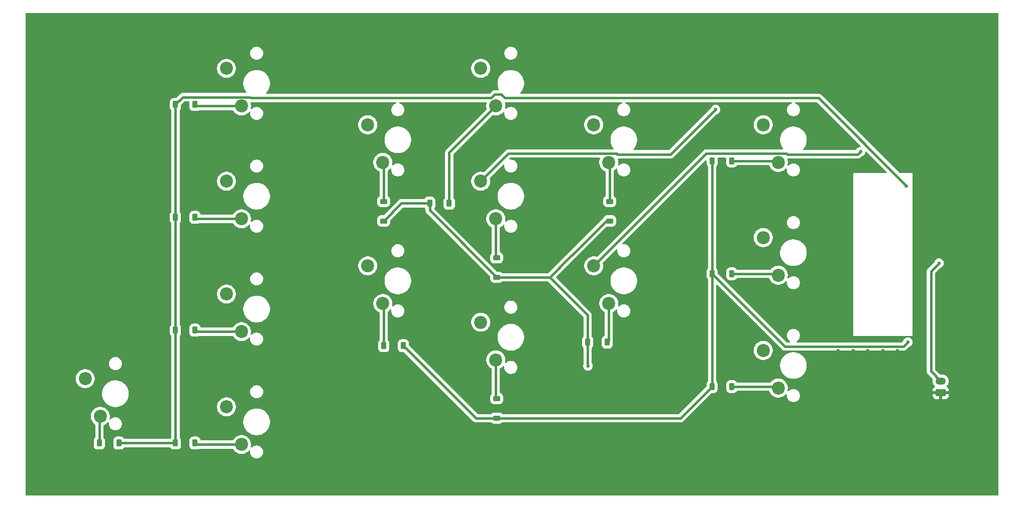
<source format=gbr>
%TF.GenerationSoftware,KiCad,Pcbnew,9.0.6*%
%TF.CreationDate,2026-01-24T17:24:49-08:00*%
%TF.ProjectId,board,626f6172-642e-46b6-9963-61645f706362,rev?*%
%TF.SameCoordinates,Original*%
%TF.FileFunction,Copper,L2,Bot*%
%TF.FilePolarity,Positive*%
%FSLAX46Y46*%
G04 Gerber Fmt 4.6, Leading zero omitted, Abs format (unit mm)*
G04 Created by KiCad (PCBNEW 9.0.6) date 2026-01-24 17:24:49*
%MOMM*%
%LPD*%
G01*
G04 APERTURE LIST*
G04 Aperture macros list*
%AMRoundRect*
0 Rectangle with rounded corners*
0 $1 Rounding radius*
0 $2 $3 $4 $5 $6 $7 $8 $9 X,Y pos of 4 corners*
0 Add a 4 corners polygon primitive as box body*
4,1,4,$2,$3,$4,$5,$6,$7,$8,$9,$2,$3,0*
0 Add four circle primitives for the rounded corners*
1,1,$1+$1,$2,$3*
1,1,$1+$1,$4,$5*
1,1,$1+$1,$6,$7*
1,1,$1+$1,$8,$9*
0 Add four rect primitives between the rounded corners*
20,1,$1+$1,$2,$3,$4,$5,0*
20,1,$1+$1,$4,$5,$6,$7,0*
20,1,$1+$1,$6,$7,$8,$9,0*
20,1,$1+$1,$8,$9,$2,$3,0*%
G04 Aperture macros list end*
%TA.AperFunction,ComponentPad*%
%ADD10C,2.200000*%
%TD*%
%TA.AperFunction,ComponentPad*%
%ADD11C,5.000000*%
%TD*%
%TA.AperFunction,SMDPad,CuDef*%
%ADD12RoundRect,0.225000X0.375000X-0.225000X0.375000X0.225000X-0.375000X0.225000X-0.375000X-0.225000X0*%
%TD*%
%TA.AperFunction,SMDPad,CuDef*%
%ADD13RoundRect,0.225000X-0.225000X-0.375000X0.225000X-0.375000X0.225000X0.375000X-0.225000X0.375000X0*%
%TD*%
%TA.AperFunction,ComponentPad*%
%ADD14RoundRect,0.250000X0.625000X-0.350000X0.625000X0.350000X-0.625000X0.350000X-0.625000X-0.350000X0*%
%TD*%
%TA.AperFunction,ComponentPad*%
%ADD15O,1.750000X1.200000*%
%TD*%
%TA.AperFunction,SMDPad,CuDef*%
%ADD16RoundRect,0.225000X0.225000X0.375000X-0.225000X0.375000X-0.225000X-0.375000X0.225000X-0.375000X0*%
%TD*%
%TA.AperFunction,ViaPad*%
%ADD17C,0.600000*%
%TD*%
%TA.AperFunction,Conductor*%
%ADD18C,0.400000*%
%TD*%
G04 APERTURE END LIST*
D10*
%TO.P,SW9,1,1*%
%TO.N,COL3*%
X102235000Y-69850000D03*
%TO.P,SW9,2,2*%
%TO.N,Net-(D9-A)*%
X104775000Y-76200000D03*
%TD*%
%TO.P,SW7,1,1*%
%TO.N,COL1*%
X102235000Y-88900000D03*
%TO.P,SW7,2,2*%
%TO.N,Net-(D7-A)*%
X104775000Y-95250000D03*
%TD*%
%TO.P,SW1,1,1*%
%TO.N,COL0*%
X35560000Y-122237500D03*
%TO.P,SW1,2,2*%
%TO.N,Net-(D1-A)*%
X38100000Y-128587500D03*
%TD*%
%TO.P,SW13,1,1*%
%TO.N,COL2*%
X149860000Y-117475000D03*
%TO.P,SW13,2,2*%
%TO.N,Net-(D13-A)*%
X152400000Y-123825000D03*
%TD*%
D11*
%TO.P,H1,1,1*%
%TO.N,GND*%
X30000000Y-65000000D03*
%TD*%
%TO.P,H4,1,1*%
%TO.N,GND*%
X185000000Y-137500000D03*
%TD*%
%TO.P,H5,1,1*%
%TO.N,GND*%
X107500000Y-137500000D03*
%TD*%
D10*
%TO.P,SW12,1,1*%
%TO.N,COL1*%
X102235000Y-112712500D03*
%TO.P,SW12,2,2*%
%TO.N,Net-(D12-A)*%
X104775000Y-119062500D03*
%TD*%
%TO.P,SW10,1,1*%
%TO.N,COL4*%
X121285000Y-79375000D03*
%TO.P,SW10,2,2*%
%TO.N,Net-(D10-A)*%
X123825000Y-85725000D03*
%TD*%
%TO.P,SW14,1,1*%
%TO.N,COL3*%
X149860000Y-98425000D03*
%TO.P,SW14,2,2*%
%TO.N,Net-(D14-A)*%
X152400000Y-104775000D03*
%TD*%
%TO.P,SW11,1,1*%
%TO.N,COL0*%
X83185000Y-103187500D03*
%TO.P,SW11,2,2*%
%TO.N,Net-(D11-A)*%
X85725000Y-109537500D03*
%TD*%
%TO.P,SW15,1,1*%
%TO.N,COL4*%
X149860000Y-79375000D03*
%TO.P,SW15,2,2*%
%TO.N,Net-(D15-A)*%
X152400000Y-85725000D03*
%TD*%
D11*
%TO.P,H3,1,1*%
%TO.N,GND*%
X185000000Y-65000000D03*
%TD*%
D10*
%TO.P,SW5,1,1*%
%TO.N,COL4*%
X59372500Y-69850000D03*
%TO.P,SW5,2,2*%
%TO.N,Net-(D5-A)*%
X61912500Y-76200000D03*
%TD*%
%TO.P,SW3,1,1*%
%TO.N,COL2*%
X59372500Y-107950000D03*
%TO.P,SW3,2,2*%
%TO.N,Net-(D3-A)*%
X61912500Y-114300000D03*
%TD*%
%TO.P,SW4,1,1*%
%TO.N,COL3*%
X59372500Y-88900000D03*
%TO.P,SW4,2,2*%
%TO.N,Net-(D4-A)*%
X61912500Y-95250000D03*
%TD*%
D11*
%TO.P,H2,1,1*%
%TO.N,GND*%
X30000000Y-137500000D03*
%TD*%
D10*
%TO.P,SW8,1,1*%
%TO.N,COL2*%
X83185000Y-79375000D03*
%TO.P,SW8,2,2*%
%TO.N,Net-(D8-A)*%
X85725000Y-85725000D03*
%TD*%
%TO.P,SW6,1,1*%
%TO.N,COL0*%
X121285000Y-103187500D03*
%TO.P,SW6,2,2*%
%TO.N,Net-(D6-A)*%
X123825000Y-109537500D03*
%TD*%
%TO.P,SW2,1,1*%
%TO.N,COL1*%
X59372500Y-127000000D03*
%TO.P,SW2,2,2*%
%TO.N,Net-(D2-A)*%
X61912500Y-133350000D03*
%TD*%
D11*
%TO.P,H6,1,1*%
%TO.N,GND*%
X130000000Y-65000000D03*
%TD*%
D12*
%TO.P,D10,1,K*%
%TO.N,ROW1*%
X123983856Y-95607111D03*
%TO.P,D10,2,A*%
%TO.N,Net-(D10-A)*%
X123983856Y-92307111D03*
%TD*%
D13*
%TO.P,D15,1,K*%
%TO.N,ROW2*%
X141247933Y-85486790D03*
%TO.P,D15,2,A*%
%TO.N,Net-(D15-A)*%
X144547933Y-85486790D03*
%TD*%
%TO.P,D14,1,K*%
%TO.N,ROW2*%
X141247933Y-104536806D03*
%TO.P,D14,2,A*%
%TO.N,Net-(D14-A)*%
X144547933Y-104536806D03*
%TD*%
%TO.P,D13,1,K*%
%TO.N,ROW2*%
X141247933Y-123586822D03*
%TO.P,D13,2,A*%
%TO.N,Net-(D13-A)*%
X144547933Y-123586822D03*
%TD*%
%TO.P,D5,1,K*%
%TO.N,ROW0*%
X50760357Y-75961782D03*
%TO.P,D5,2,A*%
%TO.N,Net-(D5-A)*%
X54060357Y-75961782D03*
%TD*%
%TO.P,D3,1,K*%
%TO.N,ROW0*%
X50760357Y-114061814D03*
%TO.P,D3,2,A*%
%TO.N,Net-(D3-A)*%
X54060357Y-114061814D03*
%TD*%
D12*
%TO.P,D7,1,K*%
%TO.N,ROW1*%
X104933840Y-105132119D03*
%TO.P,D7,2,A*%
%TO.N,Net-(D7-A)*%
X104933840Y-101832119D03*
%TD*%
D13*
%TO.P,D6,1,K*%
%TO.N,ROW1*%
X120253226Y-116086035D03*
%TO.P,D6,2,A*%
%TO.N,Net-(D6-A)*%
X123553226Y-116086035D03*
%TD*%
D12*
%TO.P,D12,1,K*%
%TO.N,ROW2*%
X104933812Y-128911043D03*
%TO.P,D12,2,A*%
%TO.N,Net-(D12-A)*%
X104933812Y-125611043D03*
%TD*%
D13*
%TO.P,D2,1,K*%
%TO.N,ROW0*%
X50760357Y-133111830D03*
%TO.P,D2,2,A*%
%TO.N,Net-(D2-A)*%
X54060357Y-133111830D03*
%TD*%
%TO.P,D9,1,K*%
%TO.N,ROW1*%
X93622893Y-92630546D03*
%TO.P,D9,2,A*%
%TO.N,Net-(D9-A)*%
X96922893Y-92630546D03*
%TD*%
D12*
%TO.P,D8,1,K*%
%TO.N,ROW1*%
X85883824Y-95607111D03*
%TO.P,D8,2,A*%
%TO.N,Net-(D8-A)*%
X85883824Y-92307111D03*
%TD*%
D13*
%TO.P,D4,1,K*%
%TO.N,ROW0*%
X50760357Y-95011798D03*
%TO.P,D4,2,A*%
%TO.N,Net-(D4-A)*%
X54060357Y-95011798D03*
%TD*%
D14*
%TO.P,J1,1,Pin_1*%
%TO.N,GND*%
X179784526Y-124634478D03*
D15*
%TO.P,J1,2,Pin_2*%
%TO.N,Net-(J1-Pin_2)*%
X179784526Y-122634478D03*
%TD*%
D16*
%TO.P,D1,1,K*%
%TO.N,ROW0*%
X41235321Y-133111870D03*
%TO.P,D1,2,A*%
%TO.N,Net-(D1-A)*%
X37935321Y-133111870D03*
%TD*%
%TO.P,D11,1,K*%
%TO.N,ROW2*%
X89183796Y-116681348D03*
%TO.P,D11,2,A*%
%TO.N,Net-(D11-A)*%
X85883796Y-116681348D03*
%TD*%
D17*
%TO.N,ROW0*%
X174050000Y-89710000D03*
%TO.N,ROW1*%
X120310000Y-120090000D03*
%TO.N,ROW2*%
X174250000Y-116070000D03*
%TO.N,COL0*%
X166270000Y-83900000D03*
%TO.N,COL1*%
X141830000Y-76780000D03*
%TO.N,Net-(J1-Pin_2)*%
X179500000Y-102750000D03*
%TO.N,GND*%
X162500000Y-117500000D03*
X180000000Y-117500000D03*
X167500000Y-117500000D03*
X30000000Y-100000000D03*
X172500000Y-117500000D03*
X162500000Y-102500000D03*
X162500000Y-105000000D03*
X165000000Y-117500000D03*
X177500000Y-85000000D03*
X162500000Y-110000000D03*
X47500000Y-137500000D03*
X180000000Y-85000000D03*
X162500000Y-92500000D03*
X182500000Y-117500000D03*
X162500000Y-95000000D03*
X162500000Y-87500000D03*
X162500000Y-107500000D03*
X170000000Y-117500000D03*
X47500000Y-87500000D03*
X40000000Y-112500000D03*
X162500000Y-112500000D03*
X162500000Y-115000000D03*
X40000000Y-100000000D03*
X40000000Y-87500000D03*
X172500000Y-85000000D03*
X30000000Y-87500000D03*
X30000000Y-112500000D03*
X185000000Y-117500000D03*
X162500000Y-97500000D03*
X167500000Y-85000000D03*
X30000000Y-120000000D03*
X47500000Y-112500000D03*
X30000000Y-75000000D03*
X182500000Y-85000000D03*
X187500000Y-85000000D03*
X47500000Y-100000000D03*
X162500000Y-100000000D03*
X40000000Y-75000000D03*
X187500000Y-117500000D03*
X47500000Y-75000000D03*
X162500000Y-90000000D03*
%TD*%
D18*
%TO.N,Net-(D1-A)*%
X37935321Y-133111870D02*
X37935321Y-128752179D01*
X38258784Y-128746284D02*
X38100000Y-128587500D01*
X37935321Y-128752179D02*
X38100000Y-128587500D01*
%TO.N,ROW0*%
X50760317Y-133111870D02*
X50760357Y-133111830D01*
X106299763Y-74841000D02*
X159181000Y-74841000D01*
X104606647Y-74245618D02*
X105704382Y-74245618D01*
X52023139Y-74699000D02*
X63295263Y-74699000D01*
X105704382Y-74245618D02*
X106299763Y-74841000D01*
X50760357Y-114061814D02*
X50760357Y-95011798D01*
X50760357Y-133111830D02*
X50760357Y-114061814D01*
X50760357Y-75961782D02*
X52023139Y-74699000D01*
X63295263Y-74699000D02*
X63437263Y-74841000D01*
X50760357Y-95011798D02*
X50760357Y-75961782D01*
X173860057Y-89710000D02*
X174050000Y-89710000D01*
X63437263Y-74841000D02*
X104011265Y-74841000D01*
X159181000Y-74841000D02*
X174050000Y-89710000D01*
X41235321Y-133111870D02*
X50760317Y-133111870D01*
X104011265Y-74841000D02*
X104606647Y-74245618D01*
%TO.N,Net-(D2-A)*%
X54298527Y-133350000D02*
X54060357Y-133111830D01*
X61912500Y-133350000D02*
X54298527Y-133350000D01*
%TO.N,Net-(D3-A)*%
X54298543Y-114300000D02*
X54060357Y-114061814D01*
X61912500Y-114300000D02*
X54298543Y-114300000D01*
%TO.N,Net-(D4-A)*%
X54298559Y-95250000D02*
X54060357Y-95011798D01*
X61912500Y-95250000D02*
X54298559Y-95250000D01*
%TO.N,Net-(D5-A)*%
X61912500Y-76200000D02*
X54298575Y-76200000D01*
X54298575Y-76200000D02*
X54060357Y-75961782D01*
%TO.N,ROW1*%
X93622893Y-92630546D02*
X93622893Y-93821172D01*
X120253226Y-111521810D02*
X113863535Y-105132119D01*
X120253226Y-116086035D02*
X120220000Y-116119261D01*
X120253226Y-116086035D02*
X120253226Y-111521810D01*
X120253226Y-116086035D02*
X120253226Y-120033226D01*
X123388543Y-95607111D02*
X118030726Y-100964928D01*
X93622893Y-92630546D02*
X88860389Y-92630546D01*
X117137723Y-101857932D02*
X113863535Y-105132119D01*
X93622893Y-93821172D02*
X104933840Y-105132119D01*
X123983856Y-95607111D02*
X123388543Y-95607111D01*
X120253226Y-120033226D02*
X120310000Y-120090000D01*
X118030726Y-100964928D02*
X117137723Y-101857932D01*
X88860389Y-92630546D02*
X85883824Y-95607111D01*
X113863535Y-105132119D02*
X104933840Y-105132119D01*
%TO.N,Net-(D6-A)*%
X123825000Y-109537500D02*
X123825000Y-115814261D01*
X123825000Y-115814261D02*
X123553226Y-116086035D01*
%TO.N,Net-(D7-A)*%
X104775000Y-95250000D02*
X104775000Y-101673279D01*
X104775000Y-101673279D02*
X104933840Y-101832119D01*
%TO.N,Net-(D8-A)*%
X85883824Y-92307111D02*
X85883824Y-85883824D01*
X85883824Y-85883824D02*
X85725000Y-85725000D01*
%TO.N,Net-(D9-A)*%
X96922893Y-84052107D02*
X104775000Y-76200000D01*
X96922893Y-92630546D02*
X96922893Y-84052107D01*
%TO.N,Net-(D10-A)*%
X123983856Y-92307111D02*
X123983856Y-85883856D01*
X123983856Y-85883856D02*
X123825000Y-85725000D01*
%TO.N,ROW2*%
X141247933Y-104536806D02*
X153511127Y-116800000D01*
X104933812Y-128911043D02*
X135923712Y-128911043D01*
X141247933Y-104536806D02*
X141247933Y-85486790D01*
X104933812Y-128911043D02*
X101413491Y-128911043D01*
X173520000Y-116800000D02*
X174250000Y-116070000D01*
X135923712Y-128911043D02*
X141247933Y-123586822D01*
X153511127Y-116800000D02*
X173520000Y-116800000D01*
X101413491Y-128911043D02*
X89183796Y-116681348D01*
X141247933Y-123586822D02*
X141247933Y-104536806D01*
%TO.N,Net-(D11-A)*%
X85883796Y-109696296D02*
X85725000Y-109537500D01*
X85883796Y-116681348D02*
X85883796Y-109696296D01*
%TO.N,Net-(D12-A)*%
X104775000Y-119062500D02*
X104775000Y-125452231D01*
X104775000Y-125452231D02*
X104933812Y-125611043D01*
%TO.N,Net-(D13-A)*%
X152161822Y-123586822D02*
X152400000Y-123825000D01*
X144547933Y-123586822D02*
X152161822Y-123586822D01*
%TO.N,Net-(D14-A)*%
X144547933Y-104536806D02*
X152161806Y-104536806D01*
X152161806Y-104536806D02*
X152400000Y-104775000D01*
%TO.N,Net-(D15-A)*%
X152161790Y-85486790D02*
X152400000Y-85725000D01*
X144547933Y-85486790D02*
X152161790Y-85486790D01*
%TO.N,COL0*%
X121285000Y-103187500D02*
X140248500Y-84224000D01*
X165804000Y-84366000D02*
X166270000Y-83900000D01*
X153924763Y-84366000D02*
X165804000Y-84366000D01*
X140248500Y-84224000D02*
X153782763Y-84224000D01*
X153782763Y-84224000D02*
X153924763Y-84366000D01*
%TO.N,COL1*%
X125266000Y-84366000D02*
X134244000Y-84366000D01*
X125124000Y-84224000D02*
X125266000Y-84366000D01*
X102235000Y-88900000D02*
X106911000Y-84224000D01*
X106911000Y-84224000D02*
X125124000Y-84224000D01*
X134244000Y-84366000D02*
X141830000Y-76780000D01*
%TO.N,Net-(J1-Pin_2)*%
X178125000Y-104125000D02*
X179500000Y-102750000D01*
X178125000Y-104125000D02*
X178125000Y-120974952D01*
X178125000Y-120974952D02*
X179784526Y-122634478D01*
%TD*%
%TA.AperFunction,Conductor*%
%TO.N,GND*%
G36*
X189442539Y-60520185D02*
G01*
X189488294Y-60572989D01*
X189499500Y-60624500D01*
X189499500Y-141875500D01*
X189479815Y-141942539D01*
X189427011Y-141988294D01*
X189375500Y-141999500D01*
X25624500Y-141999500D01*
X25557461Y-141979815D01*
X25511706Y-141927011D01*
X25500500Y-141875500D01*
X25500500Y-128461538D01*
X36499500Y-128461538D01*
X36499500Y-128713461D01*
X36538910Y-128962285D01*
X36616760Y-129201883D01*
X36731132Y-129426348D01*
X36879201Y-129630149D01*
X36879205Y-129630154D01*
X36879207Y-129630156D01*
X37057344Y-129808293D01*
X37183707Y-129900101D01*
X37226372Y-129955429D01*
X37234821Y-130000418D01*
X37234821Y-132134996D01*
X37215136Y-132202035D01*
X37198502Y-132222677D01*
X37137353Y-132283825D01*
X37137350Y-132283829D01*
X37048322Y-132428164D01*
X37048317Y-132428175D01*
X36994972Y-132589160D01*
X36984821Y-132688517D01*
X36984821Y-133535207D01*
X36984822Y-133535225D01*
X36994971Y-133634577D01*
X36994972Y-133634580D01*
X37048317Y-133795564D01*
X37048322Y-133795575D01*
X37137350Y-133939910D01*
X37137353Y-133939914D01*
X37257276Y-134059837D01*
X37257280Y-134059840D01*
X37401615Y-134148868D01*
X37401618Y-134148869D01*
X37401624Y-134148873D01*
X37562613Y-134202219D01*
X37661976Y-134212370D01*
X38208665Y-134212369D01*
X38208673Y-134212368D01*
X38208676Y-134212368D01*
X38263081Y-134206810D01*
X38308029Y-134202219D01*
X38469018Y-134148873D01*
X38613365Y-134059838D01*
X38733289Y-133939914D01*
X38822324Y-133795567D01*
X38875670Y-133634578D01*
X38885821Y-133535215D01*
X38885820Y-132688526D01*
X38885819Y-132688517D01*
X40284821Y-132688517D01*
X40284821Y-133535207D01*
X40284822Y-133535225D01*
X40294971Y-133634577D01*
X40294972Y-133634580D01*
X40348317Y-133795564D01*
X40348322Y-133795575D01*
X40437350Y-133939910D01*
X40437353Y-133939914D01*
X40557276Y-134059837D01*
X40557280Y-134059840D01*
X40701615Y-134148868D01*
X40701618Y-134148869D01*
X40701624Y-134148873D01*
X40862613Y-134202219D01*
X40961976Y-134212370D01*
X41508665Y-134212369D01*
X41508673Y-134212368D01*
X41508676Y-134212368D01*
X41563081Y-134206810D01*
X41608029Y-134202219D01*
X41769018Y-134148873D01*
X41913365Y-134059838D01*
X42033289Y-133939914D01*
X42075628Y-133871273D01*
X42127576Y-133824548D01*
X42181166Y-133812370D01*
X49814537Y-133812370D01*
X49881576Y-133832055D01*
X49920073Y-133871270D01*
X49962387Y-133939870D01*
X49962390Y-133939875D01*
X50082312Y-134059797D01*
X50082316Y-134059800D01*
X50226651Y-134148828D01*
X50226654Y-134148829D01*
X50226660Y-134148833D01*
X50387649Y-134202179D01*
X50487012Y-134212330D01*
X51033701Y-134212329D01*
X51033709Y-134212328D01*
X51033712Y-134212328D01*
X51088117Y-134206770D01*
X51133065Y-134202179D01*
X51294054Y-134148833D01*
X51438401Y-134059798D01*
X51558325Y-133939874D01*
X51647360Y-133795527D01*
X51700706Y-133634538D01*
X51710857Y-133535175D01*
X51710856Y-132688486D01*
X51710855Y-132688477D01*
X53109857Y-132688477D01*
X53109857Y-133535167D01*
X53109858Y-133535185D01*
X53120007Y-133634537D01*
X53120008Y-133634540D01*
X53173353Y-133795524D01*
X53173358Y-133795535D01*
X53262386Y-133939870D01*
X53262389Y-133939874D01*
X53382312Y-134059797D01*
X53382316Y-134059800D01*
X53526651Y-134148828D01*
X53526654Y-134148829D01*
X53526660Y-134148833D01*
X53687649Y-134202179D01*
X53787012Y-134212330D01*
X54333701Y-134212329D01*
X54333709Y-134212328D01*
X54333712Y-134212328D01*
X54388117Y-134206770D01*
X54433065Y-134202179D01*
X54594054Y-134148833D01*
X54606135Y-134141381D01*
X54723545Y-134068962D01*
X54788642Y-134050500D01*
X60397152Y-134050500D01*
X60464191Y-134070185D01*
X60507637Y-134118205D01*
X60543632Y-134188848D01*
X60691701Y-134392649D01*
X60691705Y-134392654D01*
X60869845Y-134570794D01*
X60869850Y-134570798D01*
X61047617Y-134699952D01*
X61073655Y-134718870D01*
X61216684Y-134791747D01*
X61298116Y-134833239D01*
X61298118Y-134833239D01*
X61298121Y-134833241D01*
X61537715Y-134911090D01*
X61786538Y-134950500D01*
X61786539Y-134950500D01*
X62038461Y-134950500D01*
X62038462Y-134950500D01*
X62287285Y-134911090D01*
X62526879Y-134833241D01*
X62751345Y-134718870D01*
X62955156Y-134570793D01*
X63133293Y-134392656D01*
X63137880Y-134386341D01*
X63193208Y-134343675D01*
X63262822Y-134337693D01*
X63324618Y-134370296D01*
X63358977Y-134431134D01*
X63360674Y-134478621D01*
X63352000Y-134533389D01*
X63352000Y-134706611D01*
X63379098Y-134877701D01*
X63432627Y-135042445D01*
X63511268Y-135196788D01*
X63613086Y-135336928D01*
X63735572Y-135459414D01*
X63875712Y-135561232D01*
X64030055Y-135639873D01*
X64194799Y-135693402D01*
X64365889Y-135720500D01*
X64365890Y-135720500D01*
X64539110Y-135720500D01*
X64539111Y-135720500D01*
X64710201Y-135693402D01*
X64874945Y-135639873D01*
X65029288Y-135561232D01*
X65169428Y-135459414D01*
X65291914Y-135336928D01*
X65393732Y-135196788D01*
X65472373Y-135042445D01*
X65525902Y-134877701D01*
X65553000Y-134706611D01*
X65553000Y-134533389D01*
X65525902Y-134362299D01*
X65472373Y-134197555D01*
X65393732Y-134043212D01*
X65291914Y-133903072D01*
X65169428Y-133780586D01*
X65029288Y-133678768D01*
X64942561Y-133634579D01*
X64874947Y-133600128D01*
X64874946Y-133600127D01*
X64874945Y-133600127D01*
X64710201Y-133546598D01*
X64710199Y-133546597D01*
X64710198Y-133546597D01*
X64578771Y-133525781D01*
X64539111Y-133519500D01*
X64365889Y-133519500D01*
X64326228Y-133525781D01*
X64194802Y-133546597D01*
X64030052Y-133600128D01*
X63875711Y-133678768D01*
X63812375Y-133724785D01*
X63735572Y-133780586D01*
X63735570Y-133780588D01*
X63735568Y-133780589D01*
X63683639Y-133832518D01*
X63622316Y-133866002D01*
X63552624Y-133861017D01*
X63496691Y-133819146D01*
X63472275Y-133753681D01*
X63473486Y-133725438D01*
X63473588Y-133724788D01*
X63473590Y-133724785D01*
X63513000Y-133475962D01*
X63513000Y-133224038D01*
X63473590Y-132975215D01*
X63395741Y-132735621D01*
X63395739Y-132735618D01*
X63395739Y-132735616D01*
X63341830Y-132629815D01*
X63281370Y-132511155D01*
X63200024Y-132399191D01*
X63133298Y-132307350D01*
X63133294Y-132307345D01*
X62955154Y-132129205D01*
X62955149Y-132129201D01*
X62751348Y-131981132D01*
X62751347Y-131981131D01*
X62751345Y-131981130D01*
X62681247Y-131945413D01*
X62526883Y-131866760D01*
X62287285Y-131788910D01*
X62038462Y-131749500D01*
X61786538Y-131749500D01*
X61662126Y-131769205D01*
X61537714Y-131788910D01*
X61298116Y-131866760D01*
X61073651Y-131981132D01*
X60869850Y-132129201D01*
X60869845Y-132129205D01*
X60691705Y-132307345D01*
X60691701Y-132307350D01*
X60543632Y-132511151D01*
X60507637Y-132581795D01*
X60459662Y-132632591D01*
X60397152Y-132649500D01*
X55110255Y-132649500D01*
X55043216Y-132629815D01*
X54997461Y-132577011D01*
X54992549Y-132564504D01*
X54972569Y-132504211D01*
X54947360Y-132428133D01*
X54947356Y-132428127D01*
X54947355Y-132428124D01*
X54858327Y-132283789D01*
X54858324Y-132283785D01*
X54738401Y-132163862D01*
X54738397Y-132163859D01*
X54594062Y-132074831D01*
X54594056Y-132074828D01*
X54594054Y-132074827D01*
X54594051Y-132074826D01*
X54433066Y-132021481D01*
X54333703Y-132011330D01*
X53787019Y-132011330D01*
X53787001Y-132011331D01*
X53687649Y-132021480D01*
X53687646Y-132021481D01*
X53526662Y-132074826D01*
X53526651Y-132074831D01*
X53382316Y-132163859D01*
X53382312Y-132163862D01*
X53262389Y-132283785D01*
X53262386Y-132283789D01*
X53173358Y-132428124D01*
X53173353Y-132428135D01*
X53120008Y-132589120D01*
X53109857Y-132688477D01*
X51710855Y-132688477D01*
X51700706Y-132589122D01*
X51647360Y-132428133D01*
X51647356Y-132428127D01*
X51647355Y-132428124D01*
X51558327Y-132283789D01*
X51558324Y-132283785D01*
X51497176Y-132222637D01*
X51463691Y-132161314D01*
X51460857Y-132134956D01*
X51460857Y-129392486D01*
X62202000Y-129392486D01*
X62202000Y-129687513D01*
X62229989Y-129900099D01*
X62240507Y-129979993D01*
X62316861Y-130264951D01*
X62316864Y-130264961D01*
X62429754Y-130537500D01*
X62429758Y-130537510D01*
X62577261Y-130792993D01*
X62756852Y-131027040D01*
X62756858Y-131027047D01*
X62965452Y-131235641D01*
X62965459Y-131235647D01*
X63199506Y-131415238D01*
X63454989Y-131562741D01*
X63454990Y-131562741D01*
X63454993Y-131562743D01*
X63727548Y-131675639D01*
X64012507Y-131751993D01*
X64304994Y-131790500D01*
X64305001Y-131790500D01*
X64599999Y-131790500D01*
X64600006Y-131790500D01*
X64892493Y-131751993D01*
X65177452Y-131675639D01*
X65450007Y-131562743D01*
X65705494Y-131415238D01*
X65939542Y-131235646D01*
X66148146Y-131027042D01*
X66327738Y-130792994D01*
X66475243Y-130537507D01*
X66588139Y-130264952D01*
X66664493Y-129979993D01*
X66703000Y-129687506D01*
X66703000Y-129392494D01*
X66664493Y-129100007D01*
X66588139Y-128815048D01*
X66475243Y-128542493D01*
X66327738Y-128287006D01*
X66148146Y-128052958D01*
X66148141Y-128052952D01*
X65939547Y-127844358D01*
X65939540Y-127844352D01*
X65705493Y-127664761D01*
X65450010Y-127517258D01*
X65450000Y-127517254D01*
X65177461Y-127404364D01*
X65177454Y-127404362D01*
X65177452Y-127404361D01*
X64892493Y-127328007D01*
X64843613Y-127321571D01*
X64600013Y-127289500D01*
X64600006Y-127289500D01*
X64304994Y-127289500D01*
X64304986Y-127289500D01*
X64026585Y-127326153D01*
X64012507Y-127328007D01*
X63868098Y-127366701D01*
X63727548Y-127404361D01*
X63727538Y-127404364D01*
X63454999Y-127517254D01*
X63454989Y-127517258D01*
X63199506Y-127664761D01*
X62965459Y-127844352D01*
X62965452Y-127844358D01*
X62756858Y-128052952D01*
X62756852Y-128052959D01*
X62577261Y-128287006D01*
X62429758Y-128542489D01*
X62429754Y-128542499D01*
X62316864Y-128815038D01*
X62316861Y-128815048D01*
X62248543Y-129070018D01*
X62240508Y-129100004D01*
X62240506Y-129100015D01*
X62202000Y-129392486D01*
X51460857Y-129392486D01*
X51460857Y-126874038D01*
X57772000Y-126874038D01*
X57772000Y-127125961D01*
X57811410Y-127374785D01*
X57889260Y-127614383D01*
X58003632Y-127838848D01*
X58151701Y-128042649D01*
X58151705Y-128042654D01*
X58329845Y-128220794D01*
X58329850Y-128220798D01*
X58507617Y-128349952D01*
X58533655Y-128368870D01*
X58676684Y-128441747D01*
X58758116Y-128483239D01*
X58758118Y-128483239D01*
X58758121Y-128483241D01*
X58997715Y-128561090D01*
X59246538Y-128600500D01*
X59246539Y-128600500D01*
X59498461Y-128600500D01*
X59498462Y-128600500D01*
X59747285Y-128561090D01*
X59986879Y-128483241D01*
X60211345Y-128368870D01*
X60415156Y-128220793D01*
X60593293Y-128042656D01*
X60741370Y-127838845D01*
X60855741Y-127614379D01*
X60933590Y-127374785D01*
X60973000Y-127125962D01*
X60973000Y-126874038D01*
X60933590Y-126625215D01*
X60855741Y-126385621D01*
X60855739Y-126385618D01*
X60855739Y-126385616D01*
X60814247Y-126304184D01*
X60741370Y-126161155D01*
X60707743Y-126114871D01*
X60593298Y-125957350D01*
X60593294Y-125957345D01*
X60415154Y-125779205D01*
X60415149Y-125779201D01*
X60211348Y-125631132D01*
X60211347Y-125631131D01*
X60211345Y-125631130D01*
X60104703Y-125576793D01*
X59986883Y-125516760D01*
X59747285Y-125438910D01*
X59662618Y-125425500D01*
X59498462Y-125399500D01*
X59246538Y-125399500D01*
X59122126Y-125419205D01*
X58997714Y-125438910D01*
X58758116Y-125516760D01*
X58533651Y-125631132D01*
X58329850Y-125779201D01*
X58329845Y-125779205D01*
X58151705Y-125957345D01*
X58151701Y-125957350D01*
X58003632Y-126161151D01*
X57889260Y-126385616D01*
X57811410Y-126625214D01*
X57772000Y-126874038D01*
X51460857Y-126874038D01*
X51460857Y-124373389D01*
X63352000Y-124373389D01*
X63352000Y-124546610D01*
X63377109Y-124705148D01*
X63379098Y-124717701D01*
X63432627Y-124882445D01*
X63511268Y-125036788D01*
X63613086Y-125176928D01*
X63735572Y-125299414D01*
X63875712Y-125401232D01*
X64030055Y-125479873D01*
X64194799Y-125533402D01*
X64365889Y-125560500D01*
X64365890Y-125560500D01*
X64539110Y-125560500D01*
X64539111Y-125560500D01*
X64710201Y-125533402D01*
X64874945Y-125479873D01*
X65029288Y-125401232D01*
X65169428Y-125299414D01*
X65291914Y-125176928D01*
X65393732Y-125036788D01*
X65472373Y-124882445D01*
X65525902Y-124717701D01*
X65553000Y-124546611D01*
X65553000Y-124373389D01*
X65525902Y-124202299D01*
X65472373Y-124037555D01*
X65393732Y-123883212D01*
X65291914Y-123743072D01*
X65169428Y-123620586D01*
X65029288Y-123518768D01*
X64874945Y-123440127D01*
X64710201Y-123386598D01*
X64710199Y-123386597D01*
X64710198Y-123386597D01*
X64578771Y-123365781D01*
X64539111Y-123359500D01*
X64365889Y-123359500D01*
X64326228Y-123365781D01*
X64194802Y-123386597D01*
X64030052Y-123440128D01*
X63875711Y-123518768D01*
X63815739Y-123562341D01*
X63735572Y-123620586D01*
X63735570Y-123620588D01*
X63735569Y-123620588D01*
X63613088Y-123743069D01*
X63613088Y-123743070D01*
X63613086Y-123743072D01*
X63586264Y-123779989D01*
X63511268Y-123883211D01*
X63432628Y-124037552D01*
X63379097Y-124202302D01*
X63352000Y-124373389D01*
X51460857Y-124373389D01*
X51460857Y-115038688D01*
X51480542Y-114971649D01*
X51497176Y-114951007D01*
X51523476Y-114924707D01*
X51558325Y-114889858D01*
X51647360Y-114745511D01*
X51700706Y-114584522D01*
X51710857Y-114485159D01*
X51710856Y-113638470D01*
X51710855Y-113638461D01*
X53109857Y-113638461D01*
X53109857Y-114485151D01*
X53109858Y-114485169D01*
X53120007Y-114584521D01*
X53120008Y-114584524D01*
X53173353Y-114745508D01*
X53173358Y-114745519D01*
X53262386Y-114889854D01*
X53262389Y-114889858D01*
X53382312Y-115009781D01*
X53382316Y-115009784D01*
X53526651Y-115098812D01*
X53526654Y-115098813D01*
X53526660Y-115098817D01*
X53687649Y-115152163D01*
X53787012Y-115162314D01*
X54333701Y-115162313D01*
X54333709Y-115162312D01*
X54333712Y-115162312D01*
X54388117Y-115156754D01*
X54433065Y-115152163D01*
X54594054Y-115098817D01*
X54606806Y-115090951D01*
X54723519Y-115018962D01*
X54788616Y-115000500D01*
X60397152Y-115000500D01*
X60464191Y-115020185D01*
X60507637Y-115068205D01*
X60543232Y-115138064D01*
X60543632Y-115138848D01*
X60691701Y-115342649D01*
X60691705Y-115342654D01*
X60869845Y-115520794D01*
X60869850Y-115520798D01*
X61039898Y-115644344D01*
X61073655Y-115668870D01*
X61200257Y-115733377D01*
X61298116Y-115783239D01*
X61298118Y-115783239D01*
X61298121Y-115783241D01*
X61537715Y-115861090D01*
X61786538Y-115900500D01*
X61786539Y-115900500D01*
X62038461Y-115900500D01*
X62038462Y-115900500D01*
X62287285Y-115861090D01*
X62526879Y-115783241D01*
X62751345Y-115668870D01*
X62955156Y-115520793D01*
X63133293Y-115342656D01*
X63137880Y-115336341D01*
X63193208Y-115293675D01*
X63262822Y-115287693D01*
X63324618Y-115320296D01*
X63358977Y-115381134D01*
X63360674Y-115428621D01*
X63357571Y-115448213D01*
X63352000Y-115483389D01*
X63352000Y-115656611D01*
X63359581Y-115704474D01*
X63370657Y-115774411D01*
X63379098Y-115827701D01*
X63432627Y-115992445D01*
X63511268Y-116146788D01*
X63613086Y-116286928D01*
X63735572Y-116409414D01*
X63875712Y-116511232D01*
X64030055Y-116589873D01*
X64194799Y-116643402D01*
X64365889Y-116670500D01*
X64365890Y-116670500D01*
X64539110Y-116670500D01*
X64539111Y-116670500D01*
X64710201Y-116643402D01*
X64874945Y-116589873D01*
X65029288Y-116511232D01*
X65169428Y-116409414D01*
X65291914Y-116286928D01*
X65393732Y-116146788D01*
X65472373Y-115992445D01*
X65525902Y-115827701D01*
X65553000Y-115656611D01*
X65553000Y-115483389D01*
X65525902Y-115312299D01*
X65472373Y-115147555D01*
X65393732Y-114993212D01*
X65291914Y-114853072D01*
X65169428Y-114730586D01*
X65029288Y-114628768D01*
X64874945Y-114550127D01*
X64710201Y-114496598D01*
X64710199Y-114496597D01*
X64710198Y-114496597D01*
X64578771Y-114475781D01*
X64539111Y-114469500D01*
X64365889Y-114469500D01*
X64326228Y-114475781D01*
X64194802Y-114496597D01*
X64030052Y-114550128D01*
X63875711Y-114628768D01*
X63812375Y-114674785D01*
X63735572Y-114730586D01*
X63735570Y-114730588D01*
X63735568Y-114730589D01*
X63683639Y-114782518D01*
X63622316Y-114816002D01*
X63552624Y-114811017D01*
X63496691Y-114769146D01*
X63472275Y-114703681D01*
X63473486Y-114675438D01*
X63473588Y-114674788D01*
X63473590Y-114674785D01*
X63513000Y-114425962D01*
X63513000Y-114174038D01*
X63473590Y-113925215D01*
X63395741Y-113685621D01*
X63395739Y-113685618D01*
X63395739Y-113685616D01*
X63330130Y-113556852D01*
X63281370Y-113461155D01*
X63221033Y-113378108D01*
X63133298Y-113257350D01*
X63133294Y-113257345D01*
X62955154Y-113079205D01*
X62955149Y-113079201D01*
X62751348Y-112931132D01*
X62751347Y-112931131D01*
X62751345Y-112931130D01*
X62681247Y-112895413D01*
X62526883Y-112816760D01*
X62287285Y-112738910D01*
X62038462Y-112699500D01*
X61786538Y-112699500D01*
X61662126Y-112719205D01*
X61537714Y-112738910D01*
X61298116Y-112816760D01*
X61073651Y-112931132D01*
X60869850Y-113079201D01*
X60869845Y-113079205D01*
X60691705Y-113257345D01*
X60691701Y-113257350D01*
X60543632Y-113461151D01*
X60507637Y-113531795D01*
X60459662Y-113582591D01*
X60397152Y-113599500D01*
X55110260Y-113599500D01*
X55043221Y-113579815D01*
X54997466Y-113527011D01*
X54992554Y-113514504D01*
X54974874Y-113461151D01*
X54947360Y-113378117D01*
X54947356Y-113378111D01*
X54947355Y-113378108D01*
X54858327Y-113233773D01*
X54858324Y-113233769D01*
X54738401Y-113113846D01*
X54738397Y-113113843D01*
X54594062Y-113024815D01*
X54594056Y-113024812D01*
X54594054Y-113024811D01*
X54594051Y-113024810D01*
X54433066Y-112971465D01*
X54333703Y-112961314D01*
X53787019Y-112961314D01*
X53787001Y-112961315D01*
X53687649Y-112971464D01*
X53687646Y-112971465D01*
X53526662Y-113024810D01*
X53526651Y-113024815D01*
X53382316Y-113113843D01*
X53382312Y-113113846D01*
X53262389Y-113233769D01*
X53262386Y-113233773D01*
X53173358Y-113378108D01*
X53173353Y-113378119D01*
X53120008Y-113539104D01*
X53109857Y-113638461D01*
X51710855Y-113638461D01*
X51704864Y-113579815D01*
X51700706Y-113539106D01*
X51700705Y-113539103D01*
X51674874Y-113461151D01*
X51647360Y-113378117D01*
X51647356Y-113378111D01*
X51647355Y-113378108D01*
X51558327Y-113233773D01*
X51558324Y-113233769D01*
X51497176Y-113172621D01*
X51463691Y-113111298D01*
X51460857Y-113084940D01*
X51460857Y-110342486D01*
X62202000Y-110342486D01*
X62202000Y-110637513D01*
X62230551Y-110854373D01*
X62240507Y-110929993D01*
X62310811Y-111192373D01*
X62316861Y-111214951D01*
X62316864Y-111214961D01*
X62429754Y-111487500D01*
X62429758Y-111487510D01*
X62577261Y-111742993D01*
X62756852Y-111977040D01*
X62756858Y-111977047D01*
X62965452Y-112185641D01*
X62965459Y-112185647D01*
X63199506Y-112365238D01*
X63454989Y-112512741D01*
X63454990Y-112512741D01*
X63454993Y-112512743D01*
X63727548Y-112625639D01*
X64012507Y-112701993D01*
X64304994Y-112740500D01*
X64305001Y-112740500D01*
X64599999Y-112740500D01*
X64600006Y-112740500D01*
X64892493Y-112701993D01*
X65177452Y-112625639D01*
X65450007Y-112512743D01*
X65705494Y-112365238D01*
X65939542Y-112185646D01*
X66148146Y-111977042D01*
X66327738Y-111742994D01*
X66475243Y-111487507D01*
X66588139Y-111214952D01*
X66664493Y-110929993D01*
X66703000Y-110637506D01*
X66703000Y-110342494D01*
X66664493Y-110050007D01*
X66588139Y-109765048D01*
X66581927Y-109750052D01*
X66546060Y-109663460D01*
X66475243Y-109492493D01*
X66428504Y-109411538D01*
X84124500Y-109411538D01*
X84124500Y-109663461D01*
X84163910Y-109912285D01*
X84241760Y-110151883D01*
X84356132Y-110376348D01*
X84504201Y-110580149D01*
X84504205Y-110580154D01*
X84682345Y-110758294D01*
X84682350Y-110758298D01*
X84814587Y-110854373D01*
X84886155Y-110906370D01*
X85024500Y-110976860D01*
X85114962Y-111022953D01*
X85113941Y-111024956D01*
X85161100Y-111062903D01*
X85183214Y-111129181D01*
X85183296Y-111133698D01*
X85183296Y-115704474D01*
X85163611Y-115771513D01*
X85146977Y-115792155D01*
X85085828Y-115853303D01*
X85085825Y-115853307D01*
X84996797Y-115997642D01*
X84996792Y-115997653D01*
X84943447Y-116158638D01*
X84933296Y-116257995D01*
X84933296Y-117104685D01*
X84933297Y-117104703D01*
X84943446Y-117204055D01*
X84943447Y-117204058D01*
X84996792Y-117365042D01*
X84996797Y-117365053D01*
X85085825Y-117509388D01*
X85085828Y-117509392D01*
X85205751Y-117629315D01*
X85205755Y-117629318D01*
X85350090Y-117718346D01*
X85350093Y-117718347D01*
X85350099Y-117718351D01*
X85511088Y-117771697D01*
X85610451Y-117781848D01*
X86157140Y-117781847D01*
X86157148Y-117781846D01*
X86157151Y-117781846D01*
X86211556Y-117776288D01*
X86256504Y-117771697D01*
X86417493Y-117718351D01*
X86561840Y-117629316D01*
X86681764Y-117509392D01*
X86770799Y-117365045D01*
X86824145Y-117204056D01*
X86834296Y-117104693D01*
X86834295Y-116258004D01*
X86833478Y-116250010D01*
X86824145Y-116158640D01*
X86824144Y-116158637D01*
X86792513Y-116063181D01*
X86770799Y-115997651D01*
X86770795Y-115997645D01*
X86770794Y-115997642D01*
X86681766Y-115853307D01*
X86681763Y-115853303D01*
X86620615Y-115792155D01*
X86587130Y-115730832D01*
X86584296Y-115704474D01*
X86584296Y-115104986D01*
X105064500Y-115104986D01*
X105064500Y-115400013D01*
X105089645Y-115590998D01*
X105103007Y-115692493D01*
X105157080Y-115894297D01*
X105179361Y-115977451D01*
X105179364Y-115977461D01*
X105292254Y-116250000D01*
X105292258Y-116250010D01*
X105439761Y-116505493D01*
X105619352Y-116739540D01*
X105619358Y-116739547D01*
X105827952Y-116948141D01*
X105827959Y-116948147D01*
X106062006Y-117127738D01*
X106317489Y-117275241D01*
X106317490Y-117275241D01*
X106317493Y-117275243D01*
X106590048Y-117388139D01*
X106875007Y-117464493D01*
X107167494Y-117503000D01*
X107167501Y-117503000D01*
X107462499Y-117503000D01*
X107462506Y-117503000D01*
X107754993Y-117464493D01*
X108039952Y-117388139D01*
X108312507Y-117275243D01*
X108567994Y-117127738D01*
X108802042Y-116948146D01*
X109010646Y-116739542D01*
X109190238Y-116505494D01*
X109337743Y-116250007D01*
X109450639Y-115977452D01*
X109526993Y-115692493D01*
X109565500Y-115400006D01*
X109565500Y-115104994D01*
X109526993Y-114812507D01*
X109450639Y-114527548D01*
X109444427Y-114512552D01*
X109408560Y-114425960D01*
X109337743Y-114254993D01*
X109190238Y-113999506D01*
X109125492Y-113915128D01*
X109010647Y-113765459D01*
X109010641Y-113765452D01*
X108802047Y-113556858D01*
X108802040Y-113556852D01*
X108567993Y-113377261D01*
X108312510Y-113229758D01*
X108312500Y-113229754D01*
X108039961Y-113116864D01*
X108039954Y-113116862D01*
X108039952Y-113116861D01*
X107754993Y-113040507D01*
X107706113Y-113034071D01*
X107462513Y-113002000D01*
X107462506Y-113002000D01*
X107167494Y-113002000D01*
X107167486Y-113002000D01*
X106889085Y-113038653D01*
X106875007Y-113040507D01*
X106730598Y-113079201D01*
X106590048Y-113116861D01*
X106590038Y-113116864D01*
X106317499Y-113229754D01*
X106317489Y-113229758D01*
X106062006Y-113377261D01*
X105827959Y-113556852D01*
X105827952Y-113556858D01*
X105619358Y-113765452D01*
X105619352Y-113765459D01*
X105439761Y-113999506D01*
X105292258Y-114254989D01*
X105292254Y-114254999D01*
X105179364Y-114527538D01*
X105179361Y-114527548D01*
X105111043Y-114782518D01*
X105103008Y-114812504D01*
X105103006Y-114812515D01*
X105064500Y-115104986D01*
X86584296Y-115104986D01*
X86584296Y-112586538D01*
X100634500Y-112586538D01*
X100634500Y-112838461D01*
X100673910Y-113087285D01*
X100751760Y-113326883D01*
X100820174Y-113461151D01*
X100859892Y-113539103D01*
X100866132Y-113551348D01*
X101014201Y-113755149D01*
X101014205Y-113755154D01*
X101192345Y-113933294D01*
X101192350Y-113933298D01*
X101370117Y-114062452D01*
X101396155Y-114081370D01*
X101539184Y-114154247D01*
X101620616Y-114195739D01*
X101620618Y-114195739D01*
X101620621Y-114195741D01*
X101860215Y-114273590D01*
X102109038Y-114313000D01*
X102109039Y-114313000D01*
X102360961Y-114313000D01*
X102360962Y-114313000D01*
X102609785Y-114273590D01*
X102849379Y-114195741D01*
X103073845Y-114081370D01*
X103277656Y-113933293D01*
X103455793Y-113755156D01*
X103603870Y-113551345D01*
X103718241Y-113326879D01*
X103796090Y-113087285D01*
X103835500Y-112838462D01*
X103835500Y-112586538D01*
X103796090Y-112337715D01*
X103718241Y-112098121D01*
X103718239Y-112098118D01*
X103718239Y-112098116D01*
X103656547Y-111977040D01*
X103603870Y-111873655D01*
X103532664Y-111775648D01*
X103455798Y-111669850D01*
X103455794Y-111669845D01*
X103277654Y-111491705D01*
X103277649Y-111491701D01*
X103073848Y-111343632D01*
X103073847Y-111343631D01*
X103073845Y-111343630D01*
X103003747Y-111307913D01*
X102849383Y-111229260D01*
X102609785Y-111151410D01*
X102360962Y-111112000D01*
X102109038Y-111112000D01*
X102000562Y-111129181D01*
X101860214Y-111151410D01*
X101620616Y-111229260D01*
X101396151Y-111343632D01*
X101192350Y-111491701D01*
X101192345Y-111491705D01*
X101014205Y-111669845D01*
X101014201Y-111669850D01*
X100866132Y-111873651D01*
X100751760Y-112098116D01*
X100673910Y-112337714D01*
X100634500Y-112586538D01*
X86584296Y-112586538D01*
X86584296Y-110954692D01*
X86603981Y-110887653D01*
X86635407Y-110854376D01*
X86767656Y-110758293D01*
X86945793Y-110580156D01*
X86950380Y-110573841D01*
X87005708Y-110531175D01*
X87075322Y-110525193D01*
X87137118Y-110557796D01*
X87171477Y-110618634D01*
X87173174Y-110666121D01*
X87164500Y-110720889D01*
X87164500Y-110894111D01*
X87172142Y-110942362D01*
X87184906Y-111022953D01*
X87191598Y-111065201D01*
X87245127Y-111229945D01*
X87323768Y-111384288D01*
X87425586Y-111524428D01*
X87548072Y-111646914D01*
X87688212Y-111748732D01*
X87842555Y-111827373D01*
X88007299Y-111880902D01*
X88178389Y-111908000D01*
X88178390Y-111908000D01*
X88351610Y-111908000D01*
X88351611Y-111908000D01*
X88522701Y-111880902D01*
X88687445Y-111827373D01*
X88841788Y-111748732D01*
X88981928Y-111646914D01*
X89104414Y-111524428D01*
X89206232Y-111384288D01*
X89284873Y-111229945D01*
X89338402Y-111065201D01*
X89365500Y-110894111D01*
X89365500Y-110720889D01*
X89338402Y-110549799D01*
X89284873Y-110385055D01*
X89206232Y-110230712D01*
X89104414Y-110090572D01*
X89099731Y-110085889D01*
X106214500Y-110085889D01*
X106214500Y-110259110D01*
X106234447Y-110385055D01*
X106241598Y-110430201D01*
X106295127Y-110594945D01*
X106373768Y-110749288D01*
X106475586Y-110889428D01*
X106598072Y-111011914D01*
X106738212Y-111113732D01*
X106892555Y-111192373D01*
X107057299Y-111245902D01*
X107228389Y-111273000D01*
X107228390Y-111273000D01*
X107401610Y-111273000D01*
X107401611Y-111273000D01*
X107572701Y-111245902D01*
X107737445Y-111192373D01*
X107891788Y-111113732D01*
X108031928Y-111011914D01*
X108154414Y-110889428D01*
X108256232Y-110749288D01*
X108334873Y-110594945D01*
X108388402Y-110430201D01*
X108415500Y-110259111D01*
X108415500Y-110085889D01*
X108388402Y-109914799D01*
X108334873Y-109750055D01*
X108256232Y-109595712D01*
X108154414Y-109455572D01*
X108031928Y-109333086D01*
X107891788Y-109231268D01*
X107737445Y-109152627D01*
X107572701Y-109099098D01*
X107572699Y-109099097D01*
X107572698Y-109099097D01*
X107441271Y-109078281D01*
X107401611Y-109072000D01*
X107228389Y-109072000D01*
X107188728Y-109078281D01*
X107057302Y-109099097D01*
X106892552Y-109152628D01*
X106738211Y-109231268D01*
X106658256Y-109289359D01*
X106598072Y-109333086D01*
X106598070Y-109333088D01*
X106598069Y-109333088D01*
X106475588Y-109455569D01*
X106475588Y-109455570D01*
X106475586Y-109455572D01*
X106448764Y-109492489D01*
X106373768Y-109595711D01*
X106295128Y-109750052D01*
X106241597Y-109914802D01*
X106214500Y-110085889D01*
X89099731Y-110085889D01*
X88981928Y-109968086D01*
X88841788Y-109866268D01*
X88687445Y-109787627D01*
X88522701Y-109734098D01*
X88522699Y-109734097D01*
X88522698Y-109734097D01*
X88391271Y-109713281D01*
X88351611Y-109707000D01*
X88178389Y-109707000D01*
X88138728Y-109713281D01*
X88007302Y-109734097D01*
X87842552Y-109787628D01*
X87688211Y-109866268D01*
X87624875Y-109912285D01*
X87548072Y-109968086D01*
X87548070Y-109968088D01*
X87548068Y-109968089D01*
X87496139Y-110020018D01*
X87434816Y-110053502D01*
X87365124Y-110048517D01*
X87309191Y-110006646D01*
X87284775Y-109941181D01*
X87285986Y-109912938D01*
X87286088Y-109912288D01*
X87286090Y-109912285D01*
X87325500Y-109663462D01*
X87325500Y-109411538D01*
X87286090Y-109162715D01*
X87208241Y-108923121D01*
X87208239Y-108923118D01*
X87208239Y-108923116D01*
X87142630Y-108794352D01*
X87093870Y-108698655D01*
X87074952Y-108672617D01*
X86945798Y-108494850D01*
X86945794Y-108494845D01*
X86767654Y-108316705D01*
X86767649Y-108316701D01*
X86563848Y-108168632D01*
X86563847Y-108168631D01*
X86563845Y-108168630D01*
X86493747Y-108132913D01*
X86339383Y-108054260D01*
X86099785Y-107976410D01*
X85850962Y-107937000D01*
X85599038Y-107937000D01*
X85474626Y-107956705D01*
X85350214Y-107976410D01*
X85110616Y-108054260D01*
X84886151Y-108168632D01*
X84682350Y-108316701D01*
X84682345Y-108316705D01*
X84504205Y-108494845D01*
X84504201Y-108494850D01*
X84356132Y-108698651D01*
X84241760Y-108923116D01*
X84163910Y-109162714D01*
X84124500Y-109411538D01*
X66428504Y-109411538D01*
X66327738Y-109237006D01*
X66262992Y-109152628D01*
X66148147Y-109002959D01*
X66148141Y-109002952D01*
X65939547Y-108794358D01*
X65939540Y-108794352D01*
X65705493Y-108614761D01*
X65450010Y-108467258D01*
X65450000Y-108467254D01*
X65177461Y-108354364D01*
X65177454Y-108354362D01*
X65177452Y-108354361D01*
X64892493Y-108278007D01*
X64843613Y-108271571D01*
X64600013Y-108239500D01*
X64600006Y-108239500D01*
X64304994Y-108239500D01*
X64304986Y-108239500D01*
X64026585Y-108276153D01*
X64012507Y-108278007D01*
X63868098Y-108316701D01*
X63727548Y-108354361D01*
X63727538Y-108354364D01*
X63454999Y-108467254D01*
X63454989Y-108467258D01*
X63199506Y-108614761D01*
X62965459Y-108794352D01*
X62965452Y-108794358D01*
X62756858Y-109002952D01*
X62756852Y-109002959D01*
X62577261Y-109237006D01*
X62429758Y-109492489D01*
X62429754Y-109492499D01*
X62316864Y-109765038D01*
X62316861Y-109765048D01*
X62248543Y-110020018D01*
X62240508Y-110050004D01*
X62240506Y-110050015D01*
X62202000Y-110342486D01*
X51460857Y-110342486D01*
X51460857Y-107824038D01*
X57772000Y-107824038D01*
X57772000Y-108075961D01*
X57811410Y-108324785D01*
X57889260Y-108564383D01*
X58003632Y-108788848D01*
X58151701Y-108992649D01*
X58151705Y-108992654D01*
X58329845Y-109170794D01*
X58329850Y-109170798D01*
X58507617Y-109299952D01*
X58533655Y-109318870D01*
X58676684Y-109391747D01*
X58758116Y-109433239D01*
X58758118Y-109433239D01*
X58758121Y-109433241D01*
X58997715Y-109511090D01*
X59246538Y-109550500D01*
X59246539Y-109550500D01*
X59498461Y-109550500D01*
X59498462Y-109550500D01*
X59747285Y-109511090D01*
X59986879Y-109433241D01*
X60211345Y-109318870D01*
X60415156Y-109170793D01*
X60593293Y-108992656D01*
X60741370Y-108788845D01*
X60855741Y-108564379D01*
X60933590Y-108324785D01*
X60973000Y-108075962D01*
X60973000Y-107824038D01*
X60933590Y-107575215D01*
X60855741Y-107335621D01*
X60855739Y-107335618D01*
X60855739Y-107335616D01*
X60794047Y-107214540D01*
X60741370Y-107111155D01*
X60707743Y-107064871D01*
X60593298Y-106907350D01*
X60593294Y-106907345D01*
X60415154Y-106729205D01*
X60415149Y-106729201D01*
X60211348Y-106581132D01*
X60211347Y-106581131D01*
X60211345Y-106581130D01*
X60105747Y-106527325D01*
X59986883Y-106466760D01*
X59747285Y-106388910D01*
X59662618Y-106375500D01*
X59498462Y-106349500D01*
X59246538Y-106349500D01*
X59122126Y-106369205D01*
X58997714Y-106388910D01*
X58758116Y-106466760D01*
X58533651Y-106581132D01*
X58329850Y-106729201D01*
X58329845Y-106729205D01*
X58151705Y-106907345D01*
X58151701Y-106907350D01*
X58003632Y-107111151D01*
X57889260Y-107335616D01*
X57811410Y-107575214D01*
X57772000Y-107824038D01*
X51460857Y-107824038D01*
X51460857Y-105323389D01*
X63352000Y-105323389D01*
X63352000Y-105496611D01*
X63360177Y-105548239D01*
X63378800Y-105665824D01*
X63379098Y-105667701D01*
X63432627Y-105832445D01*
X63511268Y-105986788D01*
X63613086Y-106126928D01*
X63735572Y-106249414D01*
X63875712Y-106351232D01*
X64030055Y-106429873D01*
X64194799Y-106483402D01*
X64365889Y-106510500D01*
X64365890Y-106510500D01*
X64539110Y-106510500D01*
X64539111Y-106510500D01*
X64710201Y-106483402D01*
X64874945Y-106429873D01*
X65029288Y-106351232D01*
X65169428Y-106249414D01*
X65291914Y-106126928D01*
X65393732Y-105986788D01*
X65472373Y-105832445D01*
X65525902Y-105667701D01*
X65537265Y-105595956D01*
X65539795Y-105579986D01*
X86014500Y-105579986D01*
X86014500Y-105875013D01*
X86041833Y-106082617D01*
X86053007Y-106167493D01*
X86123311Y-106429873D01*
X86129361Y-106452451D01*
X86129364Y-106452461D01*
X86242254Y-106725000D01*
X86242258Y-106725010D01*
X86389761Y-106980493D01*
X86569352Y-107214540D01*
X86569358Y-107214547D01*
X86777952Y-107423141D01*
X86777959Y-107423147D01*
X87012006Y-107602738D01*
X87267489Y-107750241D01*
X87267490Y-107750241D01*
X87267493Y-107750243D01*
X87540048Y-107863139D01*
X87825007Y-107939493D01*
X88117494Y-107978000D01*
X88117501Y-107978000D01*
X88412499Y-107978000D01*
X88412506Y-107978000D01*
X88704993Y-107939493D01*
X88989952Y-107863139D01*
X89262507Y-107750243D01*
X89517994Y-107602738D01*
X89752042Y-107423146D01*
X89960646Y-107214542D01*
X90140238Y-106980494D01*
X90287743Y-106725007D01*
X90400639Y-106452452D01*
X90476993Y-106167493D01*
X90515500Y-105875006D01*
X90515500Y-105579994D01*
X90476993Y-105287507D01*
X90400639Y-105002548D01*
X90394427Y-104987552D01*
X90358560Y-104900960D01*
X90287743Y-104729993D01*
X90140238Y-104474506D01*
X90075492Y-104390128D01*
X89960647Y-104240459D01*
X89960641Y-104240452D01*
X89752047Y-104031858D01*
X89752040Y-104031852D01*
X89517993Y-103852261D01*
X89262510Y-103704758D01*
X89262500Y-103704754D01*
X88989961Y-103591864D01*
X88989954Y-103591862D01*
X88989952Y-103591861D01*
X88704993Y-103515507D01*
X88656113Y-103509071D01*
X88412513Y-103477000D01*
X88412506Y-103477000D01*
X88117494Y-103477000D01*
X88117486Y-103477000D01*
X87839085Y-103513653D01*
X87825007Y-103515507D01*
X87650428Y-103562285D01*
X87540048Y-103591861D01*
X87540038Y-103591864D01*
X87267499Y-103704754D01*
X87267489Y-103704758D01*
X87012006Y-103852261D01*
X86777959Y-104031852D01*
X86777952Y-104031858D01*
X86569358Y-104240452D01*
X86569352Y-104240459D01*
X86389761Y-104474506D01*
X86242258Y-104729989D01*
X86242254Y-104729999D01*
X86129364Y-105002538D01*
X86129361Y-105002548D01*
X86061043Y-105257518D01*
X86053008Y-105287504D01*
X86053006Y-105287515D01*
X86014500Y-105579986D01*
X65539795Y-105579986D01*
X65543509Y-105556537D01*
X65543509Y-105556536D01*
X65553000Y-105496611D01*
X65553000Y-105323389D01*
X65542567Y-105257518D01*
X65525902Y-105152299D01*
X65472373Y-104987555D01*
X65393732Y-104833212D01*
X65291914Y-104693072D01*
X65169428Y-104570586D01*
X65029288Y-104468768D01*
X64894742Y-104400214D01*
X64874947Y-104390128D01*
X64874946Y-104390127D01*
X64874945Y-104390127D01*
X64710201Y-104336598D01*
X64710199Y-104336597D01*
X64710198Y-104336597D01*
X64578771Y-104315781D01*
X64539111Y-104309500D01*
X64365889Y-104309500D01*
X64326228Y-104315781D01*
X64194802Y-104336597D01*
X64030052Y-104390128D01*
X63875711Y-104468768D01*
X63795756Y-104526859D01*
X63735572Y-104570586D01*
X63735570Y-104570588D01*
X63735569Y-104570588D01*
X63613088Y-104693069D01*
X63613088Y-104693070D01*
X63613086Y-104693072D01*
X63586264Y-104729989D01*
X63511268Y-104833211D01*
X63432628Y-104987552D01*
X63379097Y-105152302D01*
X63356305Y-105296209D01*
X63352000Y-105323389D01*
X51460857Y-105323389D01*
X51460857Y-103061538D01*
X81584500Y-103061538D01*
X81584500Y-103313462D01*
X81621342Y-103546072D01*
X81623910Y-103562285D01*
X81701760Y-103801883D01*
X81770174Y-103936151D01*
X81809888Y-104014095D01*
X81816132Y-104026348D01*
X81964201Y-104230149D01*
X81964205Y-104230154D01*
X82142345Y-104408294D01*
X82142350Y-104408298D01*
X82313943Y-104532967D01*
X82346155Y-104556370D01*
X82489184Y-104629247D01*
X82570616Y-104670739D01*
X82570618Y-104670739D01*
X82570621Y-104670741D01*
X82810215Y-104748590D01*
X83059038Y-104788000D01*
X83059039Y-104788000D01*
X83310961Y-104788000D01*
X83310962Y-104788000D01*
X83559785Y-104748590D01*
X83799379Y-104670741D01*
X84023845Y-104556370D01*
X84227656Y-104408293D01*
X84405793Y-104230156D01*
X84553870Y-104026345D01*
X84668241Y-103801879D01*
X84746090Y-103562285D01*
X84785500Y-103313462D01*
X84785500Y-103061538D01*
X84746090Y-102812715D01*
X84668241Y-102573121D01*
X84668239Y-102573118D01*
X84668239Y-102573116D01*
X84606547Y-102452040D01*
X84553870Y-102348655D01*
X84509106Y-102287042D01*
X84405798Y-102144850D01*
X84405794Y-102144845D01*
X84227654Y-101966705D01*
X84227649Y-101966701D01*
X84023848Y-101818632D01*
X84023847Y-101818631D01*
X84023845Y-101818630D01*
X83953747Y-101782913D01*
X83799383Y-101704260D01*
X83559785Y-101626410D01*
X83310962Y-101587000D01*
X83059038Y-101587000D01*
X82934626Y-101606705D01*
X82810214Y-101626410D01*
X82570616Y-101704260D01*
X82346151Y-101818632D01*
X82142350Y-101966701D01*
X82142345Y-101966705D01*
X81964205Y-102144845D01*
X81964201Y-102144850D01*
X81816132Y-102348651D01*
X81701760Y-102573116D01*
X81623910Y-102812714D01*
X81623910Y-102812715D01*
X81584500Y-103061538D01*
X51460857Y-103061538D01*
X51460857Y-100560889D01*
X87164500Y-100560889D01*
X87164500Y-100734110D01*
X87188626Y-100886440D01*
X87191598Y-100905201D01*
X87245127Y-101069945D01*
X87323768Y-101224288D01*
X87425586Y-101364428D01*
X87548072Y-101486914D01*
X87688212Y-101588732D01*
X87842555Y-101667373D01*
X88007299Y-101720902D01*
X88178389Y-101748000D01*
X88178390Y-101748000D01*
X88351610Y-101748000D01*
X88351611Y-101748000D01*
X88522701Y-101720902D01*
X88687445Y-101667373D01*
X88841788Y-101588732D01*
X88981928Y-101486914D01*
X89104414Y-101364428D01*
X89206232Y-101224288D01*
X89284873Y-101069945D01*
X89338402Y-100905201D01*
X89365500Y-100734111D01*
X89365500Y-100560889D01*
X89338402Y-100389799D01*
X89284873Y-100225055D01*
X89206232Y-100070712D01*
X89104414Y-99930572D01*
X88981928Y-99808086D01*
X88841788Y-99706268D01*
X88687445Y-99627627D01*
X88522701Y-99574098D01*
X88522699Y-99574097D01*
X88522698Y-99574097D01*
X88391271Y-99553281D01*
X88351611Y-99547000D01*
X88178389Y-99547000D01*
X88138728Y-99553281D01*
X88007302Y-99574097D01*
X87842552Y-99627628D01*
X87688211Y-99706268D01*
X87608256Y-99764359D01*
X87548072Y-99808086D01*
X87548070Y-99808088D01*
X87548069Y-99808088D01*
X87425588Y-99930569D01*
X87425588Y-99930570D01*
X87425586Y-99930572D01*
X87406991Y-99956166D01*
X87323768Y-100070711D01*
X87245128Y-100225052D01*
X87191597Y-100389802D01*
X87164500Y-100560889D01*
X51460857Y-100560889D01*
X51460857Y-95988672D01*
X51480542Y-95921633D01*
X51497176Y-95900991D01*
X51517719Y-95880448D01*
X51558325Y-95839842D01*
X51647360Y-95695495D01*
X51700706Y-95534506D01*
X51710857Y-95435143D01*
X51710856Y-94588454D01*
X51710855Y-94588445D01*
X53109857Y-94588445D01*
X53109857Y-95435135D01*
X53109858Y-95435153D01*
X53120007Y-95534505D01*
X53120008Y-95534508D01*
X53173353Y-95695492D01*
X53173358Y-95695503D01*
X53262386Y-95839838D01*
X53262389Y-95839842D01*
X53382312Y-95959765D01*
X53382316Y-95959768D01*
X53526651Y-96048796D01*
X53526654Y-96048797D01*
X53526660Y-96048801D01*
X53687649Y-96102147D01*
X53787012Y-96112298D01*
X54333701Y-96112297D01*
X54333709Y-96112296D01*
X54333712Y-96112296D01*
X54388117Y-96106738D01*
X54433065Y-96102147D01*
X54594054Y-96048801D01*
X54607556Y-96040472D01*
X54723493Y-95968962D01*
X54788590Y-95950500D01*
X60397152Y-95950500D01*
X60464191Y-95970185D01*
X60507637Y-96018205D01*
X60543632Y-96088848D01*
X60691701Y-96292649D01*
X60691705Y-96292654D01*
X60869845Y-96470794D01*
X60869850Y-96470798D01*
X60989339Y-96557611D01*
X61073655Y-96618870D01*
X61212000Y-96689360D01*
X61298116Y-96733239D01*
X61298118Y-96733239D01*
X61298121Y-96733241D01*
X61537715Y-96811090D01*
X61786538Y-96850500D01*
X61786539Y-96850500D01*
X62038461Y-96850500D01*
X62038462Y-96850500D01*
X62287285Y-96811090D01*
X62526879Y-96733241D01*
X62751345Y-96618870D01*
X62955156Y-96470793D01*
X63133293Y-96292656D01*
X63137880Y-96286341D01*
X63193208Y-96243675D01*
X63262822Y-96237693D01*
X63324618Y-96270296D01*
X63358977Y-96331134D01*
X63360674Y-96378621D01*
X63352000Y-96433388D01*
X63352000Y-96433389D01*
X63352000Y-96606611D01*
X63353942Y-96618870D01*
X63370657Y-96724411D01*
X63379098Y-96777701D01*
X63432627Y-96942445D01*
X63511268Y-97096788D01*
X63613086Y-97236928D01*
X63735572Y-97359414D01*
X63875712Y-97461232D01*
X64030055Y-97539873D01*
X64194799Y-97593402D01*
X64365889Y-97620500D01*
X64365890Y-97620500D01*
X64539110Y-97620500D01*
X64539111Y-97620500D01*
X64710201Y-97593402D01*
X64874945Y-97539873D01*
X65029288Y-97461232D01*
X65169428Y-97359414D01*
X65291914Y-97236928D01*
X65393732Y-97096788D01*
X65472373Y-96942445D01*
X65525902Y-96777701D01*
X65553000Y-96606611D01*
X65553000Y-96433389D01*
X65525902Y-96262299D01*
X65472373Y-96097555D01*
X65393732Y-95943212D01*
X65291914Y-95803072D01*
X65169428Y-95680586D01*
X65029288Y-95578768D01*
X64874945Y-95500127D01*
X64716176Y-95448539D01*
X64710202Y-95446598D01*
X64710198Y-95446597D01*
X64578771Y-95425781D01*
X64539111Y-95419500D01*
X64365889Y-95419500D01*
X64326228Y-95425781D01*
X64194802Y-95446597D01*
X64030052Y-95500128D01*
X63875711Y-95578768D01*
X63812375Y-95624785D01*
X63735572Y-95680586D01*
X63735570Y-95680588D01*
X63735568Y-95680589D01*
X63683639Y-95732518D01*
X63622316Y-95766002D01*
X63552624Y-95761017D01*
X63496691Y-95719146D01*
X63472275Y-95653681D01*
X63473486Y-95625438D01*
X63473588Y-95624788D01*
X63473590Y-95624785D01*
X63513000Y-95375962D01*
X63513000Y-95333758D01*
X84783324Y-95333758D01*
X84783324Y-95880448D01*
X84783325Y-95880466D01*
X84793474Y-95979818D01*
X84793475Y-95979821D01*
X84846820Y-96140805D01*
X84846825Y-96140816D01*
X84935853Y-96285151D01*
X84935856Y-96285155D01*
X85055779Y-96405078D01*
X85055783Y-96405081D01*
X85200118Y-96494109D01*
X85200121Y-96494110D01*
X85200127Y-96494114D01*
X85361116Y-96547460D01*
X85460479Y-96557611D01*
X86307168Y-96557610D01*
X86307176Y-96557609D01*
X86307179Y-96557609D01*
X86368147Y-96551381D01*
X86406532Y-96547460D01*
X86567521Y-96494114D01*
X86711868Y-96405079D01*
X86831792Y-96285155D01*
X86920827Y-96140808D01*
X86974173Y-95979819D01*
X86984324Y-95880456D01*
X86984323Y-95548628D01*
X87004007Y-95481590D01*
X87020637Y-95460953D01*
X89114227Y-93367365D01*
X89175550Y-93333880D01*
X89201908Y-93331046D01*
X92677048Y-93331046D01*
X92679605Y-93331796D01*
X92682190Y-93331153D01*
X92712939Y-93341584D01*
X92744087Y-93350731D01*
X92746605Y-93353006D01*
X92748355Y-93353600D01*
X92754584Y-93360214D01*
X92774048Y-93377799D01*
X92778678Y-93383613D01*
X92824925Y-93458590D01*
X92891032Y-93524697D01*
X92895393Y-93530173D01*
X92906040Y-93556303D01*
X92919559Y-93581062D01*
X92920789Y-93592502D01*
X92921757Y-93594878D01*
X92921305Y-93597302D01*
X92922393Y-93607420D01*
X92922393Y-93752178D01*
X92922393Y-93890166D01*
X92922393Y-93890168D01*
X92922392Y-93890168D01*
X92949311Y-94025494D01*
X92949314Y-94025504D01*
X93002115Y-94152979D01*
X93078780Y-94267717D01*
X93078781Y-94267718D01*
X103797021Y-104985957D01*
X103830506Y-105047280D01*
X103833340Y-105073638D01*
X103833340Y-105405455D01*
X103833341Y-105405474D01*
X103843490Y-105504826D01*
X103843491Y-105504829D01*
X103896836Y-105665813D01*
X103896841Y-105665824D01*
X103985869Y-105810159D01*
X103985872Y-105810163D01*
X104105795Y-105930086D01*
X104105799Y-105930089D01*
X104250134Y-106019117D01*
X104250137Y-106019118D01*
X104250143Y-106019122D01*
X104411132Y-106072468D01*
X104510495Y-106082619D01*
X105357184Y-106082618D01*
X105357192Y-106082617D01*
X105357195Y-106082617D01*
X105411600Y-106077059D01*
X105456548Y-106072468D01*
X105617537Y-106019122D01*
X105761884Y-105930087D01*
X105823033Y-105868938D01*
X105884356Y-105835453D01*
X105910714Y-105832619D01*
X113522016Y-105832619D01*
X113589055Y-105852304D01*
X113609697Y-105868938D01*
X119516407Y-111775648D01*
X119549892Y-111836971D01*
X119552726Y-111863329D01*
X119552726Y-115109161D01*
X119533041Y-115176200D01*
X119516407Y-115196842D01*
X119455258Y-115257990D01*
X119455255Y-115257994D01*
X119366227Y-115402329D01*
X119366222Y-115402340D01*
X119312877Y-115563325D01*
X119302726Y-115662682D01*
X119302726Y-116509372D01*
X119302727Y-116509390D01*
X119312876Y-116608742D01*
X119312877Y-116608745D01*
X119366222Y-116769729D01*
X119366227Y-116769740D01*
X119455255Y-116914075D01*
X119455258Y-116914079D01*
X119516407Y-116975228D01*
X119549892Y-117036551D01*
X119552726Y-117062909D01*
X119552726Y-119801750D01*
X119543288Y-119849200D01*
X119540263Y-119856501D01*
X119540260Y-119856511D01*
X119509500Y-120011153D01*
X119509500Y-120168846D01*
X119540261Y-120323489D01*
X119540264Y-120323501D01*
X119600602Y-120469172D01*
X119600609Y-120469185D01*
X119688210Y-120600288D01*
X119688213Y-120600292D01*
X119799707Y-120711786D01*
X119799711Y-120711789D01*
X119930814Y-120799390D01*
X119930827Y-120799397D01*
X120076498Y-120859735D01*
X120076503Y-120859737D01*
X120231153Y-120890499D01*
X120231156Y-120890500D01*
X120231158Y-120890500D01*
X120388844Y-120890500D01*
X120388845Y-120890499D01*
X120543497Y-120859737D01*
X120689179Y-120799394D01*
X120820289Y-120711789D01*
X120931789Y-120600289D01*
X121019394Y-120469179D01*
X121079737Y-120323497D01*
X121110500Y-120168842D01*
X121110500Y-120011158D01*
X121110500Y-120011155D01*
X121110499Y-120011153D01*
X121099369Y-119955201D01*
X121079737Y-119856503D01*
X121057058Y-119801750D01*
X121019397Y-119710827D01*
X121019390Y-119710814D01*
X120974624Y-119643817D01*
X120953746Y-119577139D01*
X120953726Y-119574926D01*
X120953726Y-117062909D01*
X120973411Y-116995870D01*
X120990045Y-116975228D01*
X121017132Y-116948141D01*
X121051194Y-116914079D01*
X121140229Y-116769732D01*
X121193575Y-116608743D01*
X121203726Y-116509380D01*
X121203725Y-115662691D01*
X121201851Y-115644349D01*
X121193575Y-115563327D01*
X121193574Y-115563324D01*
X121155430Y-115448213D01*
X121140229Y-115402338D01*
X121140225Y-115402332D01*
X121140224Y-115402329D01*
X121051196Y-115257994D01*
X121051193Y-115257990D01*
X120990045Y-115196842D01*
X120956560Y-115135519D01*
X120953726Y-115109161D01*
X120953726Y-111452814D01*
X120926807Y-111317487D01*
X120926806Y-111317486D01*
X120926806Y-111317482D01*
X120874001Y-111189999D01*
X120848217Y-111151410D01*
X120797340Y-111075267D01*
X120797338Y-111075264D01*
X119133612Y-109411538D01*
X122224500Y-109411538D01*
X122224500Y-109663461D01*
X122263910Y-109912285D01*
X122341760Y-110151883D01*
X122456132Y-110376348D01*
X122604201Y-110580149D01*
X122604205Y-110580154D01*
X122782345Y-110758294D01*
X122782350Y-110758298D01*
X122986153Y-110906369D01*
X122986155Y-110906370D01*
X123032500Y-110929984D01*
X123056794Y-110942362D01*
X123107590Y-110990336D01*
X123124500Y-111052847D01*
X123124500Y-114924707D01*
X123104815Y-114991746D01*
X123052011Y-115037501D01*
X123039504Y-115042413D01*
X123019528Y-115049032D01*
X123019525Y-115049033D01*
X122875185Y-115138064D01*
X122875181Y-115138067D01*
X122755258Y-115257990D01*
X122755255Y-115257994D01*
X122666227Y-115402329D01*
X122666222Y-115402340D01*
X122612877Y-115563325D01*
X122602726Y-115662682D01*
X122602726Y-116509372D01*
X122602727Y-116509390D01*
X122612876Y-116608742D01*
X122612877Y-116608745D01*
X122666222Y-116769729D01*
X122666227Y-116769740D01*
X122755255Y-116914075D01*
X122755258Y-116914079D01*
X122875181Y-117034002D01*
X122875185Y-117034005D01*
X123019520Y-117123033D01*
X123019523Y-117123034D01*
X123019529Y-117123038D01*
X123180518Y-117176384D01*
X123279881Y-117186535D01*
X123826570Y-117186534D01*
X123826578Y-117186533D01*
X123826581Y-117186533D01*
X123880986Y-117180975D01*
X123925934Y-117176384D01*
X124086923Y-117123038D01*
X124231270Y-117034003D01*
X124351194Y-116914079D01*
X124440229Y-116769732D01*
X124493575Y-116608743D01*
X124503726Y-116509380D01*
X124503725Y-116004933D01*
X124506108Y-115980741D01*
X124511254Y-115954873D01*
X124522070Y-115900500D01*
X124525500Y-115883256D01*
X124525500Y-111052847D01*
X124545185Y-110985808D01*
X124593206Y-110942362D01*
X124617478Y-110929995D01*
X124663845Y-110906370D01*
X124867656Y-110758293D01*
X125045793Y-110580156D01*
X125050380Y-110573841D01*
X125105708Y-110531175D01*
X125175322Y-110525193D01*
X125237118Y-110557796D01*
X125271477Y-110618634D01*
X125273174Y-110666121D01*
X125264500Y-110720889D01*
X125264500Y-110894111D01*
X125272142Y-110942362D01*
X125284906Y-111022953D01*
X125291598Y-111065201D01*
X125345127Y-111229945D01*
X125423768Y-111384288D01*
X125525586Y-111524428D01*
X125648072Y-111646914D01*
X125788212Y-111748732D01*
X125942555Y-111827373D01*
X126107299Y-111880902D01*
X126278389Y-111908000D01*
X126278390Y-111908000D01*
X126451610Y-111908000D01*
X126451611Y-111908000D01*
X126622701Y-111880902D01*
X126787445Y-111827373D01*
X126941788Y-111748732D01*
X127081928Y-111646914D01*
X127204414Y-111524428D01*
X127306232Y-111384288D01*
X127384873Y-111229945D01*
X127438402Y-111065201D01*
X127465500Y-110894111D01*
X127465500Y-110720889D01*
X127438402Y-110549799D01*
X127384873Y-110385055D01*
X127306232Y-110230712D01*
X127204414Y-110090572D01*
X127081928Y-109968086D01*
X126941788Y-109866268D01*
X126787445Y-109787627D01*
X126622701Y-109734098D01*
X126622699Y-109734097D01*
X126622698Y-109734097D01*
X126491271Y-109713281D01*
X126451611Y-109707000D01*
X126278389Y-109707000D01*
X126238728Y-109713281D01*
X126107302Y-109734097D01*
X125942552Y-109787628D01*
X125788211Y-109866268D01*
X125724875Y-109912285D01*
X125648072Y-109968086D01*
X125648070Y-109968088D01*
X125648068Y-109968089D01*
X125596139Y-110020018D01*
X125534816Y-110053502D01*
X125465124Y-110048517D01*
X125409191Y-110006646D01*
X125384775Y-109941181D01*
X125385986Y-109912938D01*
X125386088Y-109912288D01*
X125386090Y-109912285D01*
X125425500Y-109663462D01*
X125425500Y-109411538D01*
X125386090Y-109162715D01*
X125308241Y-108923121D01*
X125308239Y-108923118D01*
X125308239Y-108923116D01*
X125242630Y-108794352D01*
X125193870Y-108698655D01*
X125174952Y-108672617D01*
X125045798Y-108494850D01*
X125045794Y-108494845D01*
X124867654Y-108316705D01*
X124867649Y-108316701D01*
X124663848Y-108168632D01*
X124663847Y-108168631D01*
X124663845Y-108168630D01*
X124593747Y-108132913D01*
X124439383Y-108054260D01*
X124199785Y-107976410D01*
X123950962Y-107937000D01*
X123699038Y-107937000D01*
X123574626Y-107956705D01*
X123450214Y-107976410D01*
X123210616Y-108054260D01*
X122986151Y-108168632D01*
X122782350Y-108316701D01*
X122782345Y-108316705D01*
X122604205Y-108494845D01*
X122604201Y-108494850D01*
X122456132Y-108698651D01*
X122341760Y-108923116D01*
X122263910Y-109162714D01*
X122224500Y-109411538D01*
X119133612Y-109411538D01*
X115302060Y-105579986D01*
X124114500Y-105579986D01*
X124114500Y-105875013D01*
X124141833Y-106082617D01*
X124153007Y-106167493D01*
X124223311Y-106429873D01*
X124229361Y-106452451D01*
X124229364Y-106452461D01*
X124342254Y-106725000D01*
X124342258Y-106725010D01*
X124489761Y-106980493D01*
X124669352Y-107214540D01*
X124669358Y-107214547D01*
X124877952Y-107423141D01*
X124877959Y-107423147D01*
X125112006Y-107602738D01*
X125367489Y-107750241D01*
X125367490Y-107750241D01*
X125367493Y-107750243D01*
X125640048Y-107863139D01*
X125925007Y-107939493D01*
X126217494Y-107978000D01*
X126217501Y-107978000D01*
X126512499Y-107978000D01*
X126512506Y-107978000D01*
X126804993Y-107939493D01*
X127089952Y-107863139D01*
X127362507Y-107750243D01*
X127617994Y-107602738D01*
X127852042Y-107423146D01*
X128060646Y-107214542D01*
X128240238Y-106980494D01*
X128387743Y-106725007D01*
X128500639Y-106452452D01*
X128576993Y-106167493D01*
X128615500Y-105875006D01*
X128615500Y-105579994D01*
X128576993Y-105287507D01*
X128500639Y-105002548D01*
X128494427Y-104987552D01*
X128458560Y-104900960D01*
X128387743Y-104729993D01*
X128240238Y-104474506D01*
X128175492Y-104390128D01*
X128060647Y-104240459D01*
X128060641Y-104240452D01*
X127852047Y-104031858D01*
X127852040Y-104031852D01*
X127617993Y-103852261D01*
X127362510Y-103704758D01*
X127362500Y-103704754D01*
X127089961Y-103591864D01*
X127089954Y-103591862D01*
X127089952Y-103591861D01*
X126804993Y-103515507D01*
X126756113Y-103509071D01*
X126512513Y-103477000D01*
X126512506Y-103477000D01*
X126217494Y-103477000D01*
X126217486Y-103477000D01*
X125939085Y-103513653D01*
X125925007Y-103515507D01*
X125750428Y-103562285D01*
X125640048Y-103591861D01*
X125640038Y-103591864D01*
X125367499Y-103704754D01*
X125367489Y-103704758D01*
X125112006Y-103852261D01*
X124877959Y-104031852D01*
X124877952Y-104031858D01*
X124669358Y-104240452D01*
X124669352Y-104240459D01*
X124489761Y-104474506D01*
X124342258Y-104729989D01*
X124342254Y-104729999D01*
X124229364Y-105002538D01*
X124229361Y-105002548D01*
X124161043Y-105257518D01*
X124153008Y-105287504D01*
X124153006Y-105287515D01*
X124114500Y-105579986D01*
X115302060Y-105579986D01*
X114941873Y-105219799D01*
X114908388Y-105158476D01*
X114913372Y-105088784D01*
X114941871Y-105044439D01*
X117681836Y-102304475D01*
X117681836Y-102304474D01*
X118467059Y-101519249D01*
X118467064Y-101519246D01*
X118477267Y-101509042D01*
X118477269Y-101509042D01*
X123399252Y-96587056D01*
X123460573Y-96553573D01*
X123499530Y-96551381D01*
X123560511Y-96557611D01*
X124407200Y-96557610D01*
X124407208Y-96557609D01*
X124407211Y-96557609D01*
X124468179Y-96551381D01*
X124506564Y-96547460D01*
X124667553Y-96494114D01*
X124811900Y-96405079D01*
X124931824Y-96285155D01*
X125020859Y-96140808D01*
X125074205Y-95979819D01*
X125084356Y-95880456D01*
X125084355Y-95333767D01*
X125081744Y-95308211D01*
X125074205Y-95234403D01*
X125074204Y-95234400D01*
X125052225Y-95168072D01*
X125020859Y-95073414D01*
X125020855Y-95073408D01*
X125020854Y-95073405D01*
X124931826Y-94929070D01*
X124931823Y-94929066D01*
X124811900Y-94809143D01*
X124811896Y-94809140D01*
X124667561Y-94720112D01*
X124667555Y-94720109D01*
X124667553Y-94720108D01*
X124667550Y-94720107D01*
X124506565Y-94666762D01*
X124407202Y-94656611D01*
X123560518Y-94656611D01*
X123560500Y-94656612D01*
X123461148Y-94666761D01*
X123461145Y-94666762D01*
X123300161Y-94720107D01*
X123300150Y-94720112D01*
X123155815Y-94809140D01*
X123035887Y-94929067D01*
X122975367Y-95027184D01*
X122945731Y-95057928D01*
X122946716Y-95059127D01*
X122941999Y-95062998D01*
X117566742Y-100438254D01*
X117566741Y-100438255D01*
X116691180Y-101313818D01*
X113609697Y-104395300D01*
X113548374Y-104428785D01*
X113522016Y-104431619D01*
X105910714Y-104431619D01*
X105843675Y-104411934D01*
X105823033Y-104395300D01*
X105761884Y-104334151D01*
X105761880Y-104334148D01*
X105617545Y-104245120D01*
X105617539Y-104245117D01*
X105617537Y-104245116D01*
X105603462Y-104240452D01*
X105456549Y-104191770D01*
X105357192Y-104181619D01*
X105357185Y-104181619D01*
X105025359Y-104181619D01*
X104958320Y-104161934D01*
X104937678Y-104145300D01*
X95916416Y-95124038D01*
X103174500Y-95124038D01*
X103174500Y-95375962D01*
X103183875Y-95435150D01*
X103213910Y-95624785D01*
X103291760Y-95864383D01*
X103406132Y-96088848D01*
X103554201Y-96292649D01*
X103554205Y-96292654D01*
X103732345Y-96470794D01*
X103732350Y-96470798D01*
X103936153Y-96618869D01*
X104006794Y-96654862D01*
X104057590Y-96702836D01*
X104074500Y-96765347D01*
X104074500Y-101014085D01*
X104054815Y-101081124D01*
X104038181Y-101101766D01*
X103985872Y-101154074D01*
X103985869Y-101154078D01*
X103896841Y-101298413D01*
X103896836Y-101298424D01*
X103843491Y-101459409D01*
X103833340Y-101558766D01*
X103833340Y-102105456D01*
X103833341Y-102105474D01*
X103843490Y-102204826D01*
X103843491Y-102204829D01*
X103896836Y-102365813D01*
X103896841Y-102365824D01*
X103985869Y-102510159D01*
X103985872Y-102510163D01*
X104105795Y-102630086D01*
X104105799Y-102630089D01*
X104250134Y-102719117D01*
X104250137Y-102719118D01*
X104250143Y-102719122D01*
X104411132Y-102772468D01*
X104510495Y-102782619D01*
X105357184Y-102782618D01*
X105357192Y-102782617D01*
X105357195Y-102782617D01*
X105411600Y-102777059D01*
X105456548Y-102772468D01*
X105617537Y-102719122D01*
X105761884Y-102630087D01*
X105881808Y-102510163D01*
X105970843Y-102365816D01*
X106024189Y-102204827D01*
X106034340Y-102105464D01*
X106034339Y-101558775D01*
X106024189Y-101459411D01*
X105970843Y-101298422D01*
X105970839Y-101298416D01*
X105970838Y-101298413D01*
X105881810Y-101154078D01*
X105881807Y-101154074D01*
X105761884Y-101034151D01*
X105761880Y-101034148D01*
X105617545Y-100945120D01*
X105617528Y-100945112D01*
X105560495Y-100926213D01*
X105503050Y-100886440D01*
X105476228Y-100821924D01*
X105475500Y-100808508D01*
X105475500Y-96765347D01*
X105495185Y-96698308D01*
X105543206Y-96654862D01*
X105613845Y-96618870D01*
X105817656Y-96470793D01*
X105995793Y-96292656D01*
X106000380Y-96286341D01*
X106055708Y-96243675D01*
X106125322Y-96237693D01*
X106187118Y-96270296D01*
X106221477Y-96331134D01*
X106223174Y-96378621D01*
X106214500Y-96433388D01*
X106214500Y-96433389D01*
X106214500Y-96606611D01*
X106216442Y-96618870D01*
X106233157Y-96724411D01*
X106241598Y-96777701D01*
X106295127Y-96942445D01*
X106373768Y-97096788D01*
X106475586Y-97236928D01*
X106598072Y-97359414D01*
X106738212Y-97461232D01*
X106892555Y-97539873D01*
X107057299Y-97593402D01*
X107228389Y-97620500D01*
X107228390Y-97620500D01*
X107401610Y-97620500D01*
X107401611Y-97620500D01*
X107572701Y-97593402D01*
X107737445Y-97539873D01*
X107891788Y-97461232D01*
X108031928Y-97359414D01*
X108154414Y-97236928D01*
X108256232Y-97096788D01*
X108334873Y-96942445D01*
X108388402Y-96777701D01*
X108415500Y-96606611D01*
X108415500Y-96433389D01*
X108388402Y-96262299D01*
X108334873Y-96097555D01*
X108256232Y-95943212D01*
X108154414Y-95803072D01*
X108031928Y-95680586D01*
X107891788Y-95578768D01*
X107737445Y-95500127D01*
X107572701Y-95446598D01*
X107572699Y-95446597D01*
X107572698Y-95446597D01*
X107441271Y-95425781D01*
X107401611Y-95419500D01*
X107228389Y-95419500D01*
X107188728Y-95425781D01*
X107057302Y-95446597D01*
X106892552Y-95500128D01*
X106738211Y-95578768D01*
X106674875Y-95624785D01*
X106598072Y-95680586D01*
X106598070Y-95680588D01*
X106598068Y-95680589D01*
X106546139Y-95732518D01*
X106484816Y-95766002D01*
X106415124Y-95761017D01*
X106359191Y-95719146D01*
X106334775Y-95653681D01*
X106335986Y-95625438D01*
X106336088Y-95624788D01*
X106336090Y-95624785D01*
X106375500Y-95375962D01*
X106375500Y-95124038D01*
X106336090Y-94875215D01*
X106258241Y-94635621D01*
X106258239Y-94635618D01*
X106258239Y-94635616D01*
X106204330Y-94529815D01*
X106143870Y-94411155D01*
X106124952Y-94385117D01*
X105995798Y-94207350D01*
X105995794Y-94207345D01*
X105817654Y-94029205D01*
X105817649Y-94029201D01*
X105613848Y-93881132D01*
X105613847Y-93881131D01*
X105613845Y-93881130D01*
X105543747Y-93845413D01*
X105389383Y-93766760D01*
X105149785Y-93688910D01*
X104900962Y-93649500D01*
X104649038Y-93649500D01*
X104535114Y-93667544D01*
X104400214Y-93688910D01*
X104160616Y-93766760D01*
X103936151Y-93881132D01*
X103732350Y-94029201D01*
X103732345Y-94029205D01*
X103554205Y-94207345D01*
X103554201Y-94207350D01*
X103406132Y-94411151D01*
X103291760Y-94635616D01*
X103213910Y-94875214D01*
X103205380Y-94929070D01*
X103174500Y-95124038D01*
X95916416Y-95124038D01*
X94423595Y-93631217D01*
X94390110Y-93569894D01*
X94395094Y-93500202D01*
X94417590Y-93465214D01*
X94416380Y-93464258D01*
X94420857Y-93458593D01*
X94420861Y-93458590D01*
X94509896Y-93314243D01*
X94563242Y-93153254D01*
X94573393Y-93053891D01*
X94573392Y-92207202D01*
X94563242Y-92107838D01*
X94509896Y-91946849D01*
X94509892Y-91946843D01*
X94509891Y-91946840D01*
X94420863Y-91802505D01*
X94420860Y-91802501D01*
X94300937Y-91682578D01*
X94300933Y-91682575D01*
X94156598Y-91593547D01*
X94156592Y-91593544D01*
X94156590Y-91593543D01*
X94138393Y-91587513D01*
X93995602Y-91540197D01*
X93896239Y-91530046D01*
X93349555Y-91530046D01*
X93349537Y-91530047D01*
X93250185Y-91540196D01*
X93250182Y-91540197D01*
X93089198Y-91593542D01*
X93089187Y-91593547D01*
X92944852Y-91682575D01*
X92944848Y-91682578D01*
X92824925Y-91802501D01*
X92824922Y-91802505D01*
X92782586Y-91871143D01*
X92730638Y-91917868D01*
X92677048Y-91930046D01*
X88791393Y-91930046D01*
X88656066Y-91956964D01*
X88656056Y-91956967D01*
X88528581Y-92009768D01*
X88413843Y-92086433D01*
X85879984Y-94620292D01*
X85818661Y-94653777D01*
X85792303Y-94656611D01*
X85460487Y-94656611D01*
X85460468Y-94656612D01*
X85361116Y-94666761D01*
X85361113Y-94666762D01*
X85200129Y-94720107D01*
X85200118Y-94720112D01*
X85055783Y-94809140D01*
X85055779Y-94809143D01*
X84935856Y-94929066D01*
X84935853Y-94929070D01*
X84846825Y-95073405D01*
X84846820Y-95073416D01*
X84793475Y-95234401D01*
X84783324Y-95333758D01*
X63513000Y-95333758D01*
X63513000Y-95124038D01*
X63473590Y-94875215D01*
X63395741Y-94635621D01*
X63395739Y-94635618D01*
X63395739Y-94635616D01*
X63341830Y-94529815D01*
X63281370Y-94411155D01*
X63262452Y-94385117D01*
X63133298Y-94207350D01*
X63133294Y-94207345D01*
X62955154Y-94029205D01*
X62955149Y-94029201D01*
X62751348Y-93881132D01*
X62751347Y-93881131D01*
X62751345Y-93881130D01*
X62681247Y-93845413D01*
X62526883Y-93766760D01*
X62287285Y-93688910D01*
X62038462Y-93649500D01*
X61786538Y-93649500D01*
X61672614Y-93667544D01*
X61537714Y-93688910D01*
X61298116Y-93766760D01*
X61073651Y-93881132D01*
X60869850Y-94029201D01*
X60869845Y-94029205D01*
X60691705Y-94207345D01*
X60691701Y-94207350D01*
X60543632Y-94411151D01*
X60507637Y-94481795D01*
X60459662Y-94532591D01*
X60397152Y-94549500D01*
X55110265Y-94549500D01*
X55043226Y-94529815D01*
X54997471Y-94477011D01*
X54992559Y-94464504D01*
X54974881Y-94411155D01*
X54947360Y-94328101D01*
X54947356Y-94328095D01*
X54947355Y-94328092D01*
X54858327Y-94183757D01*
X54858324Y-94183753D01*
X54738401Y-94063830D01*
X54738397Y-94063827D01*
X54594062Y-93974799D01*
X54594056Y-93974796D01*
X54594054Y-93974795D01*
X54594051Y-93974794D01*
X54433066Y-93921449D01*
X54333703Y-93911298D01*
X53787019Y-93911298D01*
X53787001Y-93911299D01*
X53687649Y-93921448D01*
X53687646Y-93921449D01*
X53526662Y-93974794D01*
X53526651Y-93974799D01*
X53382316Y-94063827D01*
X53382312Y-94063830D01*
X53262389Y-94183753D01*
X53262386Y-94183757D01*
X53173358Y-94328092D01*
X53173353Y-94328103D01*
X53120008Y-94489088D01*
X53109857Y-94588445D01*
X51710855Y-94588445D01*
X51700706Y-94489090D01*
X51647360Y-94328101D01*
X51647356Y-94328095D01*
X51647355Y-94328092D01*
X51558327Y-94183757D01*
X51558324Y-94183753D01*
X51497176Y-94122605D01*
X51463691Y-94061282D01*
X51460857Y-94034924D01*
X51460857Y-91292486D01*
X62202000Y-91292486D01*
X62202000Y-91587513D01*
X62226474Y-91773405D01*
X62240507Y-91879993D01*
X62316861Y-92164951D01*
X62316864Y-92164961D01*
X62429754Y-92437500D01*
X62429758Y-92437510D01*
X62577261Y-92692993D01*
X62756852Y-92927040D01*
X62756858Y-92927047D01*
X62965452Y-93135641D01*
X62965459Y-93135647D01*
X63199506Y-93315238D01*
X63454989Y-93462741D01*
X63454990Y-93462741D01*
X63454993Y-93462743D01*
X63727548Y-93575639D01*
X64012507Y-93651993D01*
X64304994Y-93690500D01*
X64305001Y-93690500D01*
X64599999Y-93690500D01*
X64600006Y-93690500D01*
X64892493Y-93651993D01*
X65177452Y-93575639D01*
X65450007Y-93462743D01*
X65705494Y-93315238D01*
X65939542Y-93135646D01*
X66148146Y-92927042D01*
X66327738Y-92692994D01*
X66475243Y-92437507D01*
X66588139Y-92164952D01*
X66664493Y-91879993D01*
X66703000Y-91587506D01*
X66703000Y-91292494D01*
X66664493Y-91000007D01*
X66588139Y-90715048D01*
X66475243Y-90442493D01*
X66327738Y-90187006D01*
X66148146Y-89952958D01*
X66148141Y-89952952D01*
X65939547Y-89744358D01*
X65939540Y-89744352D01*
X65705493Y-89564761D01*
X65450010Y-89417258D01*
X65450000Y-89417254D01*
X65177461Y-89304364D01*
X65177454Y-89304362D01*
X65177452Y-89304361D01*
X64892493Y-89228007D01*
X64843613Y-89221571D01*
X64600013Y-89189500D01*
X64600006Y-89189500D01*
X64304994Y-89189500D01*
X64304986Y-89189500D01*
X64026585Y-89226153D01*
X64012507Y-89228007D01*
X63837928Y-89274785D01*
X63727548Y-89304361D01*
X63727538Y-89304364D01*
X63454999Y-89417254D01*
X63454989Y-89417258D01*
X63199506Y-89564761D01*
X62965459Y-89744352D01*
X62965452Y-89744358D01*
X62756858Y-89952952D01*
X62756852Y-89952959D01*
X62577261Y-90187006D01*
X62429758Y-90442489D01*
X62429754Y-90442499D01*
X62316864Y-90715038D01*
X62316861Y-90715048D01*
X62240508Y-91000004D01*
X62240506Y-91000015D01*
X62202000Y-91292486D01*
X51460857Y-91292486D01*
X51460857Y-88774038D01*
X57772000Y-88774038D01*
X57772000Y-89025961D01*
X57811410Y-89274785D01*
X57889260Y-89514383D01*
X58003632Y-89738848D01*
X58151701Y-89942649D01*
X58151705Y-89942654D01*
X58329845Y-90120794D01*
X58329850Y-90120798D01*
X58507617Y-90249952D01*
X58533655Y-90268870D01*
X58676684Y-90341747D01*
X58758116Y-90383239D01*
X58758118Y-90383239D01*
X58758121Y-90383241D01*
X58997715Y-90461090D01*
X59246538Y-90500500D01*
X59246539Y-90500500D01*
X59498461Y-90500500D01*
X59498462Y-90500500D01*
X59747285Y-90461090D01*
X59986879Y-90383241D01*
X60211345Y-90268870D01*
X60415156Y-90120793D01*
X60593293Y-89942656D01*
X60741370Y-89738845D01*
X60855741Y-89514379D01*
X60933590Y-89274785D01*
X60973000Y-89025962D01*
X60973000Y-88774038D01*
X60933590Y-88525215D01*
X60855741Y-88285621D01*
X60855739Y-88285618D01*
X60855739Y-88285616D01*
X60814247Y-88204184D01*
X60741370Y-88061155D01*
X60707743Y-88014871D01*
X60593298Y-87857350D01*
X60593294Y-87857345D01*
X60415154Y-87679205D01*
X60415149Y-87679201D01*
X60211348Y-87531132D01*
X60211347Y-87531131D01*
X60211345Y-87531130D01*
X60101708Y-87475267D01*
X59986883Y-87416760D01*
X59747285Y-87338910D01*
X59498462Y-87299500D01*
X59246538Y-87299500D01*
X59137709Y-87316737D01*
X58997714Y-87338910D01*
X58758116Y-87416760D01*
X58533651Y-87531132D01*
X58329850Y-87679201D01*
X58329845Y-87679205D01*
X58151705Y-87857345D01*
X58151701Y-87857350D01*
X58003632Y-88061151D01*
X57889260Y-88285616D01*
X57811410Y-88525214D01*
X57772000Y-88774038D01*
X51460857Y-88774038D01*
X51460857Y-86273389D01*
X63352000Y-86273389D01*
X63352000Y-86446610D01*
X63372673Y-86577139D01*
X63379098Y-86617701D01*
X63432627Y-86782445D01*
X63511268Y-86936788D01*
X63613086Y-87076928D01*
X63735572Y-87199414D01*
X63875712Y-87301232D01*
X64030055Y-87379873D01*
X64194799Y-87433402D01*
X64365889Y-87460500D01*
X64365890Y-87460500D01*
X64539110Y-87460500D01*
X64539111Y-87460500D01*
X64710201Y-87433402D01*
X64874945Y-87379873D01*
X65029288Y-87301232D01*
X65169428Y-87199414D01*
X65291914Y-87076928D01*
X65393732Y-86936788D01*
X65472373Y-86782445D01*
X65525902Y-86617701D01*
X65553000Y-86446611D01*
X65553000Y-86273389D01*
X65525902Y-86102299D01*
X65472373Y-85937555D01*
X65393732Y-85783212D01*
X65291914Y-85643072D01*
X65247880Y-85599038D01*
X84124500Y-85599038D01*
X84124500Y-85850961D01*
X84163910Y-86099785D01*
X84241760Y-86339383D01*
X84356132Y-86563848D01*
X84504201Y-86767649D01*
X84504205Y-86767654D01*
X84682345Y-86945794D01*
X84682350Y-86945798D01*
X84860117Y-87074952D01*
X84886155Y-87093870D01*
X85083610Y-87194478D01*
X85114962Y-87210453D01*
X85113951Y-87212436D01*
X85161167Y-87250472D01*
X85183244Y-87316762D01*
X85183324Y-87321210D01*
X85183324Y-91361265D01*
X85163639Y-91428304D01*
X85124422Y-91466803D01*
X85055780Y-91509142D01*
X84935856Y-91629066D01*
X84935853Y-91629070D01*
X84846825Y-91773405D01*
X84846820Y-91773416D01*
X84793475Y-91934401D01*
X84783324Y-92033758D01*
X84783324Y-92580448D01*
X84783325Y-92580466D01*
X84793474Y-92679818D01*
X84793475Y-92679821D01*
X84846820Y-92840805D01*
X84846825Y-92840816D01*
X84935853Y-92985151D01*
X84935856Y-92985155D01*
X85055779Y-93105078D01*
X85055783Y-93105081D01*
X85200118Y-93194109D01*
X85200121Y-93194110D01*
X85200127Y-93194114D01*
X85361116Y-93247460D01*
X85460479Y-93257611D01*
X86307168Y-93257610D01*
X86307176Y-93257609D01*
X86307179Y-93257609D01*
X86361584Y-93252051D01*
X86406532Y-93247460D01*
X86567521Y-93194114D01*
X86711868Y-93105079D01*
X86831792Y-92985155D01*
X86920827Y-92840808D01*
X86974173Y-92679819D01*
X86984324Y-92580456D01*
X86984323Y-92033767D01*
X86974173Y-91934403D01*
X86920827Y-91773414D01*
X86920823Y-91773408D01*
X86920822Y-91773405D01*
X86831794Y-91629070D01*
X86831791Y-91629066D01*
X86711867Y-91509142D01*
X86643226Y-91466803D01*
X86596502Y-91414854D01*
X86584324Y-91361265D01*
X86584324Y-87142172D01*
X86604009Y-87075133D01*
X86635436Y-87041855D01*
X86767656Y-86945793D01*
X86945793Y-86767656D01*
X86950380Y-86761341D01*
X87005708Y-86718675D01*
X87075322Y-86712693D01*
X87137118Y-86745296D01*
X87171477Y-86806134D01*
X87173174Y-86853621D01*
X87164500Y-86908388D01*
X87164500Y-87081610D01*
X87188297Y-87231863D01*
X87191598Y-87252701D01*
X87244904Y-87416760D01*
X87245128Y-87417447D01*
X87303052Y-87531130D01*
X87323768Y-87571788D01*
X87425586Y-87711928D01*
X87548072Y-87834414D01*
X87688212Y-87936232D01*
X87842555Y-88014873D01*
X88007299Y-88068402D01*
X88178389Y-88095500D01*
X88178390Y-88095500D01*
X88351610Y-88095500D01*
X88351611Y-88095500D01*
X88522701Y-88068402D01*
X88687445Y-88014873D01*
X88841788Y-87936232D01*
X88981928Y-87834414D01*
X89104414Y-87711928D01*
X89206232Y-87571788D01*
X89284873Y-87417445D01*
X89338402Y-87252701D01*
X89365500Y-87081611D01*
X89365500Y-86908389D01*
X89338402Y-86737299D01*
X89284873Y-86572555D01*
X89206232Y-86418212D01*
X89104414Y-86278072D01*
X88981928Y-86155586D01*
X88841788Y-86053768D01*
X88687445Y-85975127D01*
X88522701Y-85921598D01*
X88522699Y-85921597D01*
X88522698Y-85921597D01*
X88391271Y-85900781D01*
X88351611Y-85894500D01*
X88178389Y-85894500D01*
X88138728Y-85900781D01*
X88007302Y-85921597D01*
X87842552Y-85975128D01*
X87688211Y-86053768D01*
X87652993Y-86079356D01*
X87548072Y-86155586D01*
X87548070Y-86155588D01*
X87548068Y-86155589D01*
X87496139Y-86207518D01*
X87434816Y-86241002D01*
X87365124Y-86236017D01*
X87309191Y-86194146D01*
X87284775Y-86128681D01*
X87285986Y-86100438D01*
X87286088Y-86099788D01*
X87286090Y-86099785D01*
X87325500Y-85850962D01*
X87325500Y-85599038D01*
X87286090Y-85350215D01*
X87208241Y-85110621D01*
X87208239Y-85110618D01*
X87208239Y-85110616D01*
X87166747Y-85029184D01*
X87093870Y-84886155D01*
X87074952Y-84860117D01*
X86945798Y-84682350D01*
X86945794Y-84682345D01*
X86767654Y-84504205D01*
X86767649Y-84504201D01*
X86563848Y-84356132D01*
X86563847Y-84356131D01*
X86563845Y-84356130D01*
X86493747Y-84320413D01*
X86339383Y-84241760D01*
X86099785Y-84163910D01*
X85850962Y-84124500D01*
X85599038Y-84124500D01*
X85474626Y-84144205D01*
X85350214Y-84163910D01*
X85110616Y-84241760D01*
X84886151Y-84356132D01*
X84682350Y-84504201D01*
X84682345Y-84504205D01*
X84504205Y-84682345D01*
X84504201Y-84682350D01*
X84356132Y-84886151D01*
X84241760Y-85110616D01*
X84163910Y-85350214D01*
X84124500Y-85599038D01*
X65247880Y-85599038D01*
X65169428Y-85520586D01*
X65029288Y-85418768D01*
X64874945Y-85340127D01*
X64710201Y-85286598D01*
X64710199Y-85286597D01*
X64710198Y-85286597D01*
X64578771Y-85265781D01*
X64539111Y-85259500D01*
X64365889Y-85259500D01*
X64326228Y-85265781D01*
X64194802Y-85286597D01*
X64030052Y-85340128D01*
X63875711Y-85418768D01*
X63795756Y-85476859D01*
X63735572Y-85520586D01*
X63735570Y-85520588D01*
X63735569Y-85520588D01*
X63613088Y-85643069D01*
X63613088Y-85643070D01*
X63613086Y-85643072D01*
X63594491Y-85668666D01*
X63511268Y-85783211D01*
X63432628Y-85937552D01*
X63379097Y-86102302D01*
X63352000Y-86273389D01*
X51460857Y-86273389D01*
X51460857Y-81767486D01*
X86014500Y-81767486D01*
X86014500Y-82062513D01*
X86046571Y-82306113D01*
X86053007Y-82354993D01*
X86053008Y-82354995D01*
X86129361Y-82639951D01*
X86129364Y-82639961D01*
X86242254Y-82912500D01*
X86242258Y-82912510D01*
X86389761Y-83167993D01*
X86569352Y-83402040D01*
X86569358Y-83402047D01*
X86777952Y-83610641D01*
X86777959Y-83610647D01*
X87012006Y-83790238D01*
X87267489Y-83937741D01*
X87267490Y-83937741D01*
X87267493Y-83937743D01*
X87540048Y-84050639D01*
X87825007Y-84126993D01*
X88117494Y-84165500D01*
X88117501Y-84165500D01*
X88412499Y-84165500D01*
X88412506Y-84165500D01*
X88704993Y-84126993D01*
X88989952Y-84050639D01*
X89262507Y-83937743D01*
X89517994Y-83790238D01*
X89752042Y-83610646D01*
X89960646Y-83402042D01*
X90140238Y-83167994D01*
X90287743Y-82912507D01*
X90400639Y-82639952D01*
X90476993Y-82354993D01*
X90515500Y-82062506D01*
X90515500Y-81767494D01*
X90476993Y-81475007D01*
X90400639Y-81190048D01*
X90287743Y-80917493D01*
X90140238Y-80662006D01*
X89960646Y-80427958D01*
X89960641Y-80427952D01*
X89752047Y-80219358D01*
X89752040Y-80219352D01*
X89517993Y-80039761D01*
X89262510Y-79892258D01*
X89262500Y-79892254D01*
X88989961Y-79779364D01*
X88989954Y-79779362D01*
X88989952Y-79779361D01*
X88704993Y-79703007D01*
X88656113Y-79696571D01*
X88412513Y-79664500D01*
X88412506Y-79664500D01*
X88117494Y-79664500D01*
X88117486Y-79664500D01*
X87839085Y-79701153D01*
X87825007Y-79703007D01*
X87650428Y-79749785D01*
X87540048Y-79779361D01*
X87540038Y-79779364D01*
X87267499Y-79892254D01*
X87267489Y-79892258D01*
X87012006Y-80039761D01*
X86777959Y-80219352D01*
X86777952Y-80219358D01*
X86569358Y-80427952D01*
X86569352Y-80427959D01*
X86389761Y-80662006D01*
X86242258Y-80917489D01*
X86242254Y-80917499D01*
X86129364Y-81190038D01*
X86129361Y-81190048D01*
X86053008Y-81475004D01*
X86053006Y-81475015D01*
X86014500Y-81767486D01*
X51460857Y-81767486D01*
X51460857Y-79249038D01*
X81584500Y-79249038D01*
X81584500Y-79500961D01*
X81623910Y-79749785D01*
X81701760Y-79989383D01*
X81816132Y-80213848D01*
X81964201Y-80417649D01*
X81964205Y-80417654D01*
X82142345Y-80595794D01*
X82142350Y-80595798D01*
X82320117Y-80724952D01*
X82346155Y-80743870D01*
X82489184Y-80816747D01*
X82570616Y-80858239D01*
X82570618Y-80858239D01*
X82570621Y-80858241D01*
X82810215Y-80936090D01*
X83059038Y-80975500D01*
X83059039Y-80975500D01*
X83310961Y-80975500D01*
X83310962Y-80975500D01*
X83559785Y-80936090D01*
X83799379Y-80858241D01*
X84023845Y-80743870D01*
X84227656Y-80595793D01*
X84405793Y-80417656D01*
X84553870Y-80213845D01*
X84668241Y-79989379D01*
X84746090Y-79749785D01*
X84785500Y-79500962D01*
X84785500Y-79249038D01*
X84746090Y-79000215D01*
X84668241Y-78760621D01*
X84668239Y-78760618D01*
X84668239Y-78760616D01*
X84626747Y-78679184D01*
X84553870Y-78536155D01*
X84520243Y-78489871D01*
X84405798Y-78332350D01*
X84405794Y-78332345D01*
X84227654Y-78154205D01*
X84227649Y-78154201D01*
X84023848Y-78006132D01*
X84023847Y-78006131D01*
X84023845Y-78006130D01*
X83953747Y-77970413D01*
X83799383Y-77891760D01*
X83559785Y-77813910D01*
X83475118Y-77800500D01*
X83310962Y-77774500D01*
X83059038Y-77774500D01*
X82934626Y-77794205D01*
X82810214Y-77813910D01*
X82570616Y-77891760D01*
X82346151Y-78006132D01*
X82142350Y-78154201D01*
X82142345Y-78154205D01*
X81964205Y-78332345D01*
X81964201Y-78332350D01*
X81816132Y-78536151D01*
X81701760Y-78760616D01*
X81623910Y-79000214D01*
X81584500Y-79249038D01*
X51460857Y-79249038D01*
X51460857Y-76938656D01*
X51480542Y-76871617D01*
X51497176Y-76850975D01*
X51558325Y-76789826D01*
X51647360Y-76645479D01*
X51700706Y-76484490D01*
X51710857Y-76385127D01*
X51710856Y-76053299D01*
X51730540Y-75986261D01*
X51747170Y-75965624D01*
X52276976Y-75435819D01*
X52338299Y-75402334D01*
X52364657Y-75399500D01*
X52986737Y-75399500D01*
X53053776Y-75419185D01*
X53099531Y-75471989D01*
X53109961Y-75535277D01*
X53110018Y-75535280D01*
X53110004Y-75535541D01*
X53110096Y-75536095D01*
X53109857Y-75538429D01*
X53109857Y-76385119D01*
X53109858Y-76385137D01*
X53120007Y-76484489D01*
X53120008Y-76484492D01*
X53173353Y-76645476D01*
X53173358Y-76645487D01*
X53262386Y-76789822D01*
X53262389Y-76789826D01*
X53382312Y-76909749D01*
X53382316Y-76909752D01*
X53526651Y-76998780D01*
X53526654Y-76998781D01*
X53526660Y-76998785D01*
X53687649Y-77052131D01*
X53787012Y-77062282D01*
X54333701Y-77062281D01*
X54333709Y-77062280D01*
X54333712Y-77062280D01*
X54388117Y-77056722D01*
X54433065Y-77052131D01*
X54594054Y-76998785D01*
X54608400Y-76989935D01*
X54723467Y-76918962D01*
X54788564Y-76900500D01*
X60397152Y-76900500D01*
X60464191Y-76920185D01*
X60507637Y-76968205D01*
X60523218Y-76998785D01*
X60543632Y-77038848D01*
X60691701Y-77242649D01*
X60691705Y-77242654D01*
X60869845Y-77420794D01*
X60869850Y-77420798D01*
X61046570Y-77549192D01*
X61073655Y-77568870D01*
X61216684Y-77641747D01*
X61298116Y-77683239D01*
X61298118Y-77683239D01*
X61298121Y-77683241D01*
X61537715Y-77761090D01*
X61786538Y-77800500D01*
X61786539Y-77800500D01*
X62038461Y-77800500D01*
X62038462Y-77800500D01*
X62287285Y-77761090D01*
X62526879Y-77683241D01*
X62751345Y-77568870D01*
X62955156Y-77420793D01*
X63133293Y-77242656D01*
X63137880Y-77236341D01*
X63193208Y-77193675D01*
X63262822Y-77187693D01*
X63324618Y-77220296D01*
X63358977Y-77281134D01*
X63360674Y-77328621D01*
X63352000Y-77383388D01*
X63352000Y-77556610D01*
X63370657Y-77674411D01*
X63379098Y-77727701D01*
X63432627Y-77892445D01*
X63511268Y-78046788D01*
X63613086Y-78186928D01*
X63735572Y-78309414D01*
X63875712Y-78411232D01*
X64030055Y-78489873D01*
X64194799Y-78543402D01*
X64365889Y-78570500D01*
X64365890Y-78570500D01*
X64539110Y-78570500D01*
X64539111Y-78570500D01*
X64710201Y-78543402D01*
X64874945Y-78489873D01*
X65029288Y-78411232D01*
X65169428Y-78309414D01*
X65291914Y-78186928D01*
X65393732Y-78046788D01*
X65472373Y-77892445D01*
X65525902Y-77727701D01*
X65553000Y-77556611D01*
X65553000Y-77383389D01*
X65525902Y-77212299D01*
X65472373Y-77047555D01*
X65393732Y-76893212D01*
X65291914Y-76753072D01*
X65169428Y-76630586D01*
X65029288Y-76528768D01*
X64874945Y-76450127D01*
X64710201Y-76396598D01*
X64710199Y-76396597D01*
X64710198Y-76396597D01*
X64578771Y-76375781D01*
X64539111Y-76369500D01*
X64365889Y-76369500D01*
X64326228Y-76375781D01*
X64194802Y-76396597D01*
X64030052Y-76450128D01*
X63875711Y-76528768D01*
X63851292Y-76546510D01*
X63735572Y-76630586D01*
X63735570Y-76630588D01*
X63735568Y-76630589D01*
X63683639Y-76682518D01*
X63622316Y-76716002D01*
X63552624Y-76711017D01*
X63496691Y-76669146D01*
X63472275Y-76603681D01*
X63473486Y-76575438D01*
X63473588Y-76574788D01*
X63473590Y-76574785D01*
X63513000Y-76325962D01*
X63513000Y-76074038D01*
X63473590Y-75825215D01*
X63473589Y-75825211D01*
X63473589Y-75825210D01*
X63434146Y-75703818D01*
X63432151Y-75633977D01*
X63468231Y-75574144D01*
X63530932Y-75543316D01*
X63552077Y-75541500D01*
X87901788Y-75541500D01*
X87968827Y-75561185D01*
X88014582Y-75613989D01*
X88024526Y-75683147D01*
X87995501Y-75746703D01*
X87940107Y-75783430D01*
X87842555Y-75815127D01*
X87842552Y-75815128D01*
X87688211Y-75893768D01*
X87608256Y-75951859D01*
X87548072Y-75995586D01*
X87548070Y-75995588D01*
X87548069Y-75995588D01*
X87425588Y-76118069D01*
X87425588Y-76118070D01*
X87425586Y-76118072D01*
X87396424Y-76158210D01*
X87323768Y-76258211D01*
X87245128Y-76412552D01*
X87191597Y-76577302D01*
X87164500Y-76748389D01*
X87164500Y-76921610D01*
X87184447Y-77047555D01*
X87191598Y-77092701D01*
X87245127Y-77257445D01*
X87323768Y-77411788D01*
X87425586Y-77551928D01*
X87548072Y-77674414D01*
X87688212Y-77776232D01*
X87842555Y-77854873D01*
X88007299Y-77908402D01*
X88178389Y-77935500D01*
X88178390Y-77935500D01*
X88351610Y-77935500D01*
X88351611Y-77935500D01*
X88522701Y-77908402D01*
X88687445Y-77854873D01*
X88841788Y-77776232D01*
X88981928Y-77674414D01*
X89104414Y-77551928D01*
X89206232Y-77411788D01*
X89284873Y-77257445D01*
X89338402Y-77092701D01*
X89365500Y-76921611D01*
X89365500Y-76748389D01*
X89338402Y-76577299D01*
X89284873Y-76412555D01*
X89206232Y-76258212D01*
X89104414Y-76118072D01*
X88981928Y-75995586D01*
X88841788Y-75893768D01*
X88687445Y-75815127D01*
X88589892Y-75783430D01*
X88532218Y-75743993D01*
X88505020Y-75679635D01*
X88516935Y-75610789D01*
X88564179Y-75559313D01*
X88628212Y-75541500D01*
X103135423Y-75541500D01*
X103202462Y-75561185D01*
X103248217Y-75613989D01*
X103258161Y-75683147D01*
X103253354Y-75703818D01*
X103213910Y-75825210D01*
X103213910Y-75825213D01*
X103213910Y-75825215D01*
X103174500Y-76074038D01*
X103174500Y-76325962D01*
X103186357Y-76400821D01*
X103213910Y-76574786D01*
X103213910Y-76574789D01*
X103238408Y-76650184D01*
X103240403Y-76720025D01*
X103208158Y-76776183D01*
X96378780Y-83605561D01*
X96302115Y-83720299D01*
X96249314Y-83847774D01*
X96249311Y-83847784D01*
X96222393Y-83983111D01*
X96222393Y-91653672D01*
X96202708Y-91720711D01*
X96186074Y-91741353D01*
X96124925Y-91802501D01*
X96124922Y-91802505D01*
X96035894Y-91946840D01*
X96035889Y-91946851D01*
X95982544Y-92107836D01*
X95972393Y-92207193D01*
X95972393Y-93053883D01*
X95972394Y-93053901D01*
X95982543Y-93153253D01*
X95982544Y-93153256D01*
X96035889Y-93314240D01*
X96035894Y-93314251D01*
X96124922Y-93458586D01*
X96124925Y-93458590D01*
X96244848Y-93578513D01*
X96244852Y-93578516D01*
X96389187Y-93667544D01*
X96389190Y-93667545D01*
X96389196Y-93667549D01*
X96550185Y-93720895D01*
X96649548Y-93731046D01*
X97196237Y-93731045D01*
X97196245Y-93731044D01*
X97196248Y-93731044D01*
X97250653Y-93725486D01*
X97295601Y-93720895D01*
X97456590Y-93667549D01*
X97600937Y-93578514D01*
X97720861Y-93458590D01*
X97809896Y-93314243D01*
X97863242Y-93153254D01*
X97873393Y-93053891D01*
X97873392Y-92207202D01*
X97863242Y-92107838D01*
X97809896Y-91946849D01*
X97809892Y-91946843D01*
X97809891Y-91946840D01*
X97720863Y-91802505D01*
X97720860Y-91802501D01*
X97659712Y-91741353D01*
X97626227Y-91680030D01*
X97623393Y-91653672D01*
X97623393Y-91292486D01*
X105064500Y-91292486D01*
X105064500Y-91587513D01*
X105088974Y-91773405D01*
X105103007Y-91879993D01*
X105179361Y-92164951D01*
X105179364Y-92164961D01*
X105292254Y-92437500D01*
X105292258Y-92437510D01*
X105439761Y-92692993D01*
X105619352Y-92927040D01*
X105619358Y-92927047D01*
X105827952Y-93135641D01*
X105827959Y-93135647D01*
X106062006Y-93315238D01*
X106317489Y-93462741D01*
X106317490Y-93462741D01*
X106317493Y-93462743D01*
X106590048Y-93575639D01*
X106875007Y-93651993D01*
X107167494Y-93690500D01*
X107167501Y-93690500D01*
X107462499Y-93690500D01*
X107462506Y-93690500D01*
X107754993Y-93651993D01*
X108039952Y-93575639D01*
X108312507Y-93462743D01*
X108567994Y-93315238D01*
X108802042Y-93135646D01*
X109010646Y-92927042D01*
X109190238Y-92692994D01*
X109337743Y-92437507D01*
X109450639Y-92164952D01*
X109526993Y-91879993D01*
X109565500Y-91587506D01*
X109565500Y-91292494D01*
X109526993Y-91000007D01*
X109450639Y-90715048D01*
X109337743Y-90442493D01*
X109190238Y-90187006D01*
X109010646Y-89952958D01*
X109010641Y-89952952D01*
X108802047Y-89744358D01*
X108802040Y-89744352D01*
X108567993Y-89564761D01*
X108312510Y-89417258D01*
X108312500Y-89417254D01*
X108039961Y-89304364D01*
X108039954Y-89304362D01*
X108039952Y-89304361D01*
X107754993Y-89228007D01*
X107706113Y-89221571D01*
X107462513Y-89189500D01*
X107462506Y-89189500D01*
X107167494Y-89189500D01*
X107167486Y-89189500D01*
X106889085Y-89226153D01*
X106875007Y-89228007D01*
X106700428Y-89274785D01*
X106590048Y-89304361D01*
X106590038Y-89304364D01*
X106317499Y-89417254D01*
X106317489Y-89417258D01*
X106062006Y-89564761D01*
X105827959Y-89744352D01*
X105827952Y-89744358D01*
X105619358Y-89952952D01*
X105619352Y-89952959D01*
X105439761Y-90187006D01*
X105292258Y-90442489D01*
X105292254Y-90442499D01*
X105179364Y-90715038D01*
X105179361Y-90715048D01*
X105103008Y-91000004D01*
X105103006Y-91000015D01*
X105064500Y-91292486D01*
X97623393Y-91292486D01*
X97623393Y-88774038D01*
X100634500Y-88774038D01*
X100634500Y-89025961D01*
X100673910Y-89274785D01*
X100751760Y-89514383D01*
X100866132Y-89738848D01*
X101014201Y-89942649D01*
X101014205Y-89942654D01*
X101192345Y-90120794D01*
X101192350Y-90120798D01*
X101370117Y-90249952D01*
X101396155Y-90268870D01*
X101539184Y-90341747D01*
X101620616Y-90383239D01*
X101620618Y-90383239D01*
X101620621Y-90383241D01*
X101860215Y-90461090D01*
X102109038Y-90500500D01*
X102109039Y-90500500D01*
X102360961Y-90500500D01*
X102360962Y-90500500D01*
X102609785Y-90461090D01*
X102849379Y-90383241D01*
X103073845Y-90268870D01*
X103277656Y-90120793D01*
X103455793Y-89942656D01*
X103603870Y-89738845D01*
X103718241Y-89514379D01*
X103796090Y-89274785D01*
X103835500Y-89025962D01*
X103835500Y-88774038D01*
X103796090Y-88525215D01*
X103771589Y-88449812D01*
X103769595Y-88379973D01*
X103801838Y-88323817D01*
X106012816Y-86112839D01*
X106074137Y-86079356D01*
X106143829Y-86084340D01*
X106199762Y-86126212D01*
X106224179Y-86191676D01*
X106222969Y-86219917D01*
X106214500Y-86273389D01*
X106214500Y-86273393D01*
X106214500Y-86446610D01*
X106235173Y-86577139D01*
X106241598Y-86617701D01*
X106295127Y-86782445D01*
X106373768Y-86936788D01*
X106475586Y-87076928D01*
X106598072Y-87199414D01*
X106738212Y-87301232D01*
X106892555Y-87379873D01*
X107057299Y-87433402D01*
X107228389Y-87460500D01*
X107228390Y-87460500D01*
X107401610Y-87460500D01*
X107401611Y-87460500D01*
X107572701Y-87433402D01*
X107737445Y-87379873D01*
X107891788Y-87301232D01*
X108031928Y-87199414D01*
X108154414Y-87076928D01*
X108256232Y-86936788D01*
X108334873Y-86782445D01*
X108388402Y-86617701D01*
X108415500Y-86446611D01*
X108415500Y-86273389D01*
X108388402Y-86102299D01*
X108334873Y-85937555D01*
X108256232Y-85783212D01*
X108154414Y-85643072D01*
X108031928Y-85520586D01*
X107891788Y-85418768D01*
X107737445Y-85340127D01*
X107572701Y-85286598D01*
X107572699Y-85286597D01*
X107572698Y-85286597D01*
X107441271Y-85265781D01*
X107401611Y-85259500D01*
X107228389Y-85259500D01*
X107174918Y-85267968D01*
X107105626Y-85259013D01*
X107052175Y-85214016D01*
X107031536Y-85147264D01*
X107050262Y-85079951D01*
X107067835Y-85057821D01*
X107164840Y-84960816D01*
X107226162Y-84927334D01*
X107252519Y-84924500D01*
X122234242Y-84924500D01*
X122301281Y-84944185D01*
X122347036Y-84996989D01*
X122356980Y-85066147D01*
X122344728Y-85104792D01*
X122341762Y-85110613D01*
X122263910Y-85350214D01*
X122224500Y-85599038D01*
X122224500Y-85850961D01*
X122263910Y-86099785D01*
X122341760Y-86339383D01*
X122456132Y-86563848D01*
X122604201Y-86767649D01*
X122604205Y-86767654D01*
X122782345Y-86945794D01*
X122782350Y-86945798D01*
X122960117Y-87074952D01*
X122986155Y-87093870D01*
X123183610Y-87194478D01*
X123214962Y-87210453D01*
X123213952Y-87212434D01*
X123261178Y-87250453D01*
X123283275Y-87316737D01*
X123283356Y-87321223D01*
X123283356Y-91361265D01*
X123263671Y-91428304D01*
X123224454Y-91466803D01*
X123155812Y-91509142D01*
X123035888Y-91629066D01*
X123035885Y-91629070D01*
X122946857Y-91773405D01*
X122946852Y-91773416D01*
X122893507Y-91934401D01*
X122883356Y-92033758D01*
X122883356Y-92580448D01*
X122883357Y-92580466D01*
X122893506Y-92679818D01*
X122893507Y-92679821D01*
X122946852Y-92840805D01*
X122946857Y-92840816D01*
X123035885Y-92985151D01*
X123035888Y-92985155D01*
X123155811Y-93105078D01*
X123155815Y-93105081D01*
X123300150Y-93194109D01*
X123300153Y-93194110D01*
X123300159Y-93194114D01*
X123461148Y-93247460D01*
X123560511Y-93257611D01*
X124407200Y-93257610D01*
X124407208Y-93257609D01*
X124407211Y-93257609D01*
X124461616Y-93252051D01*
X124506564Y-93247460D01*
X124667553Y-93194114D01*
X124811900Y-93105079D01*
X124931824Y-92985155D01*
X125020859Y-92840808D01*
X125074205Y-92679819D01*
X125084356Y-92580456D01*
X125084355Y-92033767D01*
X125074205Y-91934403D01*
X125020859Y-91773414D01*
X125020855Y-91773408D01*
X125020854Y-91773405D01*
X124931826Y-91629070D01*
X124931823Y-91629066D01*
X124811899Y-91509142D01*
X124743258Y-91466803D01*
X124696534Y-91414854D01*
X124684356Y-91361265D01*
X124684356Y-87142148D01*
X124704041Y-87075109D01*
X124735470Y-87041830D01*
X124867656Y-86945793D01*
X125045793Y-86767656D01*
X125050380Y-86761341D01*
X125105708Y-86718675D01*
X125175322Y-86712693D01*
X125237118Y-86745296D01*
X125271477Y-86806134D01*
X125273174Y-86853621D01*
X125264500Y-86908388D01*
X125264500Y-87081610D01*
X125288297Y-87231863D01*
X125291598Y-87252701D01*
X125344904Y-87416760D01*
X125345128Y-87417447D01*
X125403052Y-87531130D01*
X125423768Y-87571788D01*
X125525586Y-87711928D01*
X125648072Y-87834414D01*
X125788212Y-87936232D01*
X125942555Y-88014873D01*
X126107299Y-88068402D01*
X126278389Y-88095500D01*
X126278390Y-88095500D01*
X126451610Y-88095500D01*
X126451611Y-88095500D01*
X126622701Y-88068402D01*
X126787445Y-88014873D01*
X126941788Y-87936232D01*
X127081928Y-87834414D01*
X127204414Y-87711928D01*
X127306232Y-87571788D01*
X127384873Y-87417445D01*
X127438402Y-87252701D01*
X127465500Y-87081611D01*
X127465500Y-86908389D01*
X127438402Y-86737299D01*
X127384873Y-86572555D01*
X127306232Y-86418212D01*
X127204414Y-86278072D01*
X127081928Y-86155586D01*
X126941788Y-86053768D01*
X126787445Y-85975127D01*
X126622701Y-85921598D01*
X126622699Y-85921597D01*
X126622698Y-85921597D01*
X126491271Y-85900781D01*
X126451611Y-85894500D01*
X126278389Y-85894500D01*
X126238728Y-85900781D01*
X126107302Y-85921597D01*
X125942552Y-85975128D01*
X125788211Y-86053768D01*
X125752993Y-86079356D01*
X125648072Y-86155586D01*
X125648070Y-86155588D01*
X125648068Y-86155589D01*
X125596139Y-86207518D01*
X125534816Y-86241002D01*
X125465124Y-86236017D01*
X125409191Y-86194146D01*
X125384775Y-86128681D01*
X125385986Y-86100438D01*
X125386088Y-86099788D01*
X125386090Y-86099785D01*
X125425500Y-85850962D01*
X125425500Y-85599038D01*
X125386090Y-85350215D01*
X125386089Y-85350211D01*
X125386089Y-85350210D01*
X125346646Y-85228818D01*
X125344651Y-85158977D01*
X125380731Y-85099144D01*
X125443432Y-85068316D01*
X125464577Y-85066500D01*
X134312996Y-85066500D01*
X134404040Y-85048389D01*
X134448328Y-85039580D01*
X134512069Y-85013177D01*
X134575807Y-84986777D01*
X134575808Y-84986776D01*
X134575811Y-84986775D01*
X134690543Y-84910114D01*
X140351617Y-79249038D01*
X148259500Y-79249038D01*
X148259500Y-79500961D01*
X148298910Y-79749785D01*
X148376760Y-79989383D01*
X148491132Y-80213848D01*
X148639201Y-80417649D01*
X148639205Y-80417654D01*
X148817345Y-80595794D01*
X148817350Y-80595798D01*
X148995117Y-80724952D01*
X149021155Y-80743870D01*
X149164184Y-80816747D01*
X149245616Y-80858239D01*
X149245618Y-80858239D01*
X149245621Y-80858241D01*
X149485215Y-80936090D01*
X149734038Y-80975500D01*
X149734039Y-80975500D01*
X149985961Y-80975500D01*
X149985962Y-80975500D01*
X150234785Y-80936090D01*
X150474379Y-80858241D01*
X150698845Y-80743870D01*
X150902656Y-80595793D01*
X151080793Y-80417656D01*
X151228870Y-80213845D01*
X151343241Y-79989379D01*
X151421090Y-79749785D01*
X151460500Y-79500962D01*
X151460500Y-79249038D01*
X151421090Y-79000215D01*
X151343241Y-78760621D01*
X151343239Y-78760618D01*
X151343239Y-78760616D01*
X151301747Y-78679184D01*
X151228870Y-78536155D01*
X151195243Y-78489871D01*
X151080798Y-78332350D01*
X151080794Y-78332345D01*
X150902654Y-78154205D01*
X150902649Y-78154201D01*
X150698848Y-78006132D01*
X150698847Y-78006131D01*
X150698845Y-78006130D01*
X150628747Y-77970413D01*
X150474383Y-77891760D01*
X150234785Y-77813910D01*
X150150118Y-77800500D01*
X149985962Y-77774500D01*
X149734038Y-77774500D01*
X149609626Y-77794205D01*
X149485214Y-77813910D01*
X149245616Y-77891760D01*
X149021151Y-78006132D01*
X148817350Y-78154201D01*
X148817345Y-78154205D01*
X148639205Y-78332345D01*
X148639201Y-78332350D01*
X148491132Y-78536151D01*
X148376760Y-78760616D01*
X148298910Y-79000214D01*
X148259500Y-79249038D01*
X140351617Y-79249038D01*
X142024586Y-77576069D01*
X142064810Y-77549192D01*
X142119435Y-77526566D01*
X142209173Y-77489397D01*
X142209176Y-77489395D01*
X142209179Y-77489394D01*
X142340289Y-77401789D01*
X142451789Y-77290289D01*
X142539394Y-77159179D01*
X142599737Y-77013497D01*
X142630500Y-76858842D01*
X142630500Y-76701158D01*
X142630500Y-76701155D01*
X142630499Y-76701153D01*
X142624132Y-76669146D01*
X142599737Y-76546503D01*
X142592391Y-76528768D01*
X142539397Y-76400827D01*
X142539390Y-76400814D01*
X142451789Y-76269711D01*
X142451786Y-76269707D01*
X142340292Y-76158213D01*
X142340288Y-76158210D01*
X142209185Y-76070609D01*
X142209172Y-76070602D01*
X142063501Y-76010264D01*
X142063489Y-76010261D01*
X141908845Y-75979500D01*
X141908842Y-75979500D01*
X141751158Y-75979500D01*
X141751155Y-75979500D01*
X141596510Y-76010261D01*
X141596498Y-76010264D01*
X141450827Y-76070602D01*
X141450814Y-76070609D01*
X141319711Y-76158210D01*
X141319707Y-76158213D01*
X141208213Y-76269707D01*
X141208210Y-76269711D01*
X141120609Y-76400814D01*
X141120604Y-76400823D01*
X141060809Y-76545184D01*
X141033929Y-76585412D01*
X133990162Y-83629181D01*
X133928839Y-83662666D01*
X133902481Y-83665500D01*
X128096551Y-83665500D01*
X128029512Y-83645815D01*
X127983757Y-83593011D01*
X127973813Y-83523853D01*
X128002838Y-83460297D01*
X128008870Y-83453819D01*
X128060641Y-83402047D01*
X128060646Y-83402042D01*
X128240238Y-83167994D01*
X128387743Y-82912507D01*
X128500639Y-82639952D01*
X128576993Y-82354993D01*
X128615500Y-82062506D01*
X128615500Y-81767494D01*
X128576993Y-81475007D01*
X128500639Y-81190048D01*
X128387743Y-80917493D01*
X128240238Y-80662006D01*
X128060646Y-80427958D01*
X128060641Y-80427952D01*
X127852047Y-80219358D01*
X127852040Y-80219352D01*
X127617993Y-80039761D01*
X127362510Y-79892258D01*
X127362500Y-79892254D01*
X127089961Y-79779364D01*
X127089954Y-79779362D01*
X127089952Y-79779361D01*
X126804993Y-79703007D01*
X126756113Y-79696571D01*
X126512513Y-79664500D01*
X126512506Y-79664500D01*
X126217494Y-79664500D01*
X126217486Y-79664500D01*
X125939085Y-79701153D01*
X125925007Y-79703007D01*
X125750428Y-79749785D01*
X125640048Y-79779361D01*
X125640038Y-79779364D01*
X125367499Y-79892254D01*
X125367489Y-79892258D01*
X125112006Y-80039761D01*
X124877959Y-80219352D01*
X124877952Y-80219358D01*
X124669358Y-80427952D01*
X124669352Y-80427959D01*
X124489761Y-80662006D01*
X124342258Y-80917489D01*
X124342254Y-80917499D01*
X124229364Y-81190038D01*
X124229361Y-81190048D01*
X124153008Y-81475004D01*
X124153006Y-81475015D01*
X124114500Y-81767486D01*
X124114500Y-82062513D01*
X124146571Y-82306113D01*
X124153007Y-82354993D01*
X124153008Y-82354995D01*
X124229361Y-82639951D01*
X124229364Y-82639961D01*
X124342254Y-82912500D01*
X124342258Y-82912510D01*
X124489761Y-83167993D01*
X124609480Y-83324014D01*
X124634674Y-83389183D01*
X124620636Y-83457628D01*
X124571822Y-83507617D01*
X124511104Y-83523500D01*
X106842004Y-83523500D01*
X106706677Y-83550418D01*
X106706667Y-83550421D01*
X106579192Y-83603222D01*
X106464454Y-83679887D01*
X102811183Y-87333158D01*
X102749860Y-87366643D01*
X102685184Y-87363408D01*
X102609787Y-87338910D01*
X102443903Y-87312636D01*
X102360962Y-87299500D01*
X102109038Y-87299500D01*
X102000209Y-87316737D01*
X101860214Y-87338910D01*
X101620616Y-87416760D01*
X101396151Y-87531132D01*
X101192350Y-87679201D01*
X101192345Y-87679205D01*
X101014205Y-87857345D01*
X101014201Y-87857350D01*
X100866132Y-88061151D01*
X100751760Y-88285616D01*
X100673910Y-88525214D01*
X100634500Y-88774038D01*
X97623393Y-88774038D01*
X97623393Y-84393625D01*
X97643078Y-84326586D01*
X97659707Y-84305949D01*
X102716617Y-79249038D01*
X119684500Y-79249038D01*
X119684500Y-79500961D01*
X119723910Y-79749785D01*
X119801760Y-79989383D01*
X119916132Y-80213848D01*
X120064201Y-80417649D01*
X120064205Y-80417654D01*
X120242345Y-80595794D01*
X120242350Y-80595798D01*
X120420117Y-80724952D01*
X120446155Y-80743870D01*
X120589184Y-80816747D01*
X120670616Y-80858239D01*
X120670618Y-80858239D01*
X120670621Y-80858241D01*
X120910215Y-80936090D01*
X121159038Y-80975500D01*
X121159039Y-80975500D01*
X121410961Y-80975500D01*
X121410962Y-80975500D01*
X121659785Y-80936090D01*
X121899379Y-80858241D01*
X122123845Y-80743870D01*
X122327656Y-80595793D01*
X122505793Y-80417656D01*
X122653870Y-80213845D01*
X122768241Y-79989379D01*
X122846090Y-79749785D01*
X122885500Y-79500962D01*
X122885500Y-79249038D01*
X122846090Y-79000215D01*
X122768241Y-78760621D01*
X122768239Y-78760618D01*
X122768239Y-78760616D01*
X122726747Y-78679184D01*
X122653870Y-78536155D01*
X122620243Y-78489871D01*
X122505798Y-78332350D01*
X122505794Y-78332345D01*
X122327654Y-78154205D01*
X122327649Y-78154201D01*
X122123848Y-78006132D01*
X122123847Y-78006131D01*
X122123845Y-78006130D01*
X122053747Y-77970413D01*
X121899383Y-77891760D01*
X121659785Y-77813910D01*
X121575118Y-77800500D01*
X121410962Y-77774500D01*
X121159038Y-77774500D01*
X121034626Y-77794205D01*
X120910214Y-77813910D01*
X120670616Y-77891760D01*
X120446151Y-78006132D01*
X120242350Y-78154201D01*
X120242345Y-78154205D01*
X120064205Y-78332345D01*
X120064201Y-78332350D01*
X119916132Y-78536151D01*
X119801760Y-78760616D01*
X119723910Y-79000214D01*
X119684500Y-79249038D01*
X102716617Y-79249038D01*
X104198817Y-77766838D01*
X104260138Y-77733355D01*
X104324812Y-77736589D01*
X104400215Y-77761090D01*
X104649038Y-77800500D01*
X104649039Y-77800500D01*
X104900961Y-77800500D01*
X104900962Y-77800500D01*
X105149785Y-77761090D01*
X105389379Y-77683241D01*
X105613845Y-77568870D01*
X105817656Y-77420793D01*
X105995793Y-77242656D01*
X106000380Y-77236341D01*
X106055708Y-77193675D01*
X106125322Y-77187693D01*
X106187118Y-77220296D01*
X106221477Y-77281134D01*
X106223174Y-77328621D01*
X106214500Y-77383388D01*
X106214500Y-77556610D01*
X106233157Y-77674411D01*
X106241598Y-77727701D01*
X106295127Y-77892445D01*
X106373768Y-78046788D01*
X106475586Y-78186928D01*
X106598072Y-78309414D01*
X106738212Y-78411232D01*
X106892555Y-78489873D01*
X107057299Y-78543402D01*
X107228389Y-78570500D01*
X107228390Y-78570500D01*
X107401610Y-78570500D01*
X107401611Y-78570500D01*
X107572701Y-78543402D01*
X107737445Y-78489873D01*
X107891788Y-78411232D01*
X108031928Y-78309414D01*
X108154414Y-78186928D01*
X108256232Y-78046788D01*
X108334873Y-77892445D01*
X108388402Y-77727701D01*
X108415500Y-77556611D01*
X108415500Y-77383389D01*
X108388402Y-77212299D01*
X108334873Y-77047555D01*
X108256232Y-76893212D01*
X108154414Y-76753072D01*
X108031928Y-76630586D01*
X107891788Y-76528768D01*
X107737445Y-76450127D01*
X107572701Y-76396598D01*
X107572699Y-76396597D01*
X107572698Y-76396597D01*
X107441271Y-76375781D01*
X107401611Y-76369500D01*
X107228389Y-76369500D01*
X107188728Y-76375781D01*
X107057302Y-76396597D01*
X106892552Y-76450128D01*
X106738211Y-76528768D01*
X106713792Y-76546510D01*
X106598072Y-76630586D01*
X106598070Y-76630588D01*
X106598068Y-76630589D01*
X106546139Y-76682518D01*
X106484816Y-76716002D01*
X106415124Y-76711017D01*
X106359191Y-76669146D01*
X106334775Y-76603681D01*
X106335986Y-76575438D01*
X106336088Y-76574788D01*
X106336090Y-76574785D01*
X106375500Y-76325962D01*
X106375500Y-76074038D01*
X106336090Y-75825215D01*
X106336089Y-75825211D01*
X106336089Y-75825210D01*
X106296646Y-75703818D01*
X106294651Y-75633977D01*
X106330731Y-75574144D01*
X106393432Y-75543316D01*
X106414577Y-75541500D01*
X126001788Y-75541500D01*
X126068827Y-75561185D01*
X126114582Y-75613989D01*
X126124526Y-75683147D01*
X126095501Y-75746703D01*
X126040107Y-75783430D01*
X125942555Y-75815127D01*
X125942552Y-75815128D01*
X125788211Y-75893768D01*
X125708256Y-75951859D01*
X125648072Y-75995586D01*
X125648070Y-75995588D01*
X125648069Y-75995588D01*
X125525588Y-76118069D01*
X125525588Y-76118070D01*
X125525586Y-76118072D01*
X125496424Y-76158210D01*
X125423768Y-76258211D01*
X125345128Y-76412552D01*
X125291597Y-76577302D01*
X125264500Y-76748389D01*
X125264500Y-76921610D01*
X125284447Y-77047555D01*
X125291598Y-77092701D01*
X125345127Y-77257445D01*
X125423768Y-77411788D01*
X125525586Y-77551928D01*
X125648072Y-77674414D01*
X125788212Y-77776232D01*
X125942555Y-77854873D01*
X126107299Y-77908402D01*
X126278389Y-77935500D01*
X126278390Y-77935500D01*
X126451610Y-77935500D01*
X126451611Y-77935500D01*
X126622701Y-77908402D01*
X126787445Y-77854873D01*
X126941788Y-77776232D01*
X127081928Y-77674414D01*
X127204414Y-77551928D01*
X127306232Y-77411788D01*
X127384873Y-77257445D01*
X127438402Y-77092701D01*
X127465500Y-76921611D01*
X127465500Y-76748389D01*
X127438402Y-76577299D01*
X127384873Y-76412555D01*
X127306232Y-76258212D01*
X127204414Y-76118072D01*
X127081928Y-75995586D01*
X126941788Y-75893768D01*
X126787445Y-75815127D01*
X126689892Y-75783430D01*
X126632218Y-75743993D01*
X126605020Y-75679635D01*
X126616935Y-75610789D01*
X126664179Y-75559313D01*
X126728212Y-75541500D01*
X154576788Y-75541500D01*
X154643827Y-75561185D01*
X154689582Y-75613989D01*
X154699526Y-75683147D01*
X154670501Y-75746703D01*
X154615107Y-75783430D01*
X154517555Y-75815127D01*
X154517552Y-75815128D01*
X154363211Y-75893768D01*
X154283256Y-75951859D01*
X154223072Y-75995586D01*
X154223070Y-75995588D01*
X154223069Y-75995588D01*
X154100588Y-76118069D01*
X154100588Y-76118070D01*
X154100586Y-76118072D01*
X154071424Y-76158210D01*
X153998768Y-76258211D01*
X153920128Y-76412552D01*
X153866597Y-76577302D01*
X153839500Y-76748389D01*
X153839500Y-76921610D01*
X153859447Y-77047555D01*
X153866598Y-77092701D01*
X153920127Y-77257445D01*
X153998768Y-77411788D01*
X154100586Y-77551928D01*
X154223072Y-77674414D01*
X154363212Y-77776232D01*
X154517555Y-77854873D01*
X154682299Y-77908402D01*
X154853389Y-77935500D01*
X154853390Y-77935500D01*
X155026610Y-77935500D01*
X155026611Y-77935500D01*
X155197701Y-77908402D01*
X155362445Y-77854873D01*
X155516788Y-77776232D01*
X155656928Y-77674414D01*
X155779414Y-77551928D01*
X155881232Y-77411788D01*
X155959873Y-77257445D01*
X156013402Y-77092701D01*
X156040500Y-76921611D01*
X156040500Y-76748389D01*
X156013402Y-76577299D01*
X155959873Y-76412555D01*
X155881232Y-76258212D01*
X155779414Y-76118072D01*
X155656928Y-75995586D01*
X155516788Y-75893768D01*
X155362445Y-75815127D01*
X155264892Y-75783430D01*
X155207218Y-75743993D01*
X155180020Y-75679635D01*
X155191935Y-75610789D01*
X155239179Y-75559313D01*
X155303212Y-75541500D01*
X158839481Y-75541500D01*
X158906520Y-75561185D01*
X158927162Y-75577819D01*
X162598381Y-79249038D01*
X166242051Y-82892707D01*
X166275536Y-82954030D01*
X166270552Y-83023722D01*
X166228680Y-83079655D01*
X166178562Y-83102005D01*
X166036508Y-83130261D01*
X166036498Y-83130264D01*
X165890827Y-83190602D01*
X165890814Y-83190609D01*
X165759711Y-83278210D01*
X165759707Y-83278213D01*
X165648213Y-83389707D01*
X165648210Y-83389711D01*
X165560609Y-83520814D01*
X165560602Y-83520827D01*
X165532385Y-83588952D01*
X165488544Y-83643356D01*
X165422250Y-83665421D01*
X165417824Y-83665500D01*
X156671551Y-83665500D01*
X156604512Y-83645815D01*
X156558757Y-83593011D01*
X156548813Y-83523853D01*
X156577838Y-83460297D01*
X156583870Y-83453819D01*
X156635641Y-83402047D01*
X156635646Y-83402042D01*
X156815238Y-83167994D01*
X156962743Y-82912507D01*
X157075639Y-82639952D01*
X157151993Y-82354993D01*
X157190500Y-82062506D01*
X157190500Y-81767494D01*
X157151993Y-81475007D01*
X157075639Y-81190048D01*
X156962743Y-80917493D01*
X156815238Y-80662006D01*
X156635646Y-80427958D01*
X156635641Y-80427952D01*
X156427047Y-80219358D01*
X156427040Y-80219352D01*
X156192993Y-80039761D01*
X155937510Y-79892258D01*
X155937500Y-79892254D01*
X155664961Y-79779364D01*
X155664954Y-79779362D01*
X155664952Y-79779361D01*
X155379993Y-79703007D01*
X155331113Y-79696571D01*
X155087513Y-79664500D01*
X155087506Y-79664500D01*
X154792494Y-79664500D01*
X154792486Y-79664500D01*
X154514085Y-79701153D01*
X154500007Y-79703007D01*
X154325428Y-79749785D01*
X154215048Y-79779361D01*
X154215038Y-79779364D01*
X153942499Y-79892254D01*
X153942489Y-79892258D01*
X153687006Y-80039761D01*
X153452959Y-80219352D01*
X153452952Y-80219358D01*
X153244358Y-80427952D01*
X153244352Y-80427959D01*
X153064761Y-80662006D01*
X152917258Y-80917489D01*
X152917254Y-80917499D01*
X152804364Y-81190038D01*
X152804361Y-81190048D01*
X152728008Y-81475004D01*
X152728006Y-81475015D01*
X152689500Y-81767486D01*
X152689500Y-82062513D01*
X152721571Y-82306113D01*
X152728007Y-82354993D01*
X152728008Y-82354995D01*
X152804361Y-82639951D01*
X152804364Y-82639961D01*
X152917254Y-82912500D01*
X152917258Y-82912510D01*
X153064761Y-83167993D01*
X153184480Y-83324014D01*
X153209674Y-83389183D01*
X153195636Y-83457628D01*
X153146822Y-83507617D01*
X153086104Y-83523500D01*
X140179504Y-83523500D01*
X140044177Y-83550418D01*
X140044167Y-83550421D01*
X139916692Y-83603222D01*
X139801954Y-83679887D01*
X121861183Y-101620658D01*
X121799860Y-101654143D01*
X121735184Y-101650908D01*
X121659787Y-101626410D01*
X121493903Y-101600136D01*
X121410962Y-101587000D01*
X121159038Y-101587000D01*
X121034626Y-101606705D01*
X120910214Y-101626410D01*
X120670616Y-101704260D01*
X120446151Y-101818632D01*
X120242350Y-101966701D01*
X120242345Y-101966705D01*
X120064205Y-102144845D01*
X120064201Y-102144850D01*
X119916132Y-102348651D01*
X119801760Y-102573116D01*
X119723910Y-102812714D01*
X119723910Y-102812715D01*
X119684500Y-103061538D01*
X119684500Y-103313462D01*
X119721342Y-103546072D01*
X119723910Y-103562285D01*
X119801760Y-103801883D01*
X119870174Y-103936151D01*
X119909888Y-104014095D01*
X119916132Y-104026348D01*
X120064201Y-104230149D01*
X120064205Y-104230154D01*
X120242345Y-104408294D01*
X120242350Y-104408298D01*
X120413943Y-104532967D01*
X120446155Y-104556370D01*
X120589184Y-104629247D01*
X120670616Y-104670739D01*
X120670618Y-104670739D01*
X120670621Y-104670741D01*
X120910215Y-104748590D01*
X121159038Y-104788000D01*
X121159039Y-104788000D01*
X121410961Y-104788000D01*
X121410962Y-104788000D01*
X121659785Y-104748590D01*
X121899379Y-104670741D01*
X122123845Y-104556370D01*
X122327656Y-104408293D01*
X122505793Y-104230156D01*
X122653870Y-104026345D01*
X122768241Y-103801879D01*
X122846090Y-103562285D01*
X122885500Y-103313462D01*
X122885500Y-103061538D01*
X122846090Y-102812715D01*
X122821589Y-102737312D01*
X122819595Y-102667473D01*
X122851838Y-102611317D01*
X125062816Y-100400339D01*
X125124137Y-100366856D01*
X125193829Y-100371840D01*
X125249762Y-100413712D01*
X125274179Y-100479176D01*
X125272969Y-100507417D01*
X125264500Y-100560889D01*
X125264500Y-100560893D01*
X125264500Y-100734110D01*
X125288626Y-100886440D01*
X125291598Y-100905201D01*
X125345127Y-101069945D01*
X125423768Y-101224288D01*
X125525586Y-101364428D01*
X125648072Y-101486914D01*
X125788212Y-101588732D01*
X125942555Y-101667373D01*
X126107299Y-101720902D01*
X126278389Y-101748000D01*
X126278390Y-101748000D01*
X126451610Y-101748000D01*
X126451611Y-101748000D01*
X126622701Y-101720902D01*
X126787445Y-101667373D01*
X126941788Y-101588732D01*
X127081928Y-101486914D01*
X127204414Y-101364428D01*
X127306232Y-101224288D01*
X127384873Y-101069945D01*
X127438402Y-100905201D01*
X127465500Y-100734111D01*
X127465500Y-100560889D01*
X127438402Y-100389799D01*
X127384873Y-100225055D01*
X127306232Y-100070712D01*
X127204414Y-99930572D01*
X127081928Y-99808086D01*
X126941788Y-99706268D01*
X126787445Y-99627627D01*
X126622701Y-99574098D01*
X126622699Y-99574097D01*
X126622698Y-99574097D01*
X126491271Y-99553281D01*
X126451611Y-99547000D01*
X126278389Y-99547000D01*
X126224918Y-99555469D01*
X126155625Y-99546513D01*
X126102174Y-99501516D01*
X126081535Y-99434764D01*
X126100261Y-99367451D01*
X126117837Y-99345318D01*
X140085754Y-85377401D01*
X140147075Y-85343918D01*
X140216767Y-85348902D01*
X140272700Y-85390774D01*
X140297117Y-85456238D01*
X140297433Y-85465084D01*
X140297433Y-85910127D01*
X140297434Y-85910145D01*
X140307583Y-86009497D01*
X140307584Y-86009500D01*
X140360929Y-86170484D01*
X140360934Y-86170495D01*
X140449962Y-86314830D01*
X140449965Y-86314834D01*
X140511114Y-86375983D01*
X140544599Y-86437306D01*
X140547433Y-86463664D01*
X140547433Y-103559932D01*
X140527748Y-103626971D01*
X140511114Y-103647613D01*
X140449965Y-103708761D01*
X140449962Y-103708765D01*
X140360934Y-103853100D01*
X140360929Y-103853111D01*
X140307584Y-104014096D01*
X140297433Y-104113453D01*
X140297433Y-104960143D01*
X140297434Y-104960161D01*
X140307583Y-105059513D01*
X140307584Y-105059516D01*
X140360929Y-105220500D01*
X140360934Y-105220511D01*
X140449962Y-105364846D01*
X140449965Y-105364850D01*
X140511114Y-105425999D01*
X140544599Y-105487322D01*
X140547433Y-105513680D01*
X140547433Y-122609948D01*
X140527748Y-122676987D01*
X140511114Y-122697629D01*
X140449965Y-122758777D01*
X140449962Y-122758781D01*
X140360934Y-122903116D01*
X140360929Y-122903127D01*
X140307584Y-123064112D01*
X140297433Y-123163469D01*
X140297433Y-123495302D01*
X140277748Y-123562341D01*
X140261114Y-123582983D01*
X135669874Y-128174224D01*
X135608551Y-128207709D01*
X135582193Y-128210543D01*
X105910686Y-128210543D01*
X105843647Y-128190858D01*
X105823005Y-128174224D01*
X105761856Y-128113075D01*
X105761852Y-128113072D01*
X105617517Y-128024044D01*
X105617511Y-128024041D01*
X105617509Y-128024040D01*
X105617506Y-128024039D01*
X105456521Y-127970694D01*
X105357158Y-127960543D01*
X104510474Y-127960543D01*
X104510456Y-127960544D01*
X104411104Y-127970693D01*
X104411101Y-127970694D01*
X104250117Y-128024039D01*
X104250106Y-128024044D01*
X104105771Y-128113072D01*
X104105767Y-128113075D01*
X104044619Y-128174224D01*
X103983296Y-128207709D01*
X103956938Y-128210543D01*
X101755010Y-128210543D01*
X101687971Y-128190858D01*
X101667329Y-128174224D01*
X92429643Y-118936538D01*
X103174500Y-118936538D01*
X103174500Y-119188461D01*
X103213910Y-119437285D01*
X103291760Y-119676883D01*
X103331926Y-119755712D01*
X103383285Y-119856510D01*
X103406132Y-119901348D01*
X103554201Y-120105149D01*
X103554205Y-120105154D01*
X103732345Y-120283294D01*
X103732350Y-120283298D01*
X103936153Y-120431369D01*
X103936155Y-120431370D01*
X103982500Y-120454984D01*
X104006794Y-120467362D01*
X104057590Y-120515336D01*
X104074500Y-120577847D01*
X104074500Y-124792981D01*
X104054815Y-124860020D01*
X104038181Y-124880662D01*
X103985844Y-124932998D01*
X103985841Y-124933002D01*
X103896813Y-125077337D01*
X103896808Y-125077348D01*
X103843463Y-125238333D01*
X103833312Y-125337690D01*
X103833312Y-125884380D01*
X103833313Y-125884398D01*
X103843462Y-125983750D01*
X103843463Y-125983753D01*
X103896808Y-126144737D01*
X103896813Y-126144748D01*
X103985841Y-126289083D01*
X103985844Y-126289087D01*
X104105767Y-126409010D01*
X104105771Y-126409013D01*
X104250106Y-126498041D01*
X104250109Y-126498042D01*
X104250115Y-126498046D01*
X104411104Y-126551392D01*
X104510467Y-126561543D01*
X105357156Y-126561542D01*
X105357164Y-126561541D01*
X105357167Y-126561541D01*
X105411572Y-126555983D01*
X105456520Y-126551392D01*
X105617509Y-126498046D01*
X105761856Y-126409011D01*
X105881780Y-126289087D01*
X105970815Y-126144740D01*
X106024161Y-125983751D01*
X106034312Y-125884388D01*
X106034311Y-125337699D01*
X106030827Y-125303597D01*
X106024161Y-125238335D01*
X106024160Y-125238332D01*
X106009426Y-125193867D01*
X105970815Y-125077346D01*
X105970811Y-125077340D01*
X105970810Y-125077337D01*
X105881782Y-124933002D01*
X105881779Y-124932998D01*
X105761856Y-124813075D01*
X105761852Y-124813072D01*
X105617517Y-124724044D01*
X105617511Y-124724041D01*
X105617509Y-124724040D01*
X105560495Y-124705147D01*
X105503051Y-124665375D01*
X105476228Y-124600859D01*
X105475500Y-124587442D01*
X105475500Y-120577847D01*
X105495185Y-120510808D01*
X105543206Y-120467362D01*
X105567478Y-120454995D01*
X105613845Y-120431370D01*
X105817656Y-120283293D01*
X105995793Y-120105156D01*
X106000380Y-120098841D01*
X106055708Y-120056175D01*
X106125322Y-120050193D01*
X106187118Y-120082796D01*
X106221477Y-120143634D01*
X106223174Y-120191121D01*
X106214500Y-120245889D01*
X106214500Y-120419111D01*
X106222142Y-120467362D01*
X106233157Y-120536911D01*
X106241598Y-120590201D01*
X106295127Y-120754945D01*
X106373768Y-120909288D01*
X106475586Y-121049428D01*
X106598072Y-121171914D01*
X106738212Y-121273732D01*
X106892555Y-121352373D01*
X107057299Y-121405902D01*
X107228389Y-121433000D01*
X107228390Y-121433000D01*
X107401610Y-121433000D01*
X107401611Y-121433000D01*
X107572701Y-121405902D01*
X107737445Y-121352373D01*
X107891788Y-121273732D01*
X108031928Y-121171914D01*
X108154414Y-121049428D01*
X108256232Y-120909288D01*
X108334873Y-120754945D01*
X108388402Y-120590201D01*
X108415500Y-120419111D01*
X108415500Y-120245889D01*
X108388402Y-120074799D01*
X108334873Y-119910055D01*
X108256232Y-119755712D01*
X108154414Y-119615572D01*
X108031928Y-119493086D01*
X107891788Y-119391268D01*
X107737445Y-119312627D01*
X107572701Y-119259098D01*
X107572699Y-119259097D01*
X107572698Y-119259097D01*
X107441271Y-119238281D01*
X107401611Y-119232000D01*
X107228389Y-119232000D01*
X107188728Y-119238281D01*
X107057302Y-119259097D01*
X106892552Y-119312628D01*
X106738211Y-119391268D01*
X106674875Y-119437285D01*
X106598072Y-119493086D01*
X106598070Y-119493088D01*
X106598068Y-119493089D01*
X106546139Y-119545018D01*
X106484816Y-119578502D01*
X106415124Y-119573517D01*
X106359191Y-119531646D01*
X106334775Y-119466181D01*
X106335986Y-119437938D01*
X106336088Y-119437288D01*
X106336090Y-119437285D01*
X106375500Y-119188462D01*
X106375500Y-118936538D01*
X106336090Y-118687715D01*
X106258241Y-118448121D01*
X106258239Y-118448118D01*
X106258239Y-118448116D01*
X106192630Y-118319352D01*
X106143870Y-118223655D01*
X106124952Y-118197617D01*
X105995798Y-118019850D01*
X105995794Y-118019845D01*
X105817654Y-117841705D01*
X105817649Y-117841701D01*
X105613848Y-117693632D01*
X105613847Y-117693631D01*
X105613845Y-117693630D01*
X105543747Y-117657913D01*
X105389383Y-117579260D01*
X105149785Y-117501410D01*
X104974087Y-117473582D01*
X104900962Y-117462000D01*
X104649038Y-117462000D01*
X104575919Y-117473581D01*
X104400214Y-117501410D01*
X104160616Y-117579260D01*
X103936151Y-117693632D01*
X103732350Y-117841701D01*
X103732345Y-117841705D01*
X103554205Y-118019845D01*
X103554201Y-118019850D01*
X103406132Y-118223651D01*
X103291760Y-118448116D01*
X103213910Y-118687714D01*
X103174500Y-118936538D01*
X92429643Y-118936538D01*
X90170614Y-116677509D01*
X90137129Y-116616186D01*
X90134295Y-116589828D01*
X90134295Y-116258010D01*
X90134294Y-116257992D01*
X90124145Y-116158640D01*
X90124144Y-116158637D01*
X90092513Y-116063181D01*
X90070799Y-115997651D01*
X90070795Y-115997645D01*
X90070794Y-115997642D01*
X89981766Y-115853307D01*
X89981763Y-115853303D01*
X89861840Y-115733380D01*
X89861836Y-115733377D01*
X89717501Y-115644349D01*
X89717495Y-115644346D01*
X89717493Y-115644345D01*
X89717490Y-115644344D01*
X89556505Y-115590999D01*
X89457142Y-115580848D01*
X88910458Y-115580848D01*
X88910440Y-115580849D01*
X88811088Y-115590998D01*
X88811085Y-115590999D01*
X88650101Y-115644344D01*
X88650090Y-115644349D01*
X88505755Y-115733377D01*
X88505751Y-115733380D01*
X88385828Y-115853303D01*
X88385825Y-115853307D01*
X88296797Y-115997642D01*
X88296792Y-115997653D01*
X88243447Y-116158638D01*
X88233296Y-116257995D01*
X88233296Y-117104685D01*
X88233297Y-117104703D01*
X88243446Y-117204055D01*
X88243447Y-117204058D01*
X88296792Y-117365042D01*
X88296797Y-117365053D01*
X88385825Y-117509388D01*
X88385828Y-117509392D01*
X88505751Y-117629315D01*
X88505755Y-117629318D01*
X88650090Y-117718346D01*
X88650093Y-117718347D01*
X88650099Y-117718351D01*
X88811088Y-117771697D01*
X88910451Y-117781848D01*
X89242276Y-117781847D01*
X89309315Y-117801531D01*
X89329957Y-117818166D01*
X100966944Y-129455154D01*
X100966945Y-129455155D01*
X101081683Y-129531820D01*
X101209158Y-129584621D01*
X101209163Y-129584623D01*
X101209167Y-129584623D01*
X101209168Y-129584624D01*
X101344495Y-129611543D01*
X101344498Y-129611543D01*
X101482485Y-129611543D01*
X103956938Y-129611543D01*
X104023977Y-129631228D01*
X104044619Y-129647862D01*
X104105767Y-129709010D01*
X104105771Y-129709013D01*
X104250106Y-129798041D01*
X104250109Y-129798042D01*
X104250115Y-129798046D01*
X104411104Y-129851392D01*
X104510467Y-129861543D01*
X105357156Y-129861542D01*
X105357164Y-129861541D01*
X105357167Y-129861541D01*
X105411572Y-129855983D01*
X105456520Y-129851392D01*
X105617509Y-129798046D01*
X105761856Y-129709011D01*
X105823005Y-129647862D01*
X105884328Y-129614377D01*
X105910686Y-129611543D01*
X135992708Y-129611543D01*
X136083752Y-129593432D01*
X136128040Y-129584623D01*
X136191781Y-129558220D01*
X136255519Y-129531820D01*
X136255520Y-129531819D01*
X136255523Y-129531818D01*
X136370255Y-129455157D01*
X141101771Y-124723639D01*
X141163094Y-124690155D01*
X141189452Y-124687321D01*
X141521271Y-124687321D01*
X141521277Y-124687321D01*
X141521285Y-124687320D01*
X141521288Y-124687320D01*
X141575693Y-124681762D01*
X141620641Y-124677171D01*
X141781630Y-124623825D01*
X141925977Y-124534790D01*
X142045901Y-124414866D01*
X142134936Y-124270519D01*
X142188282Y-124109530D01*
X142198433Y-124010167D01*
X142198432Y-123163478D01*
X142198431Y-123163469D01*
X143597433Y-123163469D01*
X143597433Y-124010159D01*
X143597434Y-124010177D01*
X143607583Y-124109529D01*
X143607584Y-124109532D01*
X143660929Y-124270516D01*
X143660934Y-124270527D01*
X143749962Y-124414862D01*
X143749965Y-124414866D01*
X143869888Y-124534789D01*
X143869892Y-124534792D01*
X144014227Y-124623820D01*
X144014230Y-124623821D01*
X144014236Y-124623825D01*
X144175225Y-124677171D01*
X144274588Y-124687322D01*
X144821277Y-124687321D01*
X144821285Y-124687320D01*
X144821288Y-124687320D01*
X144875693Y-124681762D01*
X144920641Y-124677171D01*
X145081630Y-124623825D01*
X145225977Y-124534790D01*
X145345901Y-124414866D01*
X145388240Y-124346225D01*
X145440188Y-124299500D01*
X145493778Y-124287322D01*
X150777261Y-124287322D01*
X150844300Y-124307007D01*
X150890055Y-124359811D01*
X150895192Y-124373004D01*
X150916757Y-124439376D01*
X150916758Y-124439379D01*
X151031132Y-124663848D01*
X151179201Y-124867649D01*
X151179205Y-124867654D01*
X151357345Y-125045794D01*
X151357350Y-125045798D01*
X151483111Y-125137168D01*
X151561155Y-125193870D01*
X151648417Y-125238332D01*
X151785616Y-125308239D01*
X151785618Y-125308239D01*
X151785621Y-125308241D01*
X152025215Y-125386090D01*
X152274038Y-125425500D01*
X152274039Y-125425500D01*
X152525961Y-125425500D01*
X152525962Y-125425500D01*
X152774785Y-125386090D01*
X153014379Y-125308241D01*
X153238845Y-125193870D01*
X153442656Y-125045793D01*
X153620793Y-124867656D01*
X153625380Y-124861341D01*
X153680708Y-124818675D01*
X153750322Y-124812693D01*
X153812118Y-124845296D01*
X153846477Y-124906134D01*
X153848174Y-124953621D01*
X153839500Y-125008389D01*
X153839500Y-125181611D01*
X153847677Y-125233239D01*
X153864221Y-125337698D01*
X153866598Y-125352701D01*
X153920127Y-125517445D01*
X153998768Y-125671788D01*
X154100586Y-125811928D01*
X154223072Y-125934414D01*
X154363212Y-126036232D01*
X154517555Y-126114873D01*
X154682299Y-126168402D01*
X154853389Y-126195500D01*
X154853390Y-126195500D01*
X155026610Y-126195500D01*
X155026611Y-126195500D01*
X155197701Y-126168402D01*
X155362445Y-126114873D01*
X155516788Y-126036232D01*
X155656928Y-125934414D01*
X155779414Y-125811928D01*
X155881232Y-125671788D01*
X155959873Y-125517445D01*
X156013402Y-125352701D01*
X156040500Y-125181611D01*
X156040500Y-125008389D01*
X156027295Y-124925013D01*
X156015812Y-124852514D01*
X156015149Y-124848331D01*
X156013402Y-124837299D01*
X155959873Y-124672555D01*
X155881232Y-124518212D01*
X155779414Y-124378072D01*
X155656928Y-124255586D01*
X155516788Y-124153768D01*
X155362445Y-124075127D01*
X155197701Y-124021598D01*
X155197699Y-124021597D01*
X155197698Y-124021597D01*
X155066271Y-124000781D01*
X155026611Y-123994500D01*
X154853389Y-123994500D01*
X154813728Y-124000781D01*
X154682302Y-124021597D01*
X154517552Y-124075128D01*
X154363211Y-124153768D01*
X154299875Y-124199785D01*
X154223072Y-124255586D01*
X154223070Y-124255588D01*
X154223068Y-124255589D01*
X154171139Y-124307518D01*
X154109816Y-124341002D01*
X154040124Y-124336017D01*
X153984191Y-124294146D01*
X153959775Y-124228681D01*
X153960986Y-124200438D01*
X153961088Y-124199788D01*
X153961090Y-124199785D01*
X154000500Y-123950962D01*
X154000500Y-123699038D01*
X153961090Y-123450215D01*
X153883241Y-123210621D01*
X153883239Y-123210618D01*
X153883239Y-123210616D01*
X153817630Y-123081852D01*
X153768870Y-122986155D01*
X153708547Y-122903127D01*
X153620798Y-122782350D01*
X153620794Y-122782345D01*
X153442654Y-122604205D01*
X153442649Y-122604201D01*
X153238848Y-122456132D01*
X153238847Y-122456131D01*
X153238845Y-122456130D01*
X153168747Y-122420413D01*
X153014383Y-122341760D01*
X152774785Y-122263910D01*
X152671404Y-122247536D01*
X152525962Y-122224500D01*
X152274038Y-122224500D01*
X152149626Y-122244205D01*
X152025214Y-122263910D01*
X151785616Y-122341760D01*
X151561151Y-122456132D01*
X151357350Y-122604201D01*
X151357345Y-122604205D01*
X151179203Y-122782347D01*
X151140801Y-122835206D01*
X151085472Y-122877872D01*
X151040482Y-122886322D01*
X145493778Y-122886322D01*
X145426739Y-122866637D01*
X145388240Y-122827419D01*
X145345903Y-122758781D01*
X145345900Y-122758777D01*
X145225977Y-122638854D01*
X145225973Y-122638851D01*
X145081638Y-122549823D01*
X145081632Y-122549820D01*
X145081630Y-122549819D01*
X145075739Y-122547867D01*
X144920642Y-122496473D01*
X144821279Y-122486322D01*
X144274595Y-122486322D01*
X144274577Y-122486323D01*
X144175225Y-122496472D01*
X144175222Y-122496473D01*
X144014238Y-122549818D01*
X144014227Y-122549823D01*
X143869892Y-122638851D01*
X143869888Y-122638854D01*
X143749965Y-122758777D01*
X143749962Y-122758781D01*
X143660934Y-122903116D01*
X143660929Y-122903127D01*
X143607584Y-123064112D01*
X143597433Y-123163469D01*
X142198431Y-123163469D01*
X142188282Y-123064114D01*
X142134936Y-122903125D01*
X142134932Y-122903119D01*
X142134931Y-122903116D01*
X142045903Y-122758781D01*
X142045900Y-122758777D01*
X141984752Y-122697629D01*
X141951267Y-122636306D01*
X141948433Y-122609948D01*
X141948433Y-119867486D01*
X152689500Y-119867486D01*
X152689500Y-120162513D01*
X152721571Y-120406113D01*
X152728007Y-120454993D01*
X152804361Y-120739951D01*
X152804364Y-120739961D01*
X152917254Y-121012500D01*
X152917258Y-121012510D01*
X153064761Y-121267993D01*
X153244352Y-121502040D01*
X153244358Y-121502047D01*
X153452952Y-121710641D01*
X153452959Y-121710647D01*
X153687006Y-121890238D01*
X153942489Y-122037741D01*
X153942490Y-122037741D01*
X153942493Y-122037743D01*
X154215048Y-122150639D01*
X154500007Y-122226993D01*
X154792494Y-122265500D01*
X154792501Y-122265500D01*
X155087499Y-122265500D01*
X155087506Y-122265500D01*
X155379993Y-122226993D01*
X155664952Y-122150639D01*
X155937507Y-122037743D01*
X156192994Y-121890238D01*
X156427042Y-121710646D01*
X156635646Y-121502042D01*
X156815238Y-121267994D01*
X156944591Y-121043948D01*
X177424499Y-121043948D01*
X177451418Y-121179274D01*
X177451421Y-121179284D01*
X177504222Y-121306759D01*
X177580887Y-121421497D01*
X177580888Y-121421498D01*
X178406927Y-122247536D01*
X178440412Y-122308859D01*
X178437252Y-122372031D01*
X178437262Y-122372034D01*
X178437249Y-122372086D01*
X178437177Y-122373534D01*
X178436124Y-122376773D01*
X178417166Y-122496472D01*
X178409026Y-122547867D01*
X178409026Y-122721089D01*
X178414359Y-122754758D01*
X178432078Y-122866637D01*
X178436124Y-122892179D01*
X178439681Y-122903127D01*
X178489654Y-123056925D01*
X178543945Y-123163478D01*
X178568294Y-123211266D01*
X178670112Y-123351406D01*
X178670114Y-123351408D01*
X178778017Y-123459311D01*
X178811502Y-123520634D01*
X178806518Y-123590326D01*
X178764646Y-123646259D01*
X178755433Y-123652531D01*
X178691180Y-123692162D01*
X178567210Y-123816132D01*
X178475169Y-123965353D01*
X178475167Y-123965358D01*
X178420020Y-124131780D01*
X178420019Y-124131787D01*
X178409526Y-124234491D01*
X178409526Y-124384478D01*
X179504196Y-124384478D01*
X179484451Y-124404223D01*
X179435082Y-124489733D01*
X179409526Y-124585108D01*
X179409526Y-124683848D01*
X179435082Y-124779223D01*
X179484451Y-124864733D01*
X179504196Y-124884478D01*
X178409527Y-124884478D01*
X178409527Y-125034464D01*
X178420020Y-125137175D01*
X178475167Y-125303597D01*
X178475169Y-125303602D01*
X178567210Y-125452823D01*
X178691180Y-125576793D01*
X178840401Y-125668834D01*
X178840406Y-125668836D01*
X179006828Y-125723983D01*
X179006835Y-125723984D01*
X179109545Y-125734477D01*
X179534525Y-125734477D01*
X179534526Y-125734476D01*
X179534526Y-124914808D01*
X179554271Y-124934553D01*
X179639781Y-124983922D01*
X179735156Y-125009478D01*
X179833896Y-125009478D01*
X179929271Y-124983922D01*
X180014781Y-124934553D01*
X180034526Y-124914808D01*
X180034526Y-125734477D01*
X180459498Y-125734477D01*
X180459512Y-125734476D01*
X180562223Y-125723983D01*
X180728645Y-125668836D01*
X180728650Y-125668834D01*
X180877871Y-125576793D01*
X181001841Y-125452823D01*
X181093882Y-125303602D01*
X181093884Y-125303597D01*
X181149031Y-125137175D01*
X181149032Y-125137168D01*
X181159525Y-125034464D01*
X181159526Y-125034451D01*
X181159526Y-124884478D01*
X180064856Y-124884478D01*
X180084601Y-124864733D01*
X180133970Y-124779223D01*
X180159526Y-124683848D01*
X180159526Y-124585108D01*
X180133970Y-124489733D01*
X180084601Y-124404223D01*
X180064856Y-124384478D01*
X181159525Y-124384478D01*
X181159525Y-124234506D01*
X181159524Y-124234491D01*
X181149031Y-124131780D01*
X181093884Y-123965358D01*
X181093882Y-123965353D01*
X181001841Y-123816132D01*
X180877869Y-123692160D01*
X180813619Y-123652531D01*
X180766894Y-123600583D01*
X180755671Y-123531621D01*
X180783514Y-123467539D01*
X180791012Y-123459333D01*
X180898940Y-123351406D01*
X181000758Y-123211266D01*
X181079399Y-123056923D01*
X181132928Y-122892179D01*
X181160026Y-122721089D01*
X181160026Y-122547867D01*
X181132928Y-122376777D01*
X181079399Y-122212033D01*
X181000758Y-122057690D01*
X180898940Y-121917550D01*
X180776454Y-121795064D01*
X180636314Y-121693246D01*
X180481971Y-121614605D01*
X180317227Y-121561076D01*
X180317225Y-121561075D01*
X180317224Y-121561075D01*
X180185797Y-121540259D01*
X180146137Y-121533978D01*
X180146136Y-121533978D01*
X179726045Y-121533978D01*
X179659006Y-121514293D01*
X179638364Y-121497659D01*
X178861819Y-120721114D01*
X178828334Y-120659791D01*
X178825500Y-120633433D01*
X178825500Y-104466518D01*
X178845185Y-104399479D01*
X178861815Y-104378841D01*
X179694586Y-103546069D01*
X179734810Y-103519192D01*
X179789435Y-103496566D01*
X179879173Y-103459397D01*
X179879176Y-103459395D01*
X179879179Y-103459394D01*
X180010289Y-103371789D01*
X180121789Y-103260289D01*
X180209394Y-103129179D01*
X180269737Y-102983497D01*
X180300500Y-102828842D01*
X180300500Y-102671158D01*
X180300500Y-102671155D01*
X180300499Y-102671153D01*
X180280998Y-102573116D01*
X180269737Y-102516503D01*
X180243036Y-102452040D01*
X180209397Y-102370827D01*
X180209390Y-102370814D01*
X180121789Y-102239711D01*
X180121786Y-102239707D01*
X180010292Y-102128213D01*
X180010288Y-102128210D01*
X179879185Y-102040609D01*
X179879172Y-102040602D01*
X179733501Y-101980264D01*
X179733489Y-101980261D01*
X179578845Y-101949500D01*
X179578842Y-101949500D01*
X179421158Y-101949500D01*
X179421155Y-101949500D01*
X179266510Y-101980261D01*
X179266498Y-101980264D01*
X179120827Y-102040602D01*
X179120814Y-102040609D01*
X178989711Y-102128210D01*
X178989707Y-102128213D01*
X178878213Y-102239707D01*
X178878210Y-102239711D01*
X178790609Y-102370814D01*
X178790604Y-102370823D01*
X178730809Y-102515184D01*
X178703929Y-102555412D01*
X177580885Y-103678457D01*
X177580883Y-103678459D01*
X177562835Y-103705473D01*
X177562833Y-103705476D01*
X177504228Y-103793183D01*
X177504221Y-103793195D01*
X177451421Y-103920667D01*
X177451418Y-103920677D01*
X177424500Y-104056004D01*
X177424500Y-104056007D01*
X177424500Y-120905958D01*
X177424500Y-121043946D01*
X177424500Y-121043948D01*
X177424499Y-121043948D01*
X156944591Y-121043948D01*
X156962743Y-121012507D01*
X157075639Y-120739952D01*
X157151993Y-120454993D01*
X157190500Y-120162506D01*
X157190500Y-119867494D01*
X157151993Y-119575007D01*
X157075639Y-119290048D01*
X157069427Y-119275052D01*
X157033560Y-119188460D01*
X156962743Y-119017493D01*
X156815238Y-118762006D01*
X156750492Y-118677628D01*
X156635647Y-118527959D01*
X156635641Y-118527952D01*
X156427047Y-118319358D01*
X156427040Y-118319352D01*
X156192993Y-118139761D01*
X155937510Y-117992258D01*
X155937500Y-117992254D01*
X155664961Y-117879364D01*
X155664954Y-117879362D01*
X155664952Y-117879361D01*
X155379993Y-117803007D01*
X155331113Y-117796571D01*
X155087513Y-117764500D01*
X155087506Y-117764500D01*
X154792494Y-117764500D01*
X154792486Y-117764500D01*
X154514085Y-117801153D01*
X154500007Y-117803007D01*
X154355598Y-117841701D01*
X154215048Y-117879361D01*
X154215038Y-117879364D01*
X153942499Y-117992254D01*
X153942489Y-117992258D01*
X153687006Y-118139761D01*
X153452959Y-118319352D01*
X153452952Y-118319358D01*
X153244358Y-118527952D01*
X153244352Y-118527959D01*
X153064761Y-118762006D01*
X152917258Y-119017489D01*
X152917254Y-119017499D01*
X152804364Y-119290038D01*
X152804361Y-119290048D01*
X152736043Y-119545018D01*
X152728008Y-119575004D01*
X152728006Y-119575015D01*
X152689500Y-119867486D01*
X141948433Y-119867486D01*
X141948433Y-117349038D01*
X148259500Y-117349038D01*
X148259500Y-117600961D01*
X148298910Y-117849785D01*
X148376760Y-118089383D01*
X148491132Y-118313848D01*
X148639201Y-118517649D01*
X148639205Y-118517654D01*
X148817345Y-118695794D01*
X148817350Y-118695798D01*
X148995117Y-118824952D01*
X149021155Y-118843870D01*
X149164184Y-118916747D01*
X149245616Y-118958239D01*
X149245618Y-118958239D01*
X149245621Y-118958241D01*
X149485215Y-119036090D01*
X149734038Y-119075500D01*
X149734039Y-119075500D01*
X149985961Y-119075500D01*
X149985962Y-119075500D01*
X150234785Y-119036090D01*
X150474379Y-118958241D01*
X150698845Y-118843870D01*
X150902656Y-118695793D01*
X151080793Y-118517656D01*
X151228870Y-118313845D01*
X151343241Y-118089379D01*
X151421090Y-117849785D01*
X151460500Y-117600962D01*
X151460500Y-117349038D01*
X151421090Y-117100215D01*
X151343241Y-116860621D01*
X151343239Y-116860618D01*
X151343239Y-116860616D01*
X151281547Y-116739540D01*
X151228870Y-116636155D01*
X151188280Y-116580288D01*
X151080798Y-116432350D01*
X151080794Y-116432345D01*
X150902654Y-116254205D01*
X150902649Y-116254201D01*
X150698848Y-116106132D01*
X150698847Y-116106131D01*
X150698845Y-116106130D01*
X150612080Y-116061921D01*
X150474383Y-115991760D01*
X150234785Y-115913910D01*
X150110954Y-115894297D01*
X149985962Y-115874500D01*
X149734038Y-115874500D01*
X149609626Y-115894205D01*
X149485214Y-115913910D01*
X149245616Y-115991760D01*
X149021151Y-116106132D01*
X148817350Y-116254201D01*
X148817345Y-116254205D01*
X148639205Y-116432345D01*
X148639201Y-116432350D01*
X148491132Y-116636151D01*
X148376760Y-116860616D01*
X148298910Y-117100214D01*
X148259500Y-117349038D01*
X141948433Y-117349038D01*
X141948433Y-106527325D01*
X141968118Y-106460286D01*
X142020922Y-106414531D01*
X142090080Y-106404587D01*
X142153636Y-106433612D01*
X142160114Y-106439644D01*
X153064580Y-117344111D01*
X153064581Y-117344112D01*
X153179317Y-117420776D01*
X153277917Y-117461617D01*
X153306798Y-117473580D01*
X153306799Y-117473580D01*
X153306804Y-117473582D01*
X153333672Y-117478925D01*
X153333678Y-117478926D01*
X153333718Y-117478934D01*
X153424064Y-117496905D01*
X153442133Y-117500500D01*
X153442134Y-117500500D01*
X173588996Y-117500500D01*
X173697457Y-117478925D01*
X173724328Y-117473580D01*
X173788069Y-117447177D01*
X173851807Y-117420777D01*
X173851808Y-117420776D01*
X173851811Y-117420775D01*
X173966543Y-117344114D01*
X174444588Y-116866067D01*
X174484810Y-116839192D01*
X174539435Y-116816566D01*
X174629173Y-116779397D01*
X174629176Y-116779395D01*
X174629179Y-116779394D01*
X174760289Y-116691789D01*
X174871789Y-116580289D01*
X174959394Y-116449179D01*
X175019737Y-116303497D01*
X175050500Y-116148842D01*
X175050500Y-115991158D01*
X175050500Y-115991155D01*
X175050499Y-115991153D01*
X175029036Y-115883254D01*
X175019737Y-115836503D01*
X175016091Y-115827701D01*
X174959397Y-115690827D01*
X174959390Y-115690814D01*
X174871789Y-115559711D01*
X174871786Y-115559707D01*
X174760292Y-115448213D01*
X174760288Y-115448210D01*
X174629185Y-115360609D01*
X174629172Y-115360602D01*
X174483501Y-115300264D01*
X174483489Y-115300261D01*
X174328845Y-115269500D01*
X174328842Y-115269500D01*
X174171158Y-115269500D01*
X174171155Y-115269500D01*
X174016510Y-115300261D01*
X174016498Y-115300264D01*
X173870827Y-115360602D01*
X173870814Y-115360609D01*
X173739711Y-115448210D01*
X173739707Y-115448213D01*
X173628213Y-115559707D01*
X173628210Y-115559711D01*
X173540609Y-115690814D01*
X173540602Y-115690827D01*
X173480809Y-115835184D01*
X173453929Y-115875413D01*
X173266162Y-116063181D01*
X173204839Y-116096666D01*
X173178481Y-116099500D01*
X155591119Y-116099500D01*
X155524080Y-116079815D01*
X155478325Y-116027011D01*
X155468381Y-115957853D01*
X155497406Y-115894297D01*
X155518233Y-115875182D01*
X155548341Y-115853307D01*
X155656928Y-115774414D01*
X155779414Y-115651928D01*
X155881232Y-115511788D01*
X155959873Y-115357445D01*
X156013402Y-115192701D01*
X156040500Y-115021611D01*
X156040500Y-114848389D01*
X156013402Y-114677299D01*
X155959873Y-114512555D01*
X155881232Y-114358212D01*
X155779414Y-114218072D01*
X155656928Y-114095586D01*
X155516788Y-113993768D01*
X155362445Y-113915127D01*
X155197701Y-113861598D01*
X155197699Y-113861597D01*
X155197698Y-113861597D01*
X155066271Y-113840781D01*
X155026611Y-113834500D01*
X154853389Y-113834500D01*
X154813728Y-113840781D01*
X154682302Y-113861597D01*
X154517552Y-113915128D01*
X154363211Y-113993768D01*
X154283256Y-114051859D01*
X154223072Y-114095586D01*
X154223070Y-114095588D01*
X154223069Y-114095588D01*
X154100588Y-114218069D01*
X154100588Y-114218070D01*
X154100586Y-114218072D01*
X154073764Y-114254989D01*
X153998768Y-114358211D01*
X153920128Y-114512552D01*
X153866597Y-114677302D01*
X153839500Y-114848389D01*
X153839500Y-115021610D01*
X153861501Y-115160523D01*
X153866598Y-115192701D01*
X153920127Y-115357445D01*
X153998768Y-115511788D01*
X154100586Y-115651928D01*
X154223072Y-115774414D01*
X154331659Y-115853307D01*
X154361767Y-115875182D01*
X154404432Y-115930512D01*
X154410411Y-116000126D01*
X154377805Y-116061921D01*
X154316966Y-116096278D01*
X154288881Y-116099500D01*
X153852646Y-116099500D01*
X153785607Y-116079815D01*
X153764965Y-116063181D01*
X142234751Y-104532967D01*
X142201266Y-104471644D01*
X142198432Y-104445286D01*
X142198432Y-104113469D01*
X142198431Y-104113453D01*
X143597433Y-104113453D01*
X143597433Y-104960143D01*
X143597434Y-104960161D01*
X143607583Y-105059513D01*
X143607584Y-105059516D01*
X143660929Y-105220500D01*
X143660934Y-105220511D01*
X143749962Y-105364846D01*
X143749965Y-105364850D01*
X143869888Y-105484773D01*
X143869892Y-105484776D01*
X144014227Y-105573804D01*
X144014230Y-105573805D01*
X144014236Y-105573809D01*
X144175225Y-105627155D01*
X144274588Y-105637306D01*
X144821277Y-105637305D01*
X144821285Y-105637304D01*
X144821288Y-105637304D01*
X144875693Y-105631746D01*
X144920641Y-105627155D01*
X145081630Y-105573809D01*
X145225977Y-105484774D01*
X145345901Y-105364850D01*
X145388240Y-105296209D01*
X145440188Y-105249484D01*
X145493778Y-105237306D01*
X150777256Y-105237306D01*
X150844295Y-105256991D01*
X150890050Y-105309795D01*
X150895185Y-105322982D01*
X150896839Y-105328072D01*
X150916760Y-105389383D01*
X151031132Y-105613848D01*
X151179201Y-105817649D01*
X151179205Y-105817654D01*
X151357345Y-105995794D01*
X151357350Y-105995798D01*
X151476850Y-106082619D01*
X151561155Y-106143870D01*
X151704184Y-106216747D01*
X151785616Y-106258239D01*
X151785618Y-106258239D01*
X151785621Y-106258241D01*
X152025215Y-106336090D01*
X152274038Y-106375500D01*
X152274039Y-106375500D01*
X152525961Y-106375500D01*
X152525962Y-106375500D01*
X152774785Y-106336090D01*
X153014379Y-106258241D01*
X153238845Y-106143870D01*
X153442656Y-105995793D01*
X153620793Y-105817656D01*
X153625380Y-105811341D01*
X153680708Y-105768675D01*
X153750322Y-105762693D01*
X153812118Y-105795296D01*
X153846477Y-105856134D01*
X153848174Y-105903621D01*
X153843982Y-105930089D01*
X153839500Y-105958389D01*
X153839500Y-106131611D01*
X153847677Y-106183239D01*
X153858157Y-106249411D01*
X153866598Y-106302701D01*
X153920127Y-106467445D01*
X153998768Y-106621788D01*
X154100586Y-106761928D01*
X154223072Y-106884414D01*
X154363212Y-106986232D01*
X154517555Y-107064873D01*
X154682299Y-107118402D01*
X154853389Y-107145500D01*
X154853390Y-107145500D01*
X155026610Y-107145500D01*
X155026611Y-107145500D01*
X155197701Y-107118402D01*
X155362445Y-107064873D01*
X155516788Y-106986232D01*
X155656928Y-106884414D01*
X155779414Y-106761928D01*
X155881232Y-106621788D01*
X155959873Y-106467445D01*
X156013402Y-106302701D01*
X156040500Y-106131611D01*
X156040500Y-105958389D01*
X156013402Y-105787299D01*
X155959873Y-105622555D01*
X155881232Y-105468212D01*
X155779414Y-105328072D01*
X155656928Y-105205586D01*
X155516788Y-105103768D01*
X155362445Y-105025127D01*
X155197701Y-104971598D01*
X155197699Y-104971597D01*
X155197698Y-104971597D01*
X155066271Y-104950781D01*
X155026611Y-104944500D01*
X154853389Y-104944500D01*
X154813728Y-104950781D01*
X154682302Y-104971597D01*
X154517552Y-105025128D01*
X154363211Y-105103768D01*
X154324190Y-105132119D01*
X154223072Y-105205586D01*
X154223070Y-105205588D01*
X154223068Y-105205589D01*
X154171139Y-105257518D01*
X154109816Y-105291002D01*
X154040124Y-105286017D01*
X153984191Y-105244146D01*
X153959775Y-105178681D01*
X153960986Y-105150438D01*
X153961088Y-105149788D01*
X153961090Y-105149785D01*
X154000500Y-104900962D01*
X154000500Y-104649038D01*
X153961090Y-104400215D01*
X153883241Y-104160621D01*
X153883239Y-104160618D01*
X153883239Y-104160616D01*
X153841747Y-104079184D01*
X153768870Y-103936155D01*
X153708527Y-103853100D01*
X153620798Y-103732350D01*
X153620794Y-103732345D01*
X153442654Y-103554205D01*
X153442649Y-103554201D01*
X153238848Y-103406132D01*
X153238847Y-103406131D01*
X153238845Y-103406130D01*
X153168747Y-103370413D01*
X153014383Y-103291760D01*
X152774785Y-103213910D01*
X152525962Y-103174500D01*
X152274038Y-103174500D01*
X152149626Y-103194205D01*
X152025214Y-103213910D01*
X151785616Y-103291760D01*
X151561151Y-103406132D01*
X151357350Y-103554201D01*
X151357345Y-103554205D01*
X151179209Y-103732341D01*
X151179209Y-103732342D01*
X151179207Y-103732344D01*
X151179203Y-103732350D01*
X151140811Y-103785192D01*
X151085481Y-103827857D01*
X151040493Y-103836306D01*
X145493778Y-103836306D01*
X145426739Y-103816621D01*
X145388240Y-103777403D01*
X145345903Y-103708765D01*
X145345900Y-103708761D01*
X145225977Y-103588838D01*
X145225973Y-103588835D01*
X145081638Y-103499807D01*
X145081632Y-103499804D01*
X145081630Y-103499803D01*
X145081627Y-103499802D01*
X144920642Y-103446457D01*
X144821279Y-103436306D01*
X144274595Y-103436306D01*
X144274577Y-103436307D01*
X144175225Y-103446456D01*
X144175222Y-103446457D01*
X144014238Y-103499802D01*
X144014227Y-103499807D01*
X143869892Y-103588835D01*
X143869888Y-103588838D01*
X143749965Y-103708761D01*
X143749962Y-103708765D01*
X143660934Y-103853100D01*
X143660929Y-103853111D01*
X143607584Y-104014096D01*
X143597433Y-104113453D01*
X142198431Y-104113453D01*
X142198431Y-104113449D01*
X142188282Y-104014098D01*
X142188281Y-104014095D01*
X142162453Y-103936151D01*
X142134936Y-103853109D01*
X142134932Y-103853103D01*
X142134931Y-103853100D01*
X142045903Y-103708765D01*
X142045900Y-103708761D01*
X141984752Y-103647613D01*
X141951267Y-103586290D01*
X141948433Y-103559932D01*
X141948433Y-100817486D01*
X152689500Y-100817486D01*
X152689500Y-101112513D01*
X152713977Y-101298424D01*
X152728007Y-101404993D01*
X152798311Y-101667373D01*
X152804361Y-101689951D01*
X152804364Y-101689961D01*
X152917254Y-101962500D01*
X152917258Y-101962510D01*
X153064761Y-102217993D01*
X153244352Y-102452040D01*
X153244358Y-102452047D01*
X153452952Y-102660641D01*
X153452959Y-102660647D01*
X153687006Y-102840238D01*
X153942489Y-102987741D01*
X153942490Y-102987741D01*
X153942493Y-102987743D01*
X154215048Y-103100639D01*
X154500007Y-103176993D01*
X154792494Y-103215500D01*
X154792501Y-103215500D01*
X155087499Y-103215500D01*
X155087506Y-103215500D01*
X155379993Y-103176993D01*
X155664952Y-103100639D01*
X155937507Y-102987743D01*
X156192994Y-102840238D01*
X156427042Y-102660646D01*
X156635646Y-102452042D01*
X156815238Y-102217994D01*
X156962743Y-101962507D01*
X157075639Y-101689952D01*
X157151993Y-101404993D01*
X157190500Y-101112506D01*
X157190500Y-100817494D01*
X157151993Y-100525007D01*
X157075639Y-100240048D01*
X157069427Y-100225052D01*
X157050060Y-100178296D01*
X156962743Y-99967493D01*
X156956203Y-99956166D01*
X156815238Y-99712006D01*
X156635647Y-99477959D01*
X156635641Y-99477952D01*
X156427047Y-99269358D01*
X156427040Y-99269352D01*
X156192993Y-99089761D01*
X155937510Y-98942258D01*
X155937500Y-98942254D01*
X155664961Y-98829364D01*
X155664954Y-98829362D01*
X155664952Y-98829361D01*
X155379993Y-98753007D01*
X155331113Y-98746571D01*
X155087513Y-98714500D01*
X155087506Y-98714500D01*
X154792494Y-98714500D01*
X154792486Y-98714500D01*
X154514085Y-98751153D01*
X154500007Y-98753007D01*
X154325428Y-98799785D01*
X154215048Y-98829361D01*
X154215038Y-98829364D01*
X153942499Y-98942254D01*
X153942489Y-98942258D01*
X153687006Y-99089761D01*
X153452959Y-99269352D01*
X153452952Y-99269358D01*
X153244358Y-99477952D01*
X153244352Y-99477959D01*
X153064761Y-99712006D01*
X152917258Y-99967489D01*
X152917254Y-99967499D01*
X152804364Y-100240038D01*
X152804361Y-100240048D01*
X152728008Y-100525004D01*
X152728006Y-100525015D01*
X152689500Y-100817486D01*
X141948433Y-100817486D01*
X141948433Y-98299038D01*
X148259500Y-98299038D01*
X148259500Y-98550961D01*
X148298910Y-98799785D01*
X148376760Y-99039383D01*
X148491132Y-99263848D01*
X148639201Y-99467649D01*
X148639205Y-99467654D01*
X148817345Y-99645794D01*
X148817350Y-99645798D01*
X148995117Y-99774952D01*
X149021155Y-99793870D01*
X149164184Y-99866747D01*
X149245616Y-99908239D01*
X149245618Y-99908239D01*
X149245621Y-99908241D01*
X149485215Y-99986090D01*
X149734038Y-100025500D01*
X149734039Y-100025500D01*
X149985961Y-100025500D01*
X149985962Y-100025500D01*
X150234785Y-99986090D01*
X150474379Y-99908241D01*
X150698845Y-99793870D01*
X150902656Y-99645793D01*
X151080793Y-99467656D01*
X151228870Y-99263845D01*
X151343241Y-99039379D01*
X151421090Y-98799785D01*
X151460500Y-98550962D01*
X151460500Y-98299038D01*
X151421090Y-98050215D01*
X151343241Y-97810621D01*
X151343239Y-97810618D01*
X151343239Y-97810616D01*
X151301747Y-97729184D01*
X151228870Y-97586155D01*
X151195243Y-97539871D01*
X151080798Y-97382350D01*
X151080794Y-97382345D01*
X150902654Y-97204205D01*
X150902649Y-97204201D01*
X150698848Y-97056132D01*
X150698847Y-97056131D01*
X150698845Y-97056130D01*
X150628747Y-97020413D01*
X150474383Y-96941760D01*
X150234785Y-96863910D01*
X150150118Y-96850500D01*
X149985962Y-96824500D01*
X149734038Y-96824500D01*
X149609626Y-96844205D01*
X149485214Y-96863910D01*
X149245616Y-96941760D01*
X149021151Y-97056132D01*
X148817350Y-97204201D01*
X148817345Y-97204205D01*
X148639205Y-97382345D01*
X148639201Y-97382350D01*
X148491132Y-97586151D01*
X148376760Y-97810616D01*
X148298910Y-98050214D01*
X148259500Y-98299038D01*
X141948433Y-98299038D01*
X141948433Y-95798389D01*
X153839500Y-95798389D01*
X153839500Y-95971610D01*
X153866297Y-96140805D01*
X153866598Y-96142701D01*
X153920127Y-96307445D01*
X153998768Y-96461788D01*
X154100586Y-96601928D01*
X154223072Y-96724414D01*
X154363212Y-96826232D01*
X154517555Y-96904873D01*
X154682299Y-96958402D01*
X154853389Y-96985500D01*
X154853390Y-96985500D01*
X155026610Y-96985500D01*
X155026611Y-96985500D01*
X155197701Y-96958402D01*
X155362445Y-96904873D01*
X155516788Y-96826232D01*
X155656928Y-96724414D01*
X155779414Y-96601928D01*
X155881232Y-96461788D01*
X155959873Y-96307445D01*
X156013402Y-96142701D01*
X156040500Y-95971611D01*
X156040500Y-95798389D01*
X156013402Y-95627299D01*
X155959873Y-95462555D01*
X155881232Y-95308212D01*
X155779414Y-95168072D01*
X155656928Y-95045586D01*
X155516788Y-94943768D01*
X155362445Y-94865127D01*
X155197701Y-94811598D01*
X155197699Y-94811597D01*
X155197698Y-94811597D01*
X155066271Y-94790781D01*
X155026611Y-94784500D01*
X154853389Y-94784500D01*
X154813728Y-94790781D01*
X154682302Y-94811597D01*
X154517552Y-94865128D01*
X154363211Y-94943768D01*
X154283256Y-95001859D01*
X154223072Y-95045586D01*
X154223070Y-95045588D01*
X154223069Y-95045588D01*
X154100588Y-95168069D01*
X154100588Y-95168070D01*
X154100586Y-95168072D01*
X154056859Y-95228256D01*
X153998768Y-95308211D01*
X153920128Y-95462552D01*
X153866597Y-95627302D01*
X153839500Y-95798389D01*
X141948433Y-95798389D01*
X141948433Y-86463664D01*
X141968118Y-86396625D01*
X141984752Y-86375983D01*
X142045901Y-86314834D01*
X142134936Y-86170487D01*
X142188282Y-86009498D01*
X142198433Y-85910135D01*
X142198432Y-85063446D01*
X142198192Y-85061095D01*
X142198286Y-85060588D01*
X142198271Y-85060290D01*
X142198342Y-85060286D01*
X142210966Y-84992402D01*
X142258850Y-84941521D01*
X142321551Y-84924500D01*
X143474314Y-84924500D01*
X143541353Y-84944185D01*
X143587108Y-84996989D01*
X143597537Y-85060285D01*
X143597594Y-85060288D01*
X143597580Y-85060545D01*
X143597672Y-85061099D01*
X143597434Y-85063427D01*
X143597433Y-85063450D01*
X143597433Y-85910127D01*
X143597434Y-85910145D01*
X143607583Y-86009497D01*
X143607584Y-86009500D01*
X143660929Y-86170484D01*
X143660934Y-86170495D01*
X143749962Y-86314830D01*
X143749965Y-86314834D01*
X143869888Y-86434757D01*
X143869892Y-86434760D01*
X144014227Y-86523788D01*
X144014230Y-86523789D01*
X144014236Y-86523793D01*
X144175225Y-86577139D01*
X144274588Y-86587290D01*
X144821277Y-86587289D01*
X144821285Y-86587288D01*
X144821288Y-86587288D01*
X144875693Y-86581730D01*
X144920641Y-86577139D01*
X145081630Y-86523793D01*
X145225977Y-86434758D01*
X145345901Y-86314834D01*
X145388240Y-86246193D01*
X145440188Y-86199468D01*
X145493778Y-86187290D01*
X150777251Y-86187290D01*
X150844290Y-86206975D01*
X150890045Y-86259779D01*
X150895179Y-86272964D01*
X150896839Y-86278072D01*
X150916760Y-86339383D01*
X151031132Y-86563848D01*
X151179201Y-86767649D01*
X151179205Y-86767654D01*
X151357345Y-86945794D01*
X151357350Y-86945798D01*
X151535117Y-87074952D01*
X151561155Y-87093870D01*
X151704184Y-87166747D01*
X151785616Y-87208239D01*
X151785618Y-87208239D01*
X151785621Y-87208241D01*
X152025215Y-87286090D01*
X152274038Y-87325500D01*
X152274039Y-87325500D01*
X152525961Y-87325500D01*
X152525962Y-87325500D01*
X152774785Y-87286090D01*
X153014379Y-87208241D01*
X153238845Y-87093870D01*
X153442656Y-86945793D01*
X153620793Y-86767656D01*
X153625380Y-86761341D01*
X153680708Y-86718675D01*
X153750322Y-86712693D01*
X153812118Y-86745296D01*
X153846477Y-86806134D01*
X153848174Y-86853621D01*
X153839500Y-86908388D01*
X153839500Y-87081610D01*
X153863297Y-87231863D01*
X153866598Y-87252701D01*
X153919904Y-87416760D01*
X153920128Y-87417447D01*
X153978052Y-87531130D01*
X153998768Y-87571788D01*
X154100586Y-87711928D01*
X154223072Y-87834414D01*
X154363212Y-87936232D01*
X154517555Y-88014873D01*
X154682299Y-88068402D01*
X154853389Y-88095500D01*
X154853390Y-88095500D01*
X155026610Y-88095500D01*
X155026611Y-88095500D01*
X155197701Y-88068402D01*
X155362445Y-88014873D01*
X155516788Y-87936232D01*
X155656928Y-87834414D01*
X155779414Y-87711928D01*
X155881232Y-87571788D01*
X155959873Y-87417445D01*
X156013402Y-87252701D01*
X156040500Y-87081611D01*
X156040500Y-86908389D01*
X156013402Y-86737299D01*
X155959873Y-86572555D01*
X155881232Y-86418212D01*
X155779414Y-86278072D01*
X155656928Y-86155586D01*
X155516788Y-86053768D01*
X155362445Y-85975127D01*
X155197701Y-85921598D01*
X155197699Y-85921597D01*
X155197698Y-85921597D01*
X155066271Y-85900781D01*
X155026611Y-85894500D01*
X154853389Y-85894500D01*
X154813728Y-85900781D01*
X154682302Y-85921597D01*
X154517552Y-85975128D01*
X154363211Y-86053768D01*
X154327993Y-86079356D01*
X154223072Y-86155586D01*
X154223070Y-86155588D01*
X154223068Y-86155589D01*
X154171139Y-86207518D01*
X154109816Y-86241002D01*
X154040124Y-86236017D01*
X153984191Y-86194146D01*
X153959775Y-86128681D01*
X153960986Y-86100438D01*
X153961088Y-86099788D01*
X153961090Y-86099785D01*
X154000500Y-85850962D01*
X154000500Y-85599038D01*
X153961090Y-85350215D01*
X153961089Y-85350211D01*
X153961089Y-85350210D01*
X153921646Y-85228818D01*
X153919651Y-85158977D01*
X153955731Y-85099144D01*
X154018432Y-85068316D01*
X154039577Y-85066500D01*
X165872996Y-85066500D01*
X165964040Y-85048389D01*
X166008328Y-85039580D01*
X166072069Y-85013177D01*
X166135807Y-84986777D01*
X166135808Y-84986776D01*
X166135811Y-84986775D01*
X166250543Y-84910114D01*
X166464588Y-84696067D01*
X166504810Y-84669192D01*
X166559435Y-84646566D01*
X166649173Y-84609397D01*
X166649176Y-84609395D01*
X166649179Y-84609394D01*
X166780289Y-84521789D01*
X166891789Y-84410289D01*
X166979394Y-84279179D01*
X167039737Y-84133497D01*
X167067994Y-83991436D01*
X167100378Y-83929527D01*
X167161094Y-83894953D01*
X167230863Y-83898692D01*
X167277292Y-83927948D01*
X170637663Y-87288319D01*
X170671148Y-87349642D01*
X170666164Y-87419334D01*
X170624292Y-87475267D01*
X170558828Y-87499684D01*
X170549982Y-87500000D01*
X165000000Y-87500000D01*
X165000000Y-115000000D01*
X175000000Y-115000000D01*
X175000000Y-87500000D01*
X172882018Y-87500000D01*
X172814979Y-87480315D01*
X172794337Y-87463681D01*
X159627546Y-74296888D01*
X159627545Y-74296887D01*
X159512807Y-74220222D01*
X159385332Y-74167421D01*
X159385322Y-74167418D01*
X159249996Y-74140500D01*
X159249994Y-74140500D01*
X159249993Y-74140500D01*
X109046551Y-74140500D01*
X108979512Y-74120815D01*
X108933757Y-74068011D01*
X108923813Y-73998853D01*
X108952838Y-73935297D01*
X108958870Y-73928819D01*
X109010641Y-73877047D01*
X109010646Y-73877042D01*
X109190238Y-73642994D01*
X109337743Y-73387507D01*
X109450639Y-73114952D01*
X109526993Y-72829993D01*
X109565500Y-72537506D01*
X109565500Y-72242494D01*
X109526993Y-71950007D01*
X109450639Y-71665048D01*
X109337743Y-71392493D01*
X109190238Y-71137006D01*
X109010646Y-70902958D01*
X109010641Y-70902952D01*
X108802047Y-70694358D01*
X108802040Y-70694352D01*
X108567993Y-70514761D01*
X108312510Y-70367258D01*
X108312500Y-70367254D01*
X108039961Y-70254364D01*
X108039954Y-70254362D01*
X108039952Y-70254361D01*
X107754993Y-70178007D01*
X107706113Y-70171571D01*
X107462513Y-70139500D01*
X107462506Y-70139500D01*
X107167494Y-70139500D01*
X107167486Y-70139500D01*
X106889085Y-70176153D01*
X106875007Y-70178007D01*
X106700428Y-70224785D01*
X106590048Y-70254361D01*
X106590038Y-70254364D01*
X106317499Y-70367254D01*
X106317489Y-70367258D01*
X106062006Y-70514761D01*
X105827959Y-70694352D01*
X105827952Y-70694358D01*
X105619358Y-70902952D01*
X105619352Y-70902959D01*
X105439761Y-71137006D01*
X105292258Y-71392489D01*
X105292254Y-71392499D01*
X105179364Y-71665038D01*
X105179361Y-71665048D01*
X105103008Y-71950004D01*
X105103006Y-71950015D01*
X105064500Y-72242486D01*
X105064500Y-72537513D01*
X105096571Y-72781113D01*
X105103007Y-72829993D01*
X105103008Y-72829995D01*
X105179361Y-73114951D01*
X105179364Y-73114961D01*
X105286523Y-73373665D01*
X105293992Y-73443135D01*
X105262717Y-73505614D01*
X105202628Y-73541266D01*
X105171962Y-73545118D01*
X104537650Y-73545118D01*
X104429237Y-73566683D01*
X104429236Y-73566683D01*
X104415778Y-73569360D01*
X104402320Y-73572037D01*
X104364977Y-73587505D01*
X104274836Y-73624842D01*
X104233607Y-73652390D01*
X104206059Y-73670798D01*
X104206058Y-73670799D01*
X104160105Y-73701502D01*
X104160100Y-73701506D01*
X103757427Y-74104181D01*
X103696104Y-74137666D01*
X103669746Y-74140500D01*
X66184051Y-74140500D01*
X66117012Y-74120815D01*
X66071257Y-74068011D01*
X66061313Y-73998853D01*
X66090338Y-73935297D01*
X66096370Y-73928819D01*
X66148141Y-73877047D01*
X66148146Y-73877042D01*
X66327738Y-73642994D01*
X66475243Y-73387507D01*
X66588139Y-73114952D01*
X66664493Y-72829993D01*
X66703000Y-72537506D01*
X66703000Y-72242494D01*
X66664493Y-71950007D01*
X66588139Y-71665048D01*
X66475243Y-71392493D01*
X66327738Y-71137006D01*
X66148146Y-70902958D01*
X66148141Y-70902952D01*
X65939547Y-70694358D01*
X65939540Y-70694352D01*
X65705493Y-70514761D01*
X65450010Y-70367258D01*
X65450000Y-70367254D01*
X65177461Y-70254364D01*
X65177454Y-70254362D01*
X65177452Y-70254361D01*
X64892493Y-70178007D01*
X64843613Y-70171571D01*
X64600013Y-70139500D01*
X64600006Y-70139500D01*
X64304994Y-70139500D01*
X64304986Y-70139500D01*
X64026585Y-70176153D01*
X64012507Y-70178007D01*
X63837928Y-70224785D01*
X63727548Y-70254361D01*
X63727538Y-70254364D01*
X63454999Y-70367254D01*
X63454989Y-70367258D01*
X63199506Y-70514761D01*
X62965459Y-70694352D01*
X62965452Y-70694358D01*
X62756858Y-70902952D01*
X62756852Y-70902959D01*
X62577261Y-71137006D01*
X62429758Y-71392489D01*
X62429754Y-71392499D01*
X62316864Y-71665038D01*
X62316861Y-71665048D01*
X62240508Y-71950004D01*
X62240506Y-71950015D01*
X62202000Y-72242486D01*
X62202000Y-72537513D01*
X62234071Y-72781113D01*
X62240507Y-72829993D01*
X62240508Y-72829995D01*
X62316861Y-73114951D01*
X62316864Y-73114961D01*
X62429754Y-73387500D01*
X62429758Y-73387510D01*
X62577261Y-73642993D01*
X62696980Y-73799014D01*
X62722174Y-73864183D01*
X62708136Y-73932628D01*
X62659322Y-73982617D01*
X62598604Y-73998500D01*
X51954142Y-73998500D01*
X51852609Y-74018696D01*
X51852603Y-74018697D01*
X51845730Y-74020065D01*
X51818810Y-74025420D01*
X51780497Y-74041290D01*
X51775723Y-74043267D01*
X51775718Y-74043269D01*
X51691330Y-74078223D01*
X51598129Y-74140499D01*
X51576596Y-74154886D01*
X51576590Y-74154891D01*
X50906518Y-74824963D01*
X50845195Y-74858448D01*
X50818837Y-74861282D01*
X50487020Y-74861282D01*
X50487001Y-74861283D01*
X50387649Y-74871432D01*
X50387646Y-74871433D01*
X50226662Y-74924778D01*
X50226651Y-74924783D01*
X50082316Y-75013811D01*
X50082312Y-75013814D01*
X49962389Y-75133737D01*
X49962386Y-75133741D01*
X49873358Y-75278076D01*
X49873353Y-75278087D01*
X49820008Y-75439072D01*
X49809857Y-75538429D01*
X49809857Y-76385119D01*
X49809858Y-76385137D01*
X49820007Y-76484489D01*
X49820008Y-76484492D01*
X49873353Y-76645476D01*
X49873358Y-76645487D01*
X49962386Y-76789822D01*
X49962389Y-76789826D01*
X50023538Y-76850975D01*
X50057023Y-76912298D01*
X50059857Y-76938656D01*
X50059857Y-94034924D01*
X50040172Y-94101963D01*
X50023538Y-94122605D01*
X49962389Y-94183753D01*
X49962386Y-94183757D01*
X49873358Y-94328092D01*
X49873353Y-94328103D01*
X49820008Y-94489088D01*
X49809857Y-94588445D01*
X49809857Y-95435135D01*
X49809858Y-95435153D01*
X49820007Y-95534505D01*
X49820008Y-95534508D01*
X49873353Y-95695492D01*
X49873358Y-95695503D01*
X49962386Y-95839838D01*
X49962389Y-95839842D01*
X50023538Y-95900991D01*
X50057023Y-95962314D01*
X50059857Y-95988672D01*
X50059857Y-113084940D01*
X50040172Y-113151979D01*
X50023538Y-113172621D01*
X49962389Y-113233769D01*
X49962386Y-113233773D01*
X49873358Y-113378108D01*
X49873353Y-113378119D01*
X49820008Y-113539104D01*
X49809857Y-113638461D01*
X49809857Y-114485151D01*
X49809858Y-114485169D01*
X49820007Y-114584521D01*
X49820008Y-114584524D01*
X49873353Y-114745508D01*
X49873358Y-114745519D01*
X49962386Y-114889854D01*
X49962389Y-114889858D01*
X50023538Y-114951007D01*
X50057023Y-115012330D01*
X50059857Y-115038688D01*
X50059857Y-132134956D01*
X50053112Y-132157923D01*
X50050692Y-132181742D01*
X50042493Y-132194089D01*
X50040172Y-132201995D01*
X50032859Y-132212200D01*
X50028496Y-132217678D01*
X49962389Y-132283786D01*
X49916119Y-132358800D01*
X49911490Y-132364614D01*
X49888745Y-132380602D01*
X49868079Y-132399191D01*
X49859542Y-132401131D01*
X49854330Y-132404795D01*
X49840980Y-132405349D01*
X49814488Y-132411370D01*
X42181166Y-132411370D01*
X42114127Y-132391685D01*
X42075628Y-132352467D01*
X42033291Y-132283829D01*
X42033288Y-132283825D01*
X41913365Y-132163902D01*
X41913361Y-132163899D01*
X41769026Y-132074871D01*
X41769020Y-132074868D01*
X41769018Y-132074867D01*
X41768894Y-132074826D01*
X41608030Y-132021521D01*
X41508667Y-132011370D01*
X40961983Y-132011370D01*
X40961965Y-132011371D01*
X40862613Y-132021520D01*
X40862610Y-132021521D01*
X40701626Y-132074866D01*
X40701615Y-132074871D01*
X40557280Y-132163899D01*
X40557276Y-132163902D01*
X40437353Y-132283825D01*
X40437350Y-132283829D01*
X40348322Y-132428164D01*
X40348317Y-132428175D01*
X40294972Y-132589160D01*
X40284821Y-132688517D01*
X38885819Y-132688517D01*
X38875670Y-132589162D01*
X38822324Y-132428173D01*
X38822320Y-132428167D01*
X38822319Y-132428164D01*
X38733291Y-132283829D01*
X38733288Y-132283825D01*
X38672140Y-132222677D01*
X38638655Y-132161354D01*
X38635821Y-132134996D01*
X38635821Y-130186135D01*
X38655506Y-130119096D01*
X38708310Y-130073341D01*
X38712374Y-130071572D01*
X38714374Y-130070743D01*
X38714376Y-130070741D01*
X38714379Y-130070741D01*
X38938845Y-129956370D01*
X39142656Y-129808293D01*
X39320793Y-129630156D01*
X39325380Y-129623841D01*
X39380708Y-129581175D01*
X39450322Y-129575193D01*
X39512118Y-129607796D01*
X39546477Y-129668634D01*
X39548174Y-129716121D01*
X39539500Y-129770889D01*
X39539500Y-129944111D01*
X39547677Y-129995739D01*
X39559556Y-130070743D01*
X39566598Y-130115201D01*
X39620127Y-130279945D01*
X39698768Y-130434288D01*
X39800586Y-130574428D01*
X39923072Y-130696914D01*
X40063212Y-130798732D01*
X40217555Y-130877373D01*
X40382299Y-130930902D01*
X40553389Y-130958000D01*
X40553390Y-130958000D01*
X40726610Y-130958000D01*
X40726611Y-130958000D01*
X40897701Y-130930902D01*
X41062445Y-130877373D01*
X41216788Y-130798732D01*
X41356928Y-130696914D01*
X41479414Y-130574428D01*
X41581232Y-130434288D01*
X41659873Y-130279945D01*
X41713402Y-130115201D01*
X41740500Y-129944111D01*
X41740500Y-129770889D01*
X41713402Y-129599799D01*
X41659873Y-129435055D01*
X41581232Y-129280712D01*
X41479414Y-129140572D01*
X41356928Y-129018086D01*
X41216788Y-128916268D01*
X41062445Y-128837627D01*
X40897701Y-128784098D01*
X40897699Y-128784097D01*
X40897698Y-128784097D01*
X40766271Y-128763281D01*
X40726611Y-128757000D01*
X40553389Y-128757000D01*
X40513728Y-128763281D01*
X40382302Y-128784097D01*
X40217552Y-128837628D01*
X40063211Y-128916268D01*
X39999875Y-128962285D01*
X39923072Y-129018086D01*
X39923070Y-129018088D01*
X39923068Y-129018089D01*
X39871139Y-129070018D01*
X39809816Y-129103502D01*
X39740124Y-129098517D01*
X39684191Y-129056646D01*
X39659775Y-128991181D01*
X39660986Y-128962938D01*
X39661088Y-128962288D01*
X39661090Y-128962285D01*
X39700500Y-128713462D01*
X39700500Y-128461538D01*
X39661090Y-128212715D01*
X39583241Y-127973121D01*
X39583239Y-127973118D01*
X39583239Y-127973116D01*
X39517630Y-127844352D01*
X39468870Y-127748655D01*
X39449952Y-127722617D01*
X39320798Y-127544850D01*
X39320794Y-127544845D01*
X39142654Y-127366705D01*
X39142649Y-127366701D01*
X38938848Y-127218632D01*
X38938847Y-127218631D01*
X38938845Y-127218630D01*
X38868747Y-127182913D01*
X38714383Y-127104260D01*
X38474785Y-127026410D01*
X38225962Y-126987000D01*
X37974038Y-126987000D01*
X37849626Y-127006705D01*
X37725214Y-127026410D01*
X37485616Y-127104260D01*
X37261151Y-127218632D01*
X37057350Y-127366701D01*
X37057345Y-127366705D01*
X36879205Y-127544845D01*
X36879201Y-127544850D01*
X36731132Y-127748651D01*
X36616760Y-127973116D01*
X36538910Y-128212714D01*
X36499500Y-128461538D01*
X25500500Y-128461538D01*
X25500500Y-124629986D01*
X38389500Y-124629986D01*
X38389500Y-124925013D01*
X38409555Y-125077337D01*
X38428007Y-125217493D01*
X38498311Y-125479873D01*
X38504361Y-125502451D01*
X38504364Y-125502461D01*
X38617254Y-125775000D01*
X38617258Y-125775010D01*
X38764761Y-126030493D01*
X38944352Y-126264540D01*
X38944358Y-126264547D01*
X39152952Y-126473141D01*
X39152959Y-126473147D01*
X39387006Y-126652738D01*
X39642489Y-126800241D01*
X39642490Y-126800241D01*
X39642493Y-126800243D01*
X39915048Y-126913139D01*
X40200007Y-126989493D01*
X40492494Y-127028000D01*
X40492501Y-127028000D01*
X40787499Y-127028000D01*
X40787506Y-127028000D01*
X41079993Y-126989493D01*
X41364952Y-126913139D01*
X41637507Y-126800243D01*
X41892994Y-126652738D01*
X42127042Y-126473146D01*
X42335646Y-126264542D01*
X42515238Y-126030494D01*
X42662743Y-125775007D01*
X42775639Y-125502452D01*
X42851993Y-125217493D01*
X42890500Y-124925006D01*
X42890500Y-124629994D01*
X42851993Y-124337507D01*
X42775639Y-124052548D01*
X42769427Y-124037552D01*
X42733560Y-123950960D01*
X42662743Y-123779993D01*
X42515238Y-123524506D01*
X42450492Y-123440128D01*
X42335647Y-123290459D01*
X42335641Y-123290452D01*
X42127047Y-123081858D01*
X42127040Y-123081852D01*
X41892993Y-122902261D01*
X41637510Y-122754758D01*
X41637500Y-122754754D01*
X41364961Y-122641864D01*
X41364954Y-122641862D01*
X41364952Y-122641861D01*
X41079993Y-122565507D01*
X41031113Y-122559071D01*
X40787513Y-122527000D01*
X40787506Y-122527000D01*
X40492494Y-122527000D01*
X40492486Y-122527000D01*
X40214085Y-122563653D01*
X40200007Y-122565507D01*
X40055598Y-122604201D01*
X39915048Y-122641861D01*
X39915038Y-122641864D01*
X39642499Y-122754754D01*
X39642489Y-122754758D01*
X39387006Y-122902261D01*
X39152959Y-123081852D01*
X39152952Y-123081858D01*
X38944358Y-123290452D01*
X38944352Y-123290459D01*
X38764761Y-123524506D01*
X38617258Y-123779989D01*
X38617254Y-123779999D01*
X38504364Y-124052538D01*
X38504361Y-124052548D01*
X38436043Y-124307518D01*
X38428008Y-124337504D01*
X38428006Y-124337515D01*
X38389500Y-124629986D01*
X25500500Y-124629986D01*
X25500500Y-122111538D01*
X33959500Y-122111538D01*
X33959500Y-122363462D01*
X33980567Y-122496472D01*
X33998910Y-122612285D01*
X34076760Y-122851883D01*
X34145174Y-122986151D01*
X34184896Y-123064111D01*
X34191132Y-123076348D01*
X34339201Y-123280149D01*
X34339205Y-123280154D01*
X34517345Y-123458294D01*
X34517350Y-123458298D01*
X34660554Y-123562341D01*
X34721155Y-123606370D01*
X34864184Y-123679247D01*
X34945616Y-123720739D01*
X34945618Y-123720739D01*
X34945621Y-123720741D01*
X35185215Y-123798590D01*
X35434038Y-123838000D01*
X35434039Y-123838000D01*
X35685961Y-123838000D01*
X35685962Y-123838000D01*
X35934785Y-123798590D01*
X36174379Y-123720741D01*
X36398845Y-123606370D01*
X36602656Y-123458293D01*
X36780793Y-123280156D01*
X36928870Y-123076345D01*
X37043241Y-122851879D01*
X37121090Y-122612285D01*
X37160500Y-122363462D01*
X37160500Y-122111538D01*
X37121090Y-121862715D01*
X37043241Y-121623121D01*
X37043239Y-121623118D01*
X37043239Y-121623116D01*
X36979315Y-121497659D01*
X36928870Y-121398655D01*
X36862104Y-121306759D01*
X36780798Y-121194850D01*
X36780794Y-121194845D01*
X36602654Y-121016705D01*
X36602649Y-121016701D01*
X36398848Y-120868632D01*
X36398847Y-120868631D01*
X36398845Y-120868630D01*
X36328747Y-120832913D01*
X36174383Y-120754260D01*
X35934785Y-120676410D01*
X35685962Y-120637000D01*
X35434038Y-120637000D01*
X35309626Y-120656705D01*
X35185214Y-120676410D01*
X34945616Y-120754260D01*
X34721151Y-120868632D01*
X34517350Y-121016701D01*
X34517345Y-121016705D01*
X34339205Y-121194845D01*
X34339201Y-121194850D01*
X34191132Y-121398651D01*
X34076760Y-121623116D01*
X33998910Y-121862714D01*
X33998910Y-121862715D01*
X33959500Y-122111538D01*
X25500500Y-122111538D01*
X25500500Y-119610889D01*
X39539500Y-119610889D01*
X39539500Y-119784110D01*
X39559447Y-119910055D01*
X39566598Y-119955201D01*
X39620127Y-120119945D01*
X39698768Y-120274288D01*
X39800586Y-120414428D01*
X39923072Y-120536914D01*
X40063212Y-120638732D01*
X40217555Y-120717373D01*
X40382299Y-120770902D01*
X40553389Y-120798000D01*
X40553390Y-120798000D01*
X40726610Y-120798000D01*
X40726611Y-120798000D01*
X40897701Y-120770902D01*
X41062445Y-120717373D01*
X41216788Y-120638732D01*
X41356928Y-120536914D01*
X41479414Y-120414428D01*
X41581232Y-120274288D01*
X41659873Y-120119945D01*
X41713402Y-119955201D01*
X41740500Y-119784111D01*
X41740500Y-119610889D01*
X41713402Y-119439799D01*
X41659873Y-119275055D01*
X41581232Y-119120712D01*
X41479414Y-118980572D01*
X41356928Y-118858086D01*
X41216788Y-118756268D01*
X41062445Y-118677627D01*
X40897701Y-118624098D01*
X40897699Y-118624097D01*
X40897698Y-118624097D01*
X40766271Y-118603281D01*
X40726611Y-118597000D01*
X40553389Y-118597000D01*
X40513728Y-118603281D01*
X40382302Y-118624097D01*
X40217552Y-118677628D01*
X40063211Y-118756268D01*
X39983256Y-118814359D01*
X39923072Y-118858086D01*
X39923070Y-118858088D01*
X39923069Y-118858088D01*
X39800588Y-118980569D01*
X39800588Y-118980570D01*
X39800586Y-118980572D01*
X39773764Y-119017489D01*
X39698768Y-119120711D01*
X39620128Y-119275052D01*
X39566597Y-119439802D01*
X39539500Y-119610889D01*
X25500500Y-119610889D01*
X25500500Y-69724038D01*
X57772000Y-69724038D01*
X57772000Y-69975961D01*
X57811410Y-70224785D01*
X57889260Y-70464383D01*
X58003632Y-70688848D01*
X58151701Y-70892649D01*
X58151705Y-70892654D01*
X58329845Y-71070794D01*
X58329850Y-71070798D01*
X58507617Y-71199952D01*
X58533655Y-71218870D01*
X58676684Y-71291747D01*
X58758116Y-71333239D01*
X58758118Y-71333239D01*
X58758121Y-71333241D01*
X58997715Y-71411090D01*
X59246538Y-71450500D01*
X59246539Y-71450500D01*
X59498461Y-71450500D01*
X59498462Y-71450500D01*
X59747285Y-71411090D01*
X59986879Y-71333241D01*
X60211345Y-71218870D01*
X60415156Y-71070793D01*
X60593293Y-70892656D01*
X60741370Y-70688845D01*
X60855741Y-70464379D01*
X60933590Y-70224785D01*
X60973000Y-69975962D01*
X60973000Y-69724038D01*
X100634500Y-69724038D01*
X100634500Y-69975961D01*
X100673910Y-70224785D01*
X100751760Y-70464383D01*
X100866132Y-70688848D01*
X101014201Y-70892649D01*
X101014205Y-70892654D01*
X101192345Y-71070794D01*
X101192350Y-71070798D01*
X101370117Y-71199952D01*
X101396155Y-71218870D01*
X101539184Y-71291747D01*
X101620616Y-71333239D01*
X101620618Y-71333239D01*
X101620621Y-71333241D01*
X101860215Y-71411090D01*
X102109038Y-71450500D01*
X102109039Y-71450500D01*
X102360961Y-71450500D01*
X102360962Y-71450500D01*
X102609785Y-71411090D01*
X102849379Y-71333241D01*
X103073845Y-71218870D01*
X103277656Y-71070793D01*
X103455793Y-70892656D01*
X103603870Y-70688845D01*
X103718241Y-70464379D01*
X103796090Y-70224785D01*
X103835500Y-69975962D01*
X103835500Y-69724038D01*
X103796090Y-69475215D01*
X103718241Y-69235621D01*
X103718239Y-69235618D01*
X103718239Y-69235616D01*
X103676747Y-69154184D01*
X103603870Y-69011155D01*
X103584952Y-68985117D01*
X103455798Y-68807350D01*
X103455794Y-68807345D01*
X103277654Y-68629205D01*
X103277649Y-68629201D01*
X103073848Y-68481132D01*
X103073847Y-68481131D01*
X103073845Y-68481130D01*
X103003747Y-68445413D01*
X102849383Y-68366760D01*
X102609785Y-68288910D01*
X102360962Y-68249500D01*
X102109038Y-68249500D01*
X101984626Y-68269205D01*
X101860214Y-68288910D01*
X101620616Y-68366760D01*
X101396151Y-68481132D01*
X101192350Y-68629201D01*
X101192345Y-68629205D01*
X101014205Y-68807345D01*
X101014201Y-68807350D01*
X100866132Y-69011151D01*
X100751760Y-69235616D01*
X100673910Y-69475214D01*
X100634500Y-69724038D01*
X60973000Y-69724038D01*
X60933590Y-69475215D01*
X60855741Y-69235621D01*
X60855739Y-69235618D01*
X60855739Y-69235616D01*
X60814247Y-69154184D01*
X60741370Y-69011155D01*
X60722452Y-68985117D01*
X60593298Y-68807350D01*
X60593294Y-68807345D01*
X60415154Y-68629205D01*
X60415149Y-68629201D01*
X60211348Y-68481132D01*
X60211347Y-68481131D01*
X60211345Y-68481130D01*
X60141247Y-68445413D01*
X59986883Y-68366760D01*
X59747285Y-68288910D01*
X59498462Y-68249500D01*
X59246538Y-68249500D01*
X59122126Y-68269205D01*
X58997714Y-68288910D01*
X58758116Y-68366760D01*
X58533651Y-68481132D01*
X58329850Y-68629201D01*
X58329845Y-68629205D01*
X58151705Y-68807345D01*
X58151701Y-68807350D01*
X58003632Y-69011151D01*
X57889260Y-69235616D01*
X57811410Y-69475214D01*
X57772000Y-69724038D01*
X25500500Y-69724038D01*
X25500500Y-67223389D01*
X63352000Y-67223389D01*
X63352000Y-67396611D01*
X63379098Y-67567701D01*
X63432627Y-67732445D01*
X63511268Y-67886788D01*
X63613086Y-68026928D01*
X63735572Y-68149414D01*
X63875712Y-68251232D01*
X64030055Y-68329873D01*
X64194799Y-68383402D01*
X64365889Y-68410500D01*
X64365890Y-68410500D01*
X64539110Y-68410500D01*
X64539111Y-68410500D01*
X64710201Y-68383402D01*
X64874945Y-68329873D01*
X65029288Y-68251232D01*
X65169428Y-68149414D01*
X65291914Y-68026928D01*
X65393732Y-67886788D01*
X65472373Y-67732445D01*
X65525902Y-67567701D01*
X65553000Y-67396611D01*
X65553000Y-67223389D01*
X106214500Y-67223389D01*
X106214500Y-67396611D01*
X106241598Y-67567701D01*
X106295127Y-67732445D01*
X106373768Y-67886788D01*
X106475586Y-68026928D01*
X106598072Y-68149414D01*
X106738212Y-68251232D01*
X106892555Y-68329873D01*
X107057299Y-68383402D01*
X107228389Y-68410500D01*
X107228390Y-68410500D01*
X107401610Y-68410500D01*
X107401611Y-68410500D01*
X107572701Y-68383402D01*
X107737445Y-68329873D01*
X107891788Y-68251232D01*
X108031928Y-68149414D01*
X108154414Y-68026928D01*
X108256232Y-67886788D01*
X108334873Y-67732445D01*
X108388402Y-67567701D01*
X108415500Y-67396611D01*
X108415500Y-67223389D01*
X108388402Y-67052299D01*
X108334873Y-66887555D01*
X108256232Y-66733212D01*
X108154414Y-66593072D01*
X108031928Y-66470586D01*
X107891788Y-66368768D01*
X107737445Y-66290127D01*
X107572701Y-66236598D01*
X107572699Y-66236597D01*
X107572698Y-66236597D01*
X107441271Y-66215781D01*
X107401611Y-66209500D01*
X107228389Y-66209500D01*
X107188728Y-66215781D01*
X107057302Y-66236597D01*
X106892552Y-66290128D01*
X106738211Y-66368768D01*
X106658256Y-66426859D01*
X106598072Y-66470586D01*
X106598070Y-66470588D01*
X106598069Y-66470588D01*
X106475588Y-66593069D01*
X106475588Y-66593070D01*
X106475586Y-66593072D01*
X106431859Y-66653256D01*
X106373768Y-66733211D01*
X106295128Y-66887552D01*
X106241597Y-67052302D01*
X106214500Y-67223389D01*
X65553000Y-67223389D01*
X65525902Y-67052299D01*
X65472373Y-66887555D01*
X65393732Y-66733212D01*
X65291914Y-66593072D01*
X65169428Y-66470586D01*
X65029288Y-66368768D01*
X64874945Y-66290127D01*
X64710201Y-66236598D01*
X64710199Y-66236597D01*
X64710198Y-66236597D01*
X64578771Y-66215781D01*
X64539111Y-66209500D01*
X64365889Y-66209500D01*
X64326228Y-66215781D01*
X64194802Y-66236597D01*
X64030052Y-66290128D01*
X63875711Y-66368768D01*
X63795756Y-66426859D01*
X63735572Y-66470586D01*
X63735570Y-66470588D01*
X63735569Y-66470588D01*
X63613088Y-66593069D01*
X63613088Y-66593070D01*
X63613086Y-66593072D01*
X63569359Y-66653256D01*
X63511268Y-66733211D01*
X63432628Y-66887552D01*
X63379097Y-67052302D01*
X63352000Y-67223389D01*
X25500500Y-67223389D01*
X25500500Y-60624500D01*
X25520185Y-60557461D01*
X25572989Y-60511706D01*
X25624500Y-60500500D01*
X189375500Y-60500500D01*
X189442539Y-60520185D01*
G37*
%TD.AperFunction*%
%TD*%
M02*

</source>
